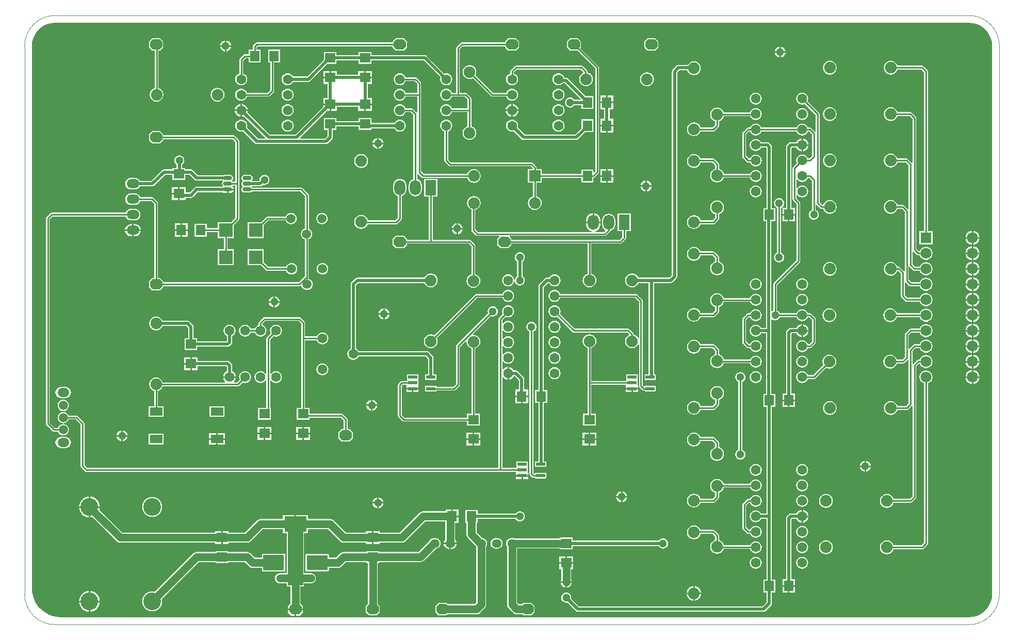
<source format=gtl>
G04*
G04 #@! TF.GenerationSoftware,Altium Limited,Altium Designer,20.1.12 (249)*
G04*
G04 Layer_Physical_Order=1*
G04 Layer_Color=255*
%FSLAX25Y25*%
%MOIN*%
G70*
G04*
G04 #@! TF.SameCoordinates,6C7D9CAF-E978-41D4-BD8A-455F840FEFA2*
G04*
G04*
G04 #@! TF.FilePolarity,Positive*
G04*
G01*
G75*
%ADD12C,0.01000*%
%ADD14C,0.00197*%
%ADD41R,0.08268X0.05512*%
%ADD42O,0.05906X0.02559*%
%ADD43R,0.09055X0.09055*%
%ADD44R,0.03740X0.06890*%
%ADD45R,0.14173X0.09843*%
%ADD46R,0.03740X0.09843*%
%ADD47R,0.05906X0.02165*%
%ADD48R,0.05906X0.02165*%
%ADD49R,0.06299X0.06890*%
%ADD50R,0.06890X0.06299*%
%ADD51C,0.02000*%
%ADD52C,0.05000*%
%ADD53R,0.13780X0.09843*%
%ADD54R,0.09843X0.42913*%
%ADD55R,0.13780X0.09744*%
G04:AMPARAMS|DCode=56|XSize=78.74mil|YSize=66.93mil|CornerRadius=0mil|HoleSize=0mil|Usage=FLASHONLY|Rotation=0.000|XOffset=0mil|YOffset=0mil|HoleType=Round|Shape=Octagon|*
%AMOCTAGOND56*
4,1,8,0.03937,-0.01673,0.03937,0.01673,0.02264,0.03347,-0.02264,0.03347,-0.03937,0.01673,-0.03937,-0.01673,-0.02264,-0.03347,0.02264,-0.03347,0.03937,-0.01673,0.0*
%
%ADD56OCTAGOND56*%

%ADD57C,0.06299*%
%ADD58O,0.07480X0.05906*%
%ADD59C,0.05906*%
%ADD60R,0.07087X0.09843*%
%ADD61O,0.07087X0.09843*%
%ADD62O,0.08268X0.05906*%
%ADD63C,0.11417*%
%ADD64C,0.07480*%
%ADD65R,0.07480X0.07480*%
%ADD66C,0.07087*%
%ADD67R,0.07087X0.07087*%
%ADD68O,0.06299X0.05315*%
%ADD69C,0.05118*%
G36*
X612574Y388777D02*
X614855Y388230D01*
X617021Y387333D01*
X619021Y386107D01*
X620804Y384584D01*
X622328Y382801D01*
X623553Y380801D01*
X624450Y378634D01*
X624998Y376354D01*
X625179Y374058D01*
X625170Y374016D01*
Y19685D01*
X625179Y19643D01*
X624998Y17347D01*
X624450Y15067D01*
X623553Y12900D01*
X622328Y10900D01*
X620804Y9117D01*
X619021Y7594D01*
X617021Y6368D01*
X614855Y5471D01*
X612574Y4923D01*
X610278Y4743D01*
X610236Y4751D01*
X23622Y4751D01*
X23622Y4751D01*
Y4751D01*
X23133Y4777D01*
X21158Y4907D01*
X18736Y5388D01*
X16398Y6182D01*
X14184Y7274D01*
X12130Y8646D01*
X10274Y10274D01*
X8646Y12130D01*
X7274Y14184D01*
X6182Y16398D01*
X5388Y18736D01*
X4907Y21158D01*
X4747Y23599D01*
X4751Y23622D01*
Y374016D01*
X4743Y374058D01*
X4923Y376354D01*
X5471Y378634D01*
X6368Y380801D01*
X7594Y382801D01*
X9117Y384584D01*
X10900Y386107D01*
X12900Y387333D01*
X15067Y388230D01*
X17347Y388777D01*
X19643Y388958D01*
X19685Y388950D01*
X610236D01*
X610278Y388958D01*
X612574Y388777D01*
D02*
G37*
%LPC*%
G36*
X130421Y377540D02*
Y374516D01*
X133445D01*
X133389Y374945D01*
X133030Y375811D01*
X132460Y376554D01*
X131716Y377125D01*
X130850Y377483D01*
X130421Y377540D01*
D02*
G37*
G36*
X129421D02*
X128992Y377483D01*
X128126Y377125D01*
X127383Y376554D01*
X126812Y375811D01*
X126454Y374945D01*
X126397Y374516D01*
X129421D01*
Y377540D01*
D02*
G37*
G36*
X407614Y379047D02*
X402386D01*
X400363Y377023D01*
Y372977D01*
X402386Y370953D01*
X407614D01*
X409637Y372977D01*
Y377023D01*
X407614Y379047D01*
D02*
G37*
G36*
X317614D02*
X312386D01*
X310363Y377023D01*
Y376223D01*
X282500D01*
X282032Y376130D01*
X281635Y375865D01*
X279135Y373365D01*
X278870Y372968D01*
X278777Y372500D01*
Y343724D01*
X276160D01*
X275863Y344441D01*
X275246Y345246D01*
X274441Y345863D01*
X273505Y346251D01*
X272500Y346383D01*
X271495Y346251D01*
X270559Y345863D01*
X269754Y345246D01*
X269137Y344441D01*
X268749Y343505D01*
X268617Y342500D01*
X268749Y341495D01*
X269137Y340559D01*
X269754Y339754D01*
X270559Y339137D01*
X271495Y338750D01*
X272500Y338617D01*
X273505Y338750D01*
X274441Y339137D01*
X275246Y339754D01*
X275863Y340559D01*
X276160Y341277D01*
X284493D01*
X286277Y339493D01*
Y333723D01*
X276160D01*
X275863Y334441D01*
X275246Y335246D01*
X274441Y335863D01*
X273505Y336250D01*
X272500Y336383D01*
X271495Y336250D01*
X270559Y335863D01*
X269754Y335246D01*
X269137Y334441D01*
X268749Y333505D01*
X268617Y332500D01*
X268749Y331495D01*
X269137Y330559D01*
X269754Y329754D01*
X270559Y329137D01*
X271495Y328749D01*
X272500Y328617D01*
X273505Y328749D01*
X274441Y329137D01*
X275246Y329754D01*
X275863Y330559D01*
X276160Y331276D01*
X286277D01*
Y322114D01*
X285261Y321693D01*
X284333Y320982D01*
X283622Y320054D01*
X283174Y318974D01*
X283021Y317815D01*
X283174Y316656D01*
X283622Y315576D01*
X284333Y314648D01*
X285261Y313936D01*
X286341Y313489D01*
X287500Y313336D01*
X288659Y313489D01*
X289739Y313936D01*
X290667Y314648D01*
X291378Y315576D01*
X291826Y316656D01*
X291979Y317815D01*
X291826Y318974D01*
X291378Y320054D01*
X290667Y320982D01*
X289739Y321693D01*
X288723Y322114D01*
Y332500D01*
Y340000D01*
X288630Y340468D01*
X288365Y340865D01*
X285865Y343365D01*
X285468Y343630D01*
X285000Y343724D01*
X281224D01*
Y371993D01*
X283007Y373777D01*
X310363D01*
Y372977D01*
X312386Y370953D01*
X317614D01*
X319637Y372977D01*
Y377023D01*
X317614Y379047D01*
D02*
G37*
G36*
X245114D02*
X239886D01*
X237863Y377023D01*
Y376223D01*
X150000D01*
X149532Y376130D01*
X149135Y375865D01*
X147836Y374566D01*
X147570Y374169D01*
X147477Y373701D01*
Y371645D01*
X144851D01*
Y368724D01*
X142500D01*
X142032Y368630D01*
X141635Y368365D01*
X139135Y365865D01*
X138870Y365468D01*
X138777Y365000D01*
Y356160D01*
X138059Y355863D01*
X137254Y355246D01*
X136637Y354441D01*
X136249Y353505D01*
X136117Y352500D01*
X136249Y351495D01*
X136637Y350559D01*
X137254Y349754D01*
X138059Y349137D01*
X138995Y348749D01*
X140000Y348617D01*
X141005Y348749D01*
X141941Y349137D01*
X142746Y349754D01*
X143363Y350559D01*
X143751Y351495D01*
X143883Y352500D01*
X143751Y353505D01*
X143363Y354441D01*
X142746Y355246D01*
X141941Y355863D01*
X141224Y356160D01*
Y364493D01*
X143007Y366277D01*
X144851D01*
Y363355D01*
X152550D01*
Y371645D01*
X149924D01*
Y373194D01*
X150507Y373777D01*
X237863D01*
Y372977D01*
X239886Y370953D01*
X245114D01*
X247137Y372977D01*
Y377023D01*
X245114Y379047D01*
D02*
G37*
G36*
X488689Y373603D02*
Y370579D01*
X491713D01*
X491656Y371008D01*
X491298Y371874D01*
X490727Y372617D01*
X489984Y373188D01*
X489118Y373546D01*
X488689Y373603D01*
D02*
G37*
G36*
X487689D02*
X487260Y373546D01*
X486394Y373188D01*
X485651Y372617D01*
X485080Y371874D01*
X484722Y371008D01*
X484665Y370579D01*
X487689D01*
Y373603D01*
D02*
G37*
G36*
X133445Y373516D02*
X130421D01*
Y370492D01*
X130850Y370548D01*
X131716Y370907D01*
X132460Y371477D01*
X133030Y372221D01*
X133389Y373087D01*
X133445Y373516D01*
D02*
G37*
G36*
X129421D02*
X126397D01*
X126454Y373087D01*
X126812Y372221D01*
X127383Y371477D01*
X128126Y370907D01*
X128992Y370548D01*
X129421Y370492D01*
Y373516D01*
D02*
G37*
G36*
X224145Y370149D02*
X215855D01*
Y368033D01*
X201645D01*
Y370149D01*
X193355D01*
Y364901D01*
X182688Y354233D01*
X173449D01*
X173363Y354441D01*
X172746Y355246D01*
X171941Y355863D01*
X171005Y356251D01*
X170000Y356383D01*
X168995Y356251D01*
X168059Y355863D01*
X167254Y355246D01*
X166637Y354441D01*
X166250Y353505D01*
X166117Y352500D01*
X166250Y351495D01*
X166637Y350559D01*
X167254Y349754D01*
X168059Y349137D01*
X168995Y348749D01*
X170000Y348617D01*
X171005Y348749D01*
X171941Y349137D01*
X172746Y349754D01*
X173363Y350559D01*
X173449Y350767D01*
X183405D01*
X184069Y350899D01*
X184631Y351274D01*
X195806Y362450D01*
X201645D01*
Y364566D01*
X215855D01*
Y362450D01*
X224145D01*
Y364566D01*
X257983D01*
X268836Y353713D01*
X268749Y353505D01*
X268617Y352500D01*
X268749Y351495D01*
X269137Y350559D01*
X269754Y349754D01*
X270559Y349137D01*
X271495Y348749D01*
X272500Y348617D01*
X273505Y348749D01*
X274441Y349137D01*
X275246Y349754D01*
X275863Y350559D01*
X276251Y351495D01*
X276383Y352500D01*
X276251Y353505D01*
X275863Y354441D01*
X275246Y355246D01*
X274441Y355863D01*
X273505Y356251D01*
X272500Y356383D01*
X271495Y356251D01*
X271287Y356164D01*
X259926Y367525D01*
X259364Y367901D01*
X258701Y368033D01*
X224145D01*
Y370149D01*
D02*
G37*
G36*
X491713Y369579D02*
X488689D01*
Y366555D01*
X489118Y366611D01*
X489984Y366970D01*
X490727Y367540D01*
X491298Y368284D01*
X491656Y369150D01*
X491713Y369579D01*
D02*
G37*
G36*
X487689D02*
X484665D01*
X484722Y369150D01*
X485080Y368284D01*
X485651Y367540D01*
X486394Y366970D01*
X487260Y366611D01*
X487689Y366555D01*
Y369579D01*
D02*
G37*
G36*
X520315Y364478D02*
X519156Y364326D01*
X518076Y363878D01*
X517148Y363167D01*
X516436Y362239D01*
X515989Y361159D01*
X515836Y360000D01*
X515989Y358841D01*
X516436Y357761D01*
X517148Y356833D01*
X518076Y356121D01*
X519156Y355674D01*
X520315Y355521D01*
X521474Y355674D01*
X522554Y356121D01*
X523482Y356833D01*
X524193Y357761D01*
X524641Y358841D01*
X524793Y360000D01*
X524641Y361159D01*
X524193Y362239D01*
X523482Y363167D01*
X522554Y363878D01*
X521474Y364326D01*
X520315Y364478D01*
D02*
G37*
G36*
X219500Y357850D02*
X215555D01*
Y355433D01*
X201945D01*
Y357850D01*
X198000D01*
Y353700D01*
X197500D01*
Y353200D01*
X193055D01*
Y349551D01*
X195766D01*
Y340449D01*
X193055D01*
Y336800D01*
X197500D01*
Y336300D01*
X198000D01*
Y332150D01*
X201945D01*
Y334567D01*
X215555D01*
Y332150D01*
X219500D01*
Y336300D01*
X220000D01*
Y336800D01*
X224445D01*
Y340449D01*
X221734D01*
Y349551D01*
X224445D01*
Y353200D01*
X220000D01*
Y353700D01*
X219500D01*
Y357850D01*
D02*
G37*
G36*
X432500Y364065D02*
X431341Y363913D01*
X430261Y363465D01*
X429333Y362753D01*
X428621Y361826D01*
X428583Y361733D01*
X422500D01*
X421837Y361601D01*
X421274Y361226D01*
X418774Y358726D01*
X418399Y358163D01*
X418267Y357500D01*
Y225718D01*
X416782Y224233D01*
X396588D01*
X396378Y224739D01*
X395667Y225667D01*
X394739Y226378D01*
X393659Y226826D01*
X392500Y226978D01*
X391341Y226826D01*
X390261Y226378D01*
X389333Y225667D01*
X388621Y224739D01*
X388174Y223659D01*
X388021Y222500D01*
X388174Y221341D01*
X388621Y220261D01*
X389333Y219333D01*
X390261Y218621D01*
X391341Y218174D01*
X392500Y218021D01*
X393659Y218174D01*
X394739Y218621D01*
X395667Y219333D01*
X396378Y220261D01*
X396588Y220767D01*
X403267D01*
Y161783D01*
X400658D01*
Y158217D01*
X407964D01*
Y161783D01*
X406733D01*
Y220767D01*
X417500D01*
X418163Y220899D01*
X418726Y221274D01*
X421226Y223774D01*
X421601Y224337D01*
X421733Y225000D01*
Y356782D01*
X423218Y358267D01*
X428241D01*
X428621Y357347D01*
X429333Y356420D01*
X430261Y355708D01*
X431341Y355261D01*
X432500Y355108D01*
X433659Y355261D01*
X434739Y355708D01*
X435667Y356420D01*
X436378Y357347D01*
X436826Y358428D01*
X436978Y359587D01*
X436826Y360746D01*
X436378Y361826D01*
X435667Y362753D01*
X434739Y363465D01*
X433659Y363913D01*
X432500Y364065D01*
D02*
G37*
G36*
X224445Y357850D02*
X220500D01*
Y354200D01*
X224445D01*
Y357850D01*
D02*
G37*
G36*
X197000D02*
X193055D01*
Y354200D01*
X197000D01*
Y357850D01*
D02*
G37*
G36*
X402185Y356979D02*
X401026Y356826D01*
X399946Y356379D01*
X399018Y355667D01*
X398307Y354739D01*
X397859Y353659D01*
X397707Y352500D01*
X397859Y351341D01*
X398307Y350261D01*
X399018Y349333D01*
X399946Y348622D01*
X401026Y348174D01*
X402185Y348022D01*
X403344Y348174D01*
X404424Y348622D01*
X405352Y349333D01*
X406064Y350261D01*
X406511Y351341D01*
X406664Y352500D01*
X406511Y353659D01*
X406064Y354739D01*
X405352Y355667D01*
X404424Y356379D01*
X403344Y356826D01*
X402185Y356979D01*
D02*
G37*
G36*
X360000Y361224D02*
X317500D01*
X317032Y361130D01*
X316635Y360865D01*
X314135Y358365D01*
X313870Y357968D01*
X313776Y357500D01*
Y356160D01*
X313059Y355863D01*
X312254Y355246D01*
X311637Y354441D01*
X311249Y353505D01*
X311117Y352500D01*
X311249Y351495D01*
X311637Y350559D01*
X312254Y349754D01*
X313059Y349137D01*
X313995Y348749D01*
X315000Y348617D01*
X316005Y348749D01*
X316941Y349137D01*
X317746Y349754D01*
X318363Y350559D01*
X318751Y351495D01*
X318883Y352500D01*
X318751Y353505D01*
X318363Y354441D01*
X317746Y355246D01*
X316941Y355863D01*
X316224Y356160D01*
Y356993D01*
X318007Y358776D01*
X359493D01*
X361139Y357131D01*
X361065Y356581D01*
X360576Y356379D01*
X359648Y355667D01*
X358937Y354739D01*
X358489Y353659D01*
X358336Y352500D01*
X358489Y351341D01*
X358937Y350261D01*
X359648Y349333D01*
X360576Y348622D01*
X361656Y348174D01*
X362815Y348022D01*
X363974Y348174D01*
X365054Y348622D01*
X365982Y349333D01*
X366693Y350261D01*
X367141Y351341D01*
X367293Y352500D01*
X367141Y353659D01*
X366693Y354739D01*
X365982Y355667D01*
X365054Y356379D01*
X363974Y356826D01*
X363723Y356859D01*
Y357500D01*
X363630Y357968D01*
X363365Y358365D01*
X360865Y360865D01*
X360468Y361130D01*
X360000Y361224D01*
D02*
G37*
G36*
X242500Y356383D02*
X241495Y356251D01*
X240559Y355863D01*
X239754Y355246D01*
X239137Y354441D01*
X238750Y353505D01*
X238617Y352500D01*
X238750Y351495D01*
X239137Y350559D01*
X239754Y349754D01*
X240559Y349137D01*
X241495Y348749D01*
X242500Y348617D01*
X243505Y348749D01*
X244441Y349137D01*
X245246Y349754D01*
X245863Y350559D01*
X246160Y351276D01*
X251993D01*
X253777Y349493D01*
Y343724D01*
X246160D01*
X245863Y344441D01*
X245246Y345246D01*
X244441Y345863D01*
X243505Y346251D01*
X242500Y346383D01*
X241495Y346251D01*
X240559Y345863D01*
X239754Y345246D01*
X239137Y344441D01*
X238750Y343505D01*
X238617Y342500D01*
X238750Y341495D01*
X239137Y340559D01*
X239754Y339754D01*
X240559Y339137D01*
X241495Y338750D01*
X242500Y338617D01*
X243505Y338750D01*
X244441Y339137D01*
X245246Y339754D01*
X245863Y340559D01*
X246160Y341277D01*
X253777D01*
Y331146D01*
X253622Y331041D01*
X253276Y330954D01*
X250865Y333365D01*
X250468Y333630D01*
X250000Y333723D01*
X246160D01*
X245863Y334441D01*
X245246Y335246D01*
X244441Y335863D01*
X243505Y336250D01*
X242500Y336383D01*
X241495Y336250D01*
X240559Y335863D01*
X239754Y335246D01*
X239137Y334441D01*
X238750Y333505D01*
X238617Y332500D01*
X238750Y331495D01*
X239137Y330559D01*
X239754Y329754D01*
X240559Y329137D01*
X241495Y328749D01*
X242500Y328617D01*
X243505Y328749D01*
X244441Y329137D01*
X245246Y329754D01*
X245863Y330559D01*
X246160Y331276D01*
X249493D01*
X251276Y329493D01*
Y287964D01*
X250360Y287584D01*
X249474Y286904D01*
X248794Y286018D01*
X248366Y284986D01*
X248220Y283878D01*
Y281122D01*
X248366Y280014D01*
X248794Y278982D01*
X249474Y278096D01*
X250360Y277415D01*
X251392Y276988D01*
X252500Y276842D01*
X253608Y276988D01*
X254640Y277415D01*
X255526Y278096D01*
X256206Y278982D01*
X256634Y280014D01*
X256780Y281122D01*
Y283878D01*
X256634Y284986D01*
X256206Y286018D01*
X255526Y286904D01*
X254640Y287584D01*
X253724Y287964D01*
Y291354D01*
X253878Y291459D01*
X254223Y291546D01*
X256635Y289135D01*
X257032Y288870D01*
X257500Y288776D01*
X286016D01*
X286437Y287761D01*
X287148Y286833D01*
X288076Y286122D01*
X289156Y285674D01*
X290315Y285522D01*
X291474Y285674D01*
X292554Y286122D01*
X293482Y286833D01*
X294193Y287761D01*
X294641Y288841D01*
X294793Y290000D01*
X294641Y291159D01*
X294193Y292239D01*
X293482Y293167D01*
X292554Y293879D01*
X291474Y294326D01*
X290315Y294479D01*
X289156Y294326D01*
X288076Y293879D01*
X287148Y293167D01*
X286437Y292239D01*
X286016Y291224D01*
X258007D01*
X256224Y293007D01*
Y342500D01*
Y350000D01*
X256130Y350468D01*
X255865Y350865D01*
X253365Y353365D01*
X252968Y353630D01*
X252500Y353724D01*
X246160D01*
X245863Y354441D01*
X245246Y355246D01*
X244441Y355863D01*
X243505Y356251D01*
X242500Y356383D01*
D02*
G37*
G36*
X165149Y371645D02*
X157450D01*
Y363355D01*
X158776D01*
Y345507D01*
X156993Y343724D01*
X143660D01*
X143363Y344441D01*
X142746Y345246D01*
X141941Y345863D01*
X141005Y346251D01*
X140000Y346383D01*
X138995Y346251D01*
X138059Y345863D01*
X137254Y345246D01*
X136637Y344441D01*
X136249Y343505D01*
X136117Y342500D01*
X136249Y341495D01*
X136637Y340559D01*
X137254Y339754D01*
X138059Y339137D01*
X138995Y338750D01*
X140000Y338617D01*
X141005Y338750D01*
X141941Y339137D01*
X142746Y339754D01*
X143363Y340559D01*
X143660Y341277D01*
X157500D01*
X157968Y341370D01*
X158365Y341635D01*
X160865Y344135D01*
X161130Y344532D01*
X161223Y345000D01*
Y363355D01*
X165149D01*
Y371645D01*
D02*
G37*
G36*
X345000Y356383D02*
X343995Y356251D01*
X343059Y355863D01*
X342254Y355246D01*
X341637Y354441D01*
X341249Y353505D01*
X341117Y352500D01*
X341249Y351495D01*
X341637Y350559D01*
X342254Y349754D01*
X343059Y349137D01*
X343995Y348749D01*
X345000Y348617D01*
X346005Y348749D01*
X346941Y349137D01*
X347746Y349754D01*
X347891Y349944D01*
X349101D01*
X359350Y339695D01*
X359158Y339233D01*
X355278D01*
X354824Y339824D01*
X354144Y340347D01*
X353351Y340675D01*
X352500Y340787D01*
X351649Y340675D01*
X350856Y340347D01*
X350176Y339824D01*
X349653Y339144D01*
X349325Y338351D01*
X349213Y337500D01*
X349325Y336649D01*
X349653Y335856D01*
X350176Y335176D01*
X350856Y334653D01*
X351649Y334325D01*
X352500Y334213D01*
X353351Y334325D01*
X354144Y334653D01*
X354824Y335176D01*
X355278Y335767D01*
X359851D01*
Y333355D01*
X367550D01*
Y341645D01*
X362302D01*
X351044Y352903D01*
X350482Y353279D01*
X349819Y353411D01*
X348763D01*
X348750Y353505D01*
X348363Y354441D01*
X347746Y355246D01*
X346941Y355863D01*
X346005Y356251D01*
X345000Y356383D01*
D02*
G37*
G36*
Y346383D02*
X343995Y346251D01*
X343059Y345863D01*
X342254Y345246D01*
X341637Y344441D01*
X341249Y343505D01*
X341117Y342500D01*
X341249Y341495D01*
X341637Y340559D01*
X342254Y339754D01*
X343059Y339137D01*
X343995Y338750D01*
X345000Y338617D01*
X346005Y338750D01*
X346941Y339137D01*
X347746Y339754D01*
X348363Y340559D01*
X348750Y341495D01*
X348883Y342500D01*
X348750Y343505D01*
X348363Y344441D01*
X347746Y345246D01*
X346941Y345863D01*
X346005Y346251D01*
X345000Y346383D01*
D02*
G37*
G36*
X287500Y361664D02*
X286341Y361511D01*
X285261Y361064D01*
X284333Y360352D01*
X283622Y359424D01*
X283174Y358344D01*
X283021Y357185D01*
X283174Y356026D01*
X283622Y354946D01*
X284333Y354018D01*
X285261Y353307D01*
X286341Y352859D01*
X287500Y352707D01*
X288659Y352859D01*
X289675Y353280D01*
X301320Y341635D01*
X301717Y341370D01*
X302185Y341277D01*
X311340D01*
X311637Y340559D01*
X312254Y339754D01*
X313059Y339137D01*
X313995Y338750D01*
X315000Y338617D01*
X316005Y338750D01*
X316941Y339137D01*
X317746Y339754D01*
X318363Y340559D01*
X318751Y341495D01*
X318883Y342500D01*
X318751Y343505D01*
X318363Y344441D01*
X317746Y345246D01*
X316941Y345863D01*
X316005Y346251D01*
X315000Y346383D01*
X313995Y346251D01*
X313059Y345863D01*
X312254Y345246D01*
X311637Y344441D01*
X311340Y343724D01*
X302692D01*
X291405Y355010D01*
X291826Y356026D01*
X291979Y357185D01*
X291826Y358344D01*
X291378Y359424D01*
X290667Y360352D01*
X289739Y361064D01*
X288659Y361511D01*
X287500Y361664D01*
D02*
G37*
G36*
X170000Y346383D02*
X168995Y346251D01*
X168059Y345863D01*
X167254Y345246D01*
X166637Y344441D01*
X166250Y343505D01*
X166117Y342500D01*
X166250Y341495D01*
X166637Y340559D01*
X167254Y339754D01*
X168059Y339137D01*
X168995Y338750D01*
X170000Y338617D01*
X171005Y338750D01*
X171941Y339137D01*
X172746Y339754D01*
X173363Y340559D01*
X173750Y341495D01*
X173883Y342500D01*
X173750Y343505D01*
X173363Y344441D01*
X172746Y345246D01*
X171941Y345863D01*
X171005Y346251D01*
X170000Y346383D01*
D02*
G37*
G36*
X124685Y346978D02*
X123526Y346826D01*
X122446Y346378D01*
X121518Y345667D01*
X120807Y344739D01*
X120359Y343659D01*
X120207Y342500D01*
X120359Y341341D01*
X120807Y340261D01*
X121518Y339333D01*
X122446Y338621D01*
X123526Y338174D01*
X124685Y338021D01*
X125844Y338174D01*
X126924Y338621D01*
X127852Y339333D01*
X128563Y340261D01*
X129011Y341341D01*
X129164Y342500D01*
X129011Y343659D01*
X128563Y344739D01*
X127852Y345667D01*
X126924Y346378D01*
X125844Y346826D01*
X124685Y346978D01*
D02*
G37*
G36*
X87614Y379047D02*
X82386D01*
X80363Y377023D01*
Y372977D01*
X82386Y370953D01*
X84091D01*
Y346799D01*
X83076Y346378D01*
X82148Y345667D01*
X81437Y344739D01*
X80989Y343659D01*
X80836Y342500D01*
X80989Y341341D01*
X81437Y340261D01*
X82148Y339333D01*
X83076Y338621D01*
X84156Y338174D01*
X85315Y338021D01*
X86474Y338174D01*
X87554Y338621D01*
X88482Y339333D01*
X89193Y340261D01*
X89641Y341341D01*
X89793Y342500D01*
X89641Y343659D01*
X89193Y344739D01*
X88482Y345667D01*
X87554Y346378D01*
X86538Y346799D01*
Y370953D01*
X87614D01*
X89637Y372977D01*
Y377023D01*
X87614Y379047D01*
D02*
G37*
G36*
X380449Y341945D02*
X376800D01*
Y338000D01*
X380449D01*
Y341945D01*
D02*
G37*
G36*
X375800D02*
X372150D01*
Y338000D01*
X375800D01*
Y341945D01*
D02*
G37*
G36*
X472500Y343883D02*
X471495Y343751D01*
X470559Y343363D01*
X469754Y342746D01*
X469137Y341941D01*
X468750Y341005D01*
X468617Y340000D01*
X468750Y338995D01*
X469137Y338059D01*
X469754Y337254D01*
X470559Y336637D01*
X471495Y336249D01*
X472500Y336117D01*
X473505Y336249D01*
X474441Y336637D01*
X475246Y337254D01*
X475863Y338059D01*
X476251Y338995D01*
X476383Y340000D01*
X476251Y341005D01*
X475863Y341941D01*
X475246Y342746D01*
X474441Y343363D01*
X473505Y343751D01*
X472500Y343883D01*
D02*
G37*
G36*
X315500Y336620D02*
Y333000D01*
X319120D01*
X319043Y333583D01*
X318625Y334593D01*
X317959Y335459D01*
X317093Y336125D01*
X316083Y336543D01*
X315500Y336620D01*
D02*
G37*
G36*
X314500D02*
X313917Y336543D01*
X312907Y336125D01*
X312040Y335459D01*
X311375Y334593D01*
X310957Y333583D01*
X310880Y333000D01*
X314500D01*
Y336620D01*
D02*
G37*
G36*
X140500D02*
Y333000D01*
X144120D01*
X144043Y333583D01*
X143625Y334593D01*
X142959Y335459D01*
X142093Y336125D01*
X141083Y336543D01*
X140500Y336620D01*
D02*
G37*
G36*
X139500D02*
X138917Y336543D01*
X137907Y336125D01*
X137040Y335459D01*
X136375Y334593D01*
X135957Y333583D01*
X135880Y333000D01*
X139500D01*
Y336620D01*
D02*
G37*
G36*
X224445Y335800D02*
X220500D01*
Y332150D01*
X224445D01*
Y335800D01*
D02*
G37*
G36*
X345000Y336383D02*
X343995Y336250D01*
X343059Y335863D01*
X342254Y335246D01*
X341637Y334441D01*
X341249Y333505D01*
X341117Y332500D01*
X341249Y331495D01*
X341637Y330559D01*
X342254Y329754D01*
X343059Y329137D01*
X343995Y328749D01*
X345000Y328617D01*
X346005Y328749D01*
X346941Y329137D01*
X347746Y329754D01*
X348363Y330559D01*
X348750Y331495D01*
X348883Y332500D01*
X348750Y333505D01*
X348363Y334441D01*
X347746Y335246D01*
X346941Y335863D01*
X346005Y336250D01*
X345000Y336383D01*
D02*
G37*
G36*
X170000D02*
X168995Y336250D01*
X168059Y335863D01*
X167254Y335246D01*
X166637Y334441D01*
X166250Y333505D01*
X166117Y332500D01*
X166250Y331495D01*
X166637Y330559D01*
X167254Y329754D01*
X168059Y329137D01*
X168995Y328749D01*
X170000Y328617D01*
X171005Y328749D01*
X171941Y329137D01*
X172746Y329754D01*
X173363Y330559D01*
X173750Y331495D01*
X173883Y332500D01*
X173750Y333505D01*
X173363Y334441D01*
X172746Y335246D01*
X171941Y335863D01*
X171005Y336250D01*
X170000Y336383D01*
D02*
G37*
G36*
X319120Y332000D02*
X315500D01*
Y328380D01*
X316083Y328457D01*
X317093Y328875D01*
X317959Y329540D01*
X318625Y330407D01*
X319043Y331417D01*
X319120Y332000D01*
D02*
G37*
G36*
X314500D02*
X310880D01*
X310957Y331417D01*
X311375Y330407D01*
X312040Y329540D01*
X312907Y328875D01*
X313917Y328457D01*
X314500Y328380D01*
Y332000D01*
D02*
G37*
G36*
X139500D02*
X135880D01*
X135957Y331417D01*
X136375Y330407D01*
X137040Y329540D01*
X137907Y328875D01*
X138917Y328457D01*
X139500Y328380D01*
Y332000D01*
D02*
G37*
G36*
X502500Y333883D02*
X501495Y333751D01*
X500559Y333363D01*
X499754Y332746D01*
X499137Y331941D01*
X498749Y331005D01*
X498617Y330000D01*
X498749Y328995D01*
X499137Y328059D01*
X499754Y327254D01*
X500559Y326637D01*
X501495Y326250D01*
X502500Y326117D01*
X503505Y326250D01*
X504441Y326637D01*
X505246Y327254D01*
X505863Y328059D01*
X506250Y328995D01*
X506383Y330000D01*
X506250Y331005D01*
X505863Y331941D01*
X505246Y332746D01*
X504441Y333363D01*
X503505Y333751D01*
X502500Y333883D01*
D02*
G37*
G36*
X447500Y334163D02*
X446341Y334011D01*
X445261Y333563D01*
X444333Y332852D01*
X443621Y331924D01*
X443174Y330844D01*
X443021Y329685D01*
X443174Y328526D01*
X443621Y327446D01*
X444333Y326518D01*
X445261Y325807D01*
X446277Y325386D01*
Y323007D01*
X444493Y321223D01*
X436846D01*
X436826Y321376D01*
X436378Y322456D01*
X435667Y323383D01*
X434739Y324095D01*
X433659Y324542D01*
X432500Y324695D01*
X431341Y324542D01*
X430261Y324095D01*
X429333Y323383D01*
X428621Y322456D01*
X428174Y321376D01*
X428021Y320216D01*
X428174Y319057D01*
X428621Y317977D01*
X429333Y317050D01*
X430261Y316338D01*
X431341Y315891D01*
X432500Y315738D01*
X433659Y315891D01*
X434739Y316338D01*
X435667Y317050D01*
X436378Y317977D01*
X436709Y318776D01*
X445000D01*
X445468Y318870D01*
X445865Y319135D01*
X448365Y321635D01*
X448630Y322032D01*
X448724Y322500D01*
Y325386D01*
X449739Y325807D01*
X450667Y326518D01*
X451378Y327446D01*
X451826Y328526D01*
X451838Y328619D01*
X468905D01*
X469137Y328059D01*
X469754Y327254D01*
X470559Y326637D01*
X471495Y326250D01*
X472500Y326117D01*
X473505Y326250D01*
X474441Y326637D01*
X475246Y327254D01*
X475863Y328059D01*
X476251Y328995D01*
X476383Y330000D01*
X476251Y331005D01*
X475863Y331941D01*
X475246Y332746D01*
X474441Y333363D01*
X473505Y333751D01*
X472500Y333883D01*
X471495Y333751D01*
X470559Y333363D01*
X469754Y332746D01*
X469137Y331941D01*
X468775Y331066D01*
X451734D01*
X451378Y331924D01*
X450667Y332852D01*
X449739Y333563D01*
X448659Y334011D01*
X447500Y334163D01*
D02*
G37*
G36*
X520315Y334478D02*
X519156Y334326D01*
X518076Y333878D01*
X517148Y333167D01*
X516436Y332239D01*
X515989Y331159D01*
X515836Y330000D01*
X515989Y328841D01*
X516436Y327761D01*
X517148Y326833D01*
X518076Y326121D01*
X519156Y325674D01*
X520315Y325521D01*
X521474Y325674D01*
X522554Y326121D01*
X523482Y326833D01*
X524193Y327761D01*
X524641Y328841D01*
X524793Y330000D01*
X524641Y331159D01*
X524193Y332239D01*
X523482Y333167D01*
X522554Y333878D01*
X521474Y334326D01*
X520315Y334478D01*
D02*
G37*
G36*
X380449Y337000D02*
X372150D01*
Y333055D01*
X374567D01*
Y326945D01*
X372150D01*
Y323000D01*
X380449D01*
Y326945D01*
X378033D01*
Y333055D01*
X380449D01*
Y337000D01*
D02*
G37*
G36*
X345000Y326383D02*
X343995Y326251D01*
X343059Y325863D01*
X342254Y325246D01*
X341637Y324441D01*
X341249Y323505D01*
X341117Y322500D01*
X341249Y321495D01*
X341637Y320559D01*
X342254Y319754D01*
X343059Y319137D01*
X343995Y318749D01*
X345000Y318617D01*
X346005Y318749D01*
X346941Y319137D01*
X347746Y319754D01*
X348363Y320559D01*
X348750Y321495D01*
X348883Y322500D01*
X348750Y323505D01*
X348363Y324441D01*
X347746Y325246D01*
X346941Y325863D01*
X346005Y326251D01*
X345000Y326383D01*
D02*
G37*
G36*
X170000D02*
X168995Y326251D01*
X168059Y325863D01*
X167254Y325246D01*
X166637Y324441D01*
X166250Y323505D01*
X166117Y322500D01*
X166250Y321495D01*
X166637Y320559D01*
X167254Y319754D01*
X168059Y319137D01*
X168995Y318749D01*
X170000Y318617D01*
X171005Y318749D01*
X171941Y319137D01*
X172746Y319754D01*
X173363Y320559D01*
X173750Y321495D01*
X173883Y322500D01*
X173750Y323505D01*
X173363Y324441D01*
X172746Y325246D01*
X171941Y325863D01*
X171005Y326251D01*
X170000Y326383D01*
D02*
G37*
G36*
X502500Y343883D02*
X501495Y343751D01*
X500559Y343363D01*
X499754Y342746D01*
X499137Y341941D01*
X498749Y341005D01*
X498617Y340000D01*
X498749Y338995D01*
X499137Y338059D01*
X499754Y337254D01*
X500559Y336637D01*
X501495Y336249D01*
X502500Y336117D01*
X503505Y336249D01*
X504223Y336547D01*
X511276Y329493D01*
Y318646D01*
X511122Y318541D01*
X510777Y318454D01*
X508365Y320865D01*
X507968Y321130D01*
X507500Y321223D01*
X506160D01*
X505863Y321941D01*
X505246Y322746D01*
X504441Y323363D01*
X503505Y323750D01*
X502500Y323883D01*
X501495Y323750D01*
X500559Y323363D01*
X499754Y322746D01*
X499137Y321941D01*
X498840Y321223D01*
X476160D01*
X475863Y321941D01*
X475246Y322746D01*
X474441Y323363D01*
X473505Y323750D01*
X472500Y323883D01*
X471495Y323750D01*
X470559Y323363D01*
X469754Y322746D01*
X469137Y321941D01*
X468840Y321223D01*
X467500D01*
X467032Y321130D01*
X466635Y320865D01*
X464135Y318365D01*
X463870Y317968D01*
X463776Y317500D01*
Y302500D01*
X463870Y302032D01*
X464135Y301635D01*
X466635Y299135D01*
X467032Y298870D01*
X467500Y298777D01*
X468840D01*
X469137Y298059D01*
X469754Y297254D01*
X470559Y296637D01*
X471495Y296250D01*
X472500Y296117D01*
X473505Y296250D01*
X474441Y296637D01*
X475246Y297254D01*
X475863Y298059D01*
X476251Y298995D01*
X476383Y300000D01*
X476251Y301005D01*
X475863Y301941D01*
X475246Y302746D01*
X474441Y303363D01*
X473505Y303750D01*
X472500Y303883D01*
X471495Y303750D01*
X470559Y303363D01*
X469754Y302746D01*
X469137Y301941D01*
X468840Y301223D01*
X468007D01*
X466223Y303007D01*
Y316993D01*
X468007Y318776D01*
X468840D01*
X469137Y318059D01*
X469754Y317254D01*
X470559Y316637D01*
X471495Y316249D01*
X472500Y316117D01*
X473505Y316249D01*
X474441Y316637D01*
X475246Y317254D01*
X475863Y318059D01*
X476160Y318776D01*
X498840D01*
X499137Y318059D01*
X499754Y317254D01*
X500559Y316637D01*
X501495Y316249D01*
X502500Y316117D01*
X503505Y316249D01*
X504441Y316637D01*
X505246Y317254D01*
X505863Y318059D01*
X506160Y318776D01*
X506993D01*
X508777Y316993D01*
Y303007D01*
X506993Y301223D01*
X506160D01*
X505863Y301941D01*
X505246Y302746D01*
X504441Y303363D01*
X503505Y303750D01*
X502500Y303883D01*
X501495Y303750D01*
X500559Y303363D01*
X499754Y302746D01*
X499137Y301941D01*
X498749Y301005D01*
X498617Y300000D01*
X498749Y298995D01*
X499047Y298277D01*
X496635Y295865D01*
X496370Y295468D01*
X496277Y295000D01*
Y275000D01*
X496370Y274532D01*
X496635Y274135D01*
X498776Y271993D01*
Y235507D01*
X486635Y223365D01*
X484135Y220865D01*
X483870Y220468D01*
X483777Y220000D01*
Y203021D01*
X483356Y202847D01*
X482974Y202554D01*
X482474Y202800D01*
Y260855D01*
X485050D01*
Y269145D01*
X482934D01*
Y308799D01*
X482802Y309462D01*
X482426Y310025D01*
X481226Y311226D01*
X480663Y311601D01*
X480000Y311733D01*
X475949D01*
X475863Y311941D01*
X475246Y312746D01*
X474441Y313363D01*
X473505Y313751D01*
X472500Y313883D01*
X471495Y313751D01*
X470559Y313363D01*
X469754Y312746D01*
X469137Y311941D01*
X468750Y311005D01*
X468617Y310000D01*
X468750Y308995D01*
X469137Y308059D01*
X469754Y307254D01*
X470559Y306637D01*
X471495Y306249D01*
X472500Y306117D01*
X473505Y306249D01*
X474441Y306637D01*
X475246Y307254D01*
X475863Y308059D01*
X475949Y308267D01*
X479282D01*
X479467Y308081D01*
Y269145D01*
X477351D01*
Y260855D01*
X479008D01*
Y191733D01*
X475949D01*
X475863Y191941D01*
X475246Y192746D01*
X474441Y193363D01*
X473505Y193751D01*
X472500Y193883D01*
X471495Y193751D01*
X470559Y193363D01*
X469754Y192746D01*
X469137Y191941D01*
X468750Y191005D01*
X468617Y190000D01*
X468750Y188995D01*
X469137Y188059D01*
X469754Y187254D01*
X470559Y186637D01*
X471495Y186249D01*
X472500Y186117D01*
X473505Y186249D01*
X474441Y186637D01*
X475246Y187254D01*
X475863Y188059D01*
X475949Y188267D01*
X479008D01*
Y149145D01*
X477351D01*
Y140855D01*
X479467D01*
Y71733D01*
X475949D01*
X475863Y71941D01*
X475246Y72746D01*
X474441Y73363D01*
X473505Y73751D01*
X472500Y73883D01*
X471495Y73751D01*
X470559Y73363D01*
X469754Y72746D01*
X469137Y71941D01*
X468750Y71005D01*
X468617Y70000D01*
X468750Y68995D01*
X469137Y68059D01*
X469754Y67254D01*
X470559Y66637D01*
X471495Y66250D01*
X472500Y66117D01*
X473505Y66250D01*
X474441Y66637D01*
X475246Y67254D01*
X475863Y68059D01*
X475949Y68267D01*
X479467D01*
Y29145D01*
X477351D01*
Y20855D01*
X479467D01*
Y14419D01*
X476782Y11733D01*
X358218D01*
X353190Y16761D01*
X353287Y17500D01*
X353175Y18351D01*
X352847Y19144D01*
X352324Y19824D01*
X351644Y20347D01*
X350851Y20675D01*
X350000Y20787D01*
X349149Y20675D01*
X348356Y20347D01*
X347676Y19824D01*
X347153Y19144D01*
X346825Y18351D01*
X346713Y17500D01*
X346825Y16649D01*
X347153Y15856D01*
X347676Y15176D01*
X348356Y14653D01*
X349149Y14325D01*
X350000Y14213D01*
X350739Y14310D01*
X356274Y8774D01*
X356837Y8399D01*
X357500Y8267D01*
X477500D01*
X478163Y8399D01*
X478726Y8774D01*
X482426Y12475D01*
X482802Y13037D01*
X482934Y13701D01*
Y20855D01*
X485050D01*
Y29145D01*
X482934D01*
Y140855D01*
X485050D01*
Y149145D01*
X482474D01*
Y197200D01*
X482974Y197447D01*
X483356Y197153D01*
X484149Y196825D01*
X485000Y196713D01*
X485851Y196825D01*
X486644Y197153D01*
X487324Y197676D01*
X487847Y198356D01*
X488021Y198776D01*
X498840D01*
X499137Y198059D01*
X499754Y197254D01*
X500559Y196637D01*
X501495Y196249D01*
X502500Y196117D01*
X503505Y196249D01*
X504441Y196637D01*
X505246Y197254D01*
X505863Y198059D01*
X506160Y198776D01*
X506993D01*
X508777Y196993D01*
Y183007D01*
X506993Y181223D01*
X506160D01*
X505863Y181941D01*
X505246Y182746D01*
X504441Y183363D01*
X503505Y183750D01*
X502500Y183883D01*
X501495Y183750D01*
X500559Y183363D01*
X499754Y182746D01*
X499137Y181941D01*
X498749Y181005D01*
X498617Y180000D01*
X498749Y178995D01*
X499137Y178059D01*
X499754Y177254D01*
X500559Y176637D01*
X501495Y176250D01*
X502500Y176117D01*
X503505Y176250D01*
X504441Y176637D01*
X505246Y177254D01*
X505863Y178059D01*
X506160Y178777D01*
X507500D01*
X507968Y178870D01*
X508365Y179135D01*
X510865Y181635D01*
X511130Y182032D01*
X511224Y182500D01*
Y197500D01*
X511130Y197968D01*
X510865Y198365D01*
X508365Y200865D01*
X507968Y201130D01*
X507500Y201223D01*
X506160D01*
X505863Y201941D01*
X505246Y202746D01*
X504441Y203363D01*
X503505Y203750D01*
X502500Y203883D01*
X501495Y203750D01*
X500559Y203363D01*
X499754Y202746D01*
X499137Y201941D01*
X498840Y201223D01*
X488021D01*
X487847Y201644D01*
X487324Y202324D01*
X486644Y202847D01*
X486224Y203021D01*
Y219493D01*
X488365Y221635D01*
X500865Y234135D01*
X501130Y234532D01*
X501224Y235000D01*
Y272500D01*
X501130Y272968D01*
X500865Y273365D01*
X498724Y275507D01*
Y277818D01*
X499224Y277946D01*
X499754Y277254D01*
X500559Y276637D01*
X501495Y276250D01*
X502500Y276117D01*
X503505Y276250D01*
X504441Y276637D01*
X505246Y277254D01*
X505863Y278059D01*
X506250Y278995D01*
X506383Y280000D01*
X506250Y281005D01*
X505863Y281941D01*
X505246Y282746D01*
X504441Y283363D01*
X503505Y283751D01*
X502500Y283883D01*
X501495Y283751D01*
X500559Y283363D01*
X499754Y282746D01*
X499224Y282054D01*
X498724Y282182D01*
Y287818D01*
X499224Y287946D01*
X499754Y287254D01*
X500559Y286637D01*
X501495Y286249D01*
X502500Y286117D01*
X503505Y286249D01*
X504441Y286637D01*
X505246Y287254D01*
X505863Y288059D01*
X506160Y288776D01*
X506993D01*
X508777Y286993D01*
Y268021D01*
X508356Y267847D01*
X507676Y267324D01*
X507153Y266644D01*
X506825Y265851D01*
X506713Y265000D01*
X506825Y264149D01*
X507153Y263356D01*
X507676Y262676D01*
X508356Y262153D01*
X509149Y261825D01*
X510000Y261713D01*
X510851Y261825D01*
X511644Y262153D01*
X512324Y262676D01*
X512847Y263356D01*
X513175Y264149D01*
X513287Y265000D01*
X513175Y265851D01*
X512847Y266644D01*
X512324Y267324D01*
X511644Y267847D01*
X511224Y268021D01*
Y271354D01*
X511378Y271460D01*
X511724Y271546D01*
X514135Y269135D01*
X514532Y268870D01*
X515000Y268776D01*
X516016D01*
X516436Y267761D01*
X517148Y266833D01*
X518076Y266122D01*
X519156Y265674D01*
X520315Y265522D01*
X521474Y265674D01*
X522554Y266122D01*
X523482Y266833D01*
X524193Y267761D01*
X524641Y268841D01*
X524793Y270000D01*
X524641Y271159D01*
X524193Y272239D01*
X523482Y273167D01*
X522554Y273879D01*
X521474Y274326D01*
X520315Y274479D01*
X519156Y274326D01*
X518076Y273879D01*
X517148Y273167D01*
X516436Y272239D01*
X516016Y271223D01*
X515507D01*
X513724Y273007D01*
Y330000D01*
X513630Y330468D01*
X513365Y330865D01*
X505953Y338277D01*
X506250Y338995D01*
X506383Y340000D01*
X506250Y341005D01*
X505863Y341941D01*
X505246Y342746D01*
X504441Y343363D01*
X503505Y343751D01*
X502500Y343883D01*
D02*
G37*
G36*
X380449Y322000D02*
X376800D01*
Y318055D01*
X380449D01*
Y322000D01*
D02*
G37*
G36*
X375800D02*
X372150D01*
Y318055D01*
X375800D01*
Y322000D01*
D02*
G37*
G36*
X367550Y326645D02*
X359851D01*
Y320806D01*
X355778Y316733D01*
X323218D01*
X318664Y321287D01*
X318751Y321495D01*
X318883Y322500D01*
X318751Y323505D01*
X318363Y324441D01*
X317746Y325246D01*
X316941Y325863D01*
X316005Y326251D01*
X315000Y326383D01*
X313995Y326251D01*
X313059Y325863D01*
X312254Y325246D01*
X311637Y324441D01*
X311249Y323505D01*
X311117Y322500D01*
X311249Y321495D01*
X311637Y320559D01*
X312254Y319754D01*
X313059Y319137D01*
X313995Y318749D01*
X315000Y318617D01*
X316005Y318749D01*
X316213Y318836D01*
X321274Y313774D01*
X321837Y313399D01*
X322500Y313267D01*
X356496D01*
X357159Y313399D01*
X357722Y313774D01*
X362302Y318355D01*
X367550D01*
Y326645D01*
D02*
G37*
G36*
X197000Y335800D02*
X193055D01*
Y334601D01*
X175187Y316733D01*
X158418D01*
X143953Y331199D01*
X144043Y331417D01*
X144120Y332000D01*
X140500D01*
Y328380D01*
X141083Y328457D01*
X141584Y328665D01*
X155754Y314495D01*
X155562Y314033D01*
X150918D01*
X143664Y321287D01*
X143751Y321495D01*
X143883Y322500D01*
X143751Y323505D01*
X143363Y324441D01*
X142746Y325246D01*
X141941Y325863D01*
X141005Y326251D01*
X140000Y326383D01*
X138995Y326251D01*
X138059Y325863D01*
X137254Y325246D01*
X136637Y324441D01*
X136249Y323505D01*
X136117Y322500D01*
X136249Y321495D01*
X136637Y320559D01*
X137254Y319754D01*
X138059Y319137D01*
X138995Y318749D01*
X140000Y318617D01*
X141005Y318749D01*
X141213Y318836D01*
X148974Y311074D01*
X149537Y310699D01*
X150200Y310567D01*
X194800D01*
X195463Y310699D01*
X196026Y311074D01*
X198726Y313774D01*
X199101Y314337D01*
X199233Y315000D01*
Y319851D01*
X201645D01*
Y321968D01*
X215855D01*
Y319851D01*
X224145D01*
Y320767D01*
X239051D01*
X239137Y320559D01*
X239754Y319754D01*
X240559Y319137D01*
X241495Y318749D01*
X242500Y318617D01*
X243505Y318749D01*
X244441Y319137D01*
X245246Y319754D01*
X245863Y320559D01*
X246251Y321495D01*
X246383Y322500D01*
X246251Y323505D01*
X245863Y324441D01*
X245246Y325246D01*
X244441Y325863D01*
X243505Y326251D01*
X242500Y326383D01*
X241495Y326251D01*
X240559Y325863D01*
X239754Y325246D01*
X239137Y324441D01*
X239051Y324233D01*
X224145D01*
Y327550D01*
X215855D01*
Y325434D01*
X201645D01*
Y327550D01*
X193355D01*
Y319851D01*
X195767D01*
Y315718D01*
X194082Y314033D01*
X178043D01*
X177852Y314495D01*
X195507Y332150D01*
X197000D01*
Y335800D01*
D02*
G37*
G36*
X228847Y314548D02*
Y311524D01*
X231870D01*
X231814Y311953D01*
X231455Y312819D01*
X230885Y313562D01*
X230141Y314132D01*
X229276Y314491D01*
X228847Y314548D01*
D02*
G37*
G36*
X227847D02*
X227417Y314491D01*
X226552Y314132D01*
X225808Y313562D01*
X225238Y312819D01*
X224879Y311953D01*
X224822Y311524D01*
X227847D01*
Y314548D01*
D02*
G37*
G36*
X503000Y314120D02*
Y310500D01*
X506620D01*
X506543Y311083D01*
X506125Y312093D01*
X505459Y312960D01*
X504593Y313625D01*
X503583Y314043D01*
X503000Y314120D01*
D02*
G37*
G36*
X231870Y310524D02*
X228847D01*
Y307500D01*
X229276Y307556D01*
X230141Y307915D01*
X230885Y308485D01*
X231455Y309229D01*
X231814Y310094D01*
X231870Y310524D01*
D02*
G37*
G36*
X227847D02*
X224822D01*
X224879Y310094D01*
X225238Y309229D01*
X225808Y308485D01*
X226552Y307915D01*
X227417Y307556D01*
X227847Y307500D01*
Y310524D01*
D02*
G37*
G36*
X506620Y309500D02*
X503000D01*
Y305880D01*
X503583Y305957D01*
X504593Y306375D01*
X505459Y307041D01*
X506125Y307907D01*
X506543Y308917D01*
X506620Y309500D01*
D02*
G37*
G36*
X502000Y314120D02*
X501417Y314043D01*
X500407Y313625D01*
X499541Y312960D01*
X498875Y312093D01*
X498727Y311733D01*
X495000D01*
X494337Y311601D01*
X493774Y311226D01*
X492574Y310026D01*
X492199Y309463D01*
X492067Y308800D01*
Y269445D01*
X490143D01*
X490072Y269445D01*
X489646Y269925D01*
X489660Y270050D01*
X489824Y270176D01*
X490347Y270856D01*
X490675Y271649D01*
X490787Y272500D01*
X490675Y273351D01*
X490347Y274144D01*
X489824Y274824D01*
X489144Y275347D01*
X488351Y275675D01*
X487500Y275787D01*
X486649Y275675D01*
X485856Y275347D01*
X485176Y274824D01*
X484653Y274144D01*
X484325Y273351D01*
X484213Y272500D01*
X484325Y271649D01*
X484653Y270856D01*
X485176Y270176D01*
X485856Y269653D01*
X486276Y269479D01*
Y240521D01*
X485856Y240347D01*
X485176Y239824D01*
X484653Y239144D01*
X484325Y238351D01*
X484213Y237500D01*
X484325Y236649D01*
X484653Y235856D01*
X485176Y235176D01*
X485856Y234653D01*
X486649Y234325D01*
X487500Y234213D01*
X488351Y234325D01*
X489144Y234653D01*
X489824Y235176D01*
X490347Y235856D01*
X490675Y236649D01*
X490787Y237500D01*
X490675Y238351D01*
X490347Y239144D01*
X489824Y239824D01*
X489144Y240347D01*
X488724Y240521D01*
Y269384D01*
X489143Y269646D01*
X489290Y269616D01*
X489550Y269505D01*
X489614Y269445D01*
X489650Y269085D01*
X489650Y268962D01*
Y265500D01*
X497949D01*
Y269445D01*
X495533D01*
Y308082D01*
X495718Y308267D01*
X498727D01*
X498875Y307907D01*
X499541Y307041D01*
X500407Y306375D01*
X501417Y305957D01*
X502000Y305880D01*
Y310000D01*
Y314120D01*
D02*
G37*
G36*
X559685Y334478D02*
X558526Y334326D01*
X557446Y333878D01*
X556518Y333167D01*
X555807Y332239D01*
X555359Y331159D01*
X555207Y330000D01*
X555359Y328841D01*
X555807Y327761D01*
X556518Y326833D01*
X557446Y326121D01*
X558526Y325674D01*
X559685Y325521D01*
X560844Y325674D01*
X561924Y326121D01*
X562852Y326833D01*
X563563Y327761D01*
X563984Y328777D01*
X571993D01*
X573776Y326993D01*
Y298646D01*
X573622Y298540D01*
X573277Y298454D01*
X570865Y300865D01*
X570468Y301130D01*
X570000Y301223D01*
X563984D01*
X563563Y302239D01*
X562852Y303167D01*
X561924Y303878D01*
X560844Y304326D01*
X559685Y304479D01*
X558526Y304326D01*
X557446Y303878D01*
X556518Y303167D01*
X555807Y302239D01*
X555359Y301159D01*
X555207Y300000D01*
X555359Y298841D01*
X555807Y297761D01*
X556518Y296833D01*
X557446Y296122D01*
X558526Y295674D01*
X559685Y295521D01*
X560844Y295674D01*
X561924Y296122D01*
X562852Y296833D01*
X563563Y297761D01*
X563984Y298777D01*
X569493D01*
X571277Y296993D01*
Y268646D01*
X571122Y268541D01*
X570777Y268454D01*
X568365Y270865D01*
X567968Y271130D01*
X567500Y271223D01*
X563984D01*
X563563Y272239D01*
X562852Y273167D01*
X561924Y273879D01*
X560844Y274326D01*
X559685Y274479D01*
X558526Y274326D01*
X557446Y273879D01*
X556518Y273167D01*
X555807Y272239D01*
X555359Y271159D01*
X555207Y270000D01*
X555359Y268841D01*
X555807Y267761D01*
X556518Y266833D01*
X557446Y266122D01*
X558526Y265674D01*
X559685Y265522D01*
X560844Y265674D01*
X561924Y266122D01*
X562852Y266833D01*
X563563Y267761D01*
X563984Y268776D01*
X566993D01*
X568777Y266993D01*
Y228646D01*
X568622Y228540D01*
X568277Y228454D01*
X565865Y230865D01*
X565468Y231130D01*
X565000Y231224D01*
X563984D01*
X563563Y232239D01*
X562852Y233167D01*
X561924Y233878D01*
X560844Y234326D01*
X559685Y234478D01*
X558526Y234326D01*
X557446Y233878D01*
X556518Y233167D01*
X555807Y232239D01*
X555359Y231159D01*
X555207Y230000D01*
X555359Y228841D01*
X555807Y227761D01*
X556518Y226833D01*
X557446Y226121D01*
X558526Y225674D01*
X559685Y225521D01*
X560844Y225674D01*
X561924Y226121D01*
X562852Y226833D01*
X563563Y227761D01*
X563984Y228777D01*
X564493D01*
X566277Y226993D01*
Y212500D01*
X566370Y212032D01*
X566635Y211635D01*
X569135Y209135D01*
X569532Y208870D01*
X570000Y208776D01*
X578414D01*
X578793Y207860D01*
X579474Y206974D01*
X580360Y206294D01*
X581392Y205866D01*
X582500Y205720D01*
X583608Y205866D01*
X584640Y206294D01*
X585526Y206974D01*
X586206Y207860D01*
X586634Y208892D01*
X586780Y210000D01*
X586634Y211108D01*
X586206Y212140D01*
X585526Y213026D01*
X584640Y213706D01*
X583608Y214134D01*
X582500Y214280D01*
X581392Y214134D01*
X580360Y213706D01*
X579474Y213026D01*
X578793Y212140D01*
X578414Y211224D01*
X570507D01*
X568723Y213007D01*
Y221354D01*
X568878Y221460D01*
X569223Y221546D01*
X571635Y219135D01*
X572032Y218870D01*
X572500Y218776D01*
X578414D01*
X578793Y217860D01*
X579474Y216974D01*
X580360Y216294D01*
X581392Y215866D01*
X582500Y215720D01*
X583608Y215866D01*
X584640Y216294D01*
X585526Y216974D01*
X586206Y217860D01*
X586634Y218892D01*
X586780Y220000D01*
X586634Y221108D01*
X586206Y222140D01*
X585526Y223026D01*
X584640Y223707D01*
X583608Y224134D01*
X582500Y224280D01*
X581392Y224134D01*
X580360Y223707D01*
X579474Y223026D01*
X578793Y222140D01*
X578414Y221223D01*
X573007D01*
X571223Y223007D01*
Y231354D01*
X571378Y231459D01*
X571724Y231546D01*
X574135Y229135D01*
X574532Y228870D01*
X575000Y228777D01*
X578414D01*
X578793Y227860D01*
X579474Y226974D01*
X580360Y226293D01*
X581392Y225866D01*
X582500Y225720D01*
X583608Y225866D01*
X584640Y226293D01*
X585526Y226974D01*
X586206Y227860D01*
X586634Y228892D01*
X586780Y230000D01*
X586634Y231108D01*
X586206Y232140D01*
X585526Y233026D01*
X584640Y233706D01*
X583608Y234134D01*
X582500Y234280D01*
X581392Y234134D01*
X580360Y233706D01*
X579474Y233026D01*
X578793Y232140D01*
X578414Y231224D01*
X575507D01*
X573724Y233007D01*
Y241354D01*
X573878Y241459D01*
X574224Y241546D01*
X576635Y239135D01*
X577032Y238870D01*
X577500Y238776D01*
X578414D01*
X578793Y237860D01*
X579474Y236974D01*
X580360Y236294D01*
X581392Y235866D01*
X582500Y235720D01*
X583608Y235866D01*
X584640Y236294D01*
X585526Y236974D01*
X586206Y237860D01*
X586634Y238892D01*
X586780Y240000D01*
X586634Y241108D01*
X586206Y242140D01*
X585526Y243026D01*
X584640Y243706D01*
X583608Y244134D01*
X582500Y244280D01*
X581392Y244134D01*
X580360Y243706D01*
X579474Y243026D01*
X578793Y242140D01*
X578460Y241336D01*
X577952Y241278D01*
X576224Y243007D01*
Y327500D01*
X576130Y327968D01*
X575865Y328365D01*
X573365Y330865D01*
X572968Y331130D01*
X572500Y331224D01*
X563984D01*
X563563Y332239D01*
X562852Y333167D01*
X561924Y333878D01*
X560844Y334326D01*
X559685Y334478D01*
D02*
G37*
G36*
X520315Y304479D02*
X519156Y304326D01*
X518076Y303878D01*
X517148Y303167D01*
X516436Y302239D01*
X515989Y301159D01*
X515836Y300000D01*
X515989Y298841D01*
X516436Y297761D01*
X517148Y296833D01*
X518076Y296122D01*
X519156Y295674D01*
X520315Y295521D01*
X521474Y295674D01*
X522554Y296122D01*
X523482Y296833D01*
X524193Y297761D01*
X524641Y298841D01*
X524793Y300000D01*
X524641Y301159D01*
X524193Y302239D01*
X523482Y303167D01*
X522554Y303878D01*
X521474Y304326D01*
X520315Y304479D01*
D02*
G37*
G36*
X217500Y304164D02*
X216341Y304011D01*
X215261Y303563D01*
X214333Y302852D01*
X213621Y301924D01*
X213174Y300844D01*
X213021Y299685D01*
X213174Y298526D01*
X213621Y297446D01*
X214333Y296518D01*
X215261Y295807D01*
X216341Y295359D01*
X217500Y295207D01*
X218659Y295359D01*
X219739Y295807D01*
X220667Y296518D01*
X221378Y297446D01*
X221826Y298526D01*
X221978Y299685D01*
X221826Y300844D01*
X221378Y301924D01*
X220667Y302852D01*
X219739Y303563D01*
X218659Y304011D01*
X217500Y304164D01*
D02*
G37*
G36*
X357614Y379047D02*
X352386D01*
X350363Y377023D01*
Y372977D01*
X352386Y370953D01*
X357316D01*
X368776Y359493D01*
Y293007D01*
X368012Y292243D01*
X367550Y292434D01*
Y294145D01*
X359851D01*
Y291224D01*
X334125D01*
Y294440D01*
X330909D01*
Y295315D01*
X330815Y295783D01*
X330550Y296180D01*
X328365Y298365D01*
X327968Y298630D01*
X327500Y298724D01*
X275507D01*
X273724Y300507D01*
Y318840D01*
X274441Y319137D01*
X275246Y319754D01*
X275863Y320559D01*
X276251Y321495D01*
X276383Y322500D01*
X276251Y323505D01*
X275863Y324441D01*
X275246Y325246D01*
X274441Y325863D01*
X273505Y326251D01*
X272500Y326383D01*
X271495Y326251D01*
X270559Y325863D01*
X269754Y325246D01*
X269137Y324441D01*
X268749Y323505D01*
X268617Y322500D01*
X268749Y321495D01*
X269137Y320559D01*
X269754Y319754D01*
X270559Y319137D01*
X271276Y318840D01*
Y300000D01*
X271370Y299532D01*
X271635Y299135D01*
X274135Y296635D01*
X274532Y296370D01*
X275000Y296276D01*
X326993D01*
X328330Y294940D01*
X328143Y294440D01*
X325245D01*
Y285560D01*
X328462D01*
Y276799D01*
X327446Y276378D01*
X326518Y275667D01*
X325807Y274739D01*
X325359Y273659D01*
X325207Y272500D01*
X325359Y271341D01*
X325807Y270261D01*
X326518Y269333D01*
X327446Y268621D01*
X328526Y268174D01*
X329685Y268021D01*
X330844Y268174D01*
X331924Y268621D01*
X332852Y269333D01*
X333563Y270261D01*
X334011Y271341D01*
X334163Y272500D01*
X334011Y273659D01*
X333563Y274739D01*
X332852Y275667D01*
X331924Y276378D01*
X330909Y276799D01*
Y285560D01*
X334125D01*
Y288776D01*
X359851D01*
Y285855D01*
X367550D01*
Y288787D01*
X367968Y288870D01*
X368365Y289135D01*
X370865Y291635D01*
X371130Y292032D01*
X371223Y292500D01*
Y360000D01*
X371130Y360468D01*
X370865Y360865D01*
X359195Y372535D01*
X359637Y372977D01*
Y377023D01*
X357614Y379047D01*
D02*
G37*
G36*
X380449Y294445D02*
X376800D01*
Y290500D01*
X380449D01*
Y294445D01*
D02*
G37*
G36*
X375800D02*
X372150D01*
Y290500D01*
X375800D01*
Y294445D01*
D02*
G37*
G36*
X155000Y290787D02*
X154149Y290675D01*
X153356Y290347D01*
X152676Y289824D01*
X152153Y289144D01*
X151825Y288351D01*
X151713Y287500D01*
X151759Y287147D01*
X151384Y286733D01*
X146932D01*
X146780Y287233D01*
X146900Y287313D01*
X147337Y287968D01*
X147491Y288740D01*
X147337Y289512D01*
X146900Y290167D01*
X146245Y290605D01*
X145472Y290758D01*
X142126D01*
X141354Y290605D01*
X140699Y290167D01*
X140261Y289512D01*
X140108Y288740D01*
X140261Y287968D01*
X140699Y287313D01*
X140912Y287171D01*
Y286569D01*
X140699Y286427D01*
X140261Y285772D01*
X140108Y285000D01*
X140261Y284228D01*
X140699Y283573D01*
X140912Y283431D01*
Y282829D01*
X140699Y282687D01*
X140261Y282032D01*
X140108Y281260D01*
X140261Y280487D01*
X140699Y279833D01*
X141354Y279395D01*
X142126Y279241D01*
X145472D01*
X146245Y279395D01*
X146900Y279833D01*
X147023Y280017D01*
X178252D01*
X181277Y276993D01*
Y256007D01*
X181274Y256006D01*
X180386Y255638D01*
X179623Y255053D01*
X179037Y254290D01*
X178669Y253401D01*
X178544Y252448D01*
X178669Y251494D01*
X179037Y250605D01*
X179623Y249842D01*
X180386Y249257D01*
X181140Y248944D01*
Y225371D01*
X176993Y221223D01*
X89637D01*
Y222023D01*
X87614Y224046D01*
X86224D01*
Y272500D01*
X86130Y272968D01*
X85865Y273365D01*
X83365Y275865D01*
X82968Y276130D01*
X82500Y276223D01*
X74628D01*
X74372Y276842D01*
X73786Y277605D01*
X73023Y278191D01*
X72135Y278559D01*
X71181Y278684D01*
X68819D01*
X67865Y278559D01*
X66977Y278191D01*
X66214Y277605D01*
X65628Y276842D01*
X65260Y275954D01*
X65135Y275000D01*
X65260Y274046D01*
X65628Y273158D01*
X66214Y272395D01*
X66977Y271809D01*
X67865Y271441D01*
X68819Y271316D01*
X71181D01*
X72135Y271441D01*
X73023Y271809D01*
X73786Y272395D01*
X74372Y273158D01*
X74628Y273777D01*
X81993D01*
X83776Y271993D01*
Y224046D01*
X82386D01*
X80363Y222023D01*
Y217977D01*
X82386Y215953D01*
X87614D01*
X89637Y217977D01*
Y218776D01*
X177500D01*
X177968Y218870D01*
X178365Y219135D01*
X178464Y219234D01*
X178938Y219073D01*
X178941Y219046D01*
X179309Y218158D01*
X179895Y217395D01*
X180658Y216809D01*
X181546Y216441D01*
X182500Y216316D01*
X183454Y216441D01*
X184342Y216809D01*
X185105Y217395D01*
X185691Y218158D01*
X186059Y219046D01*
X186184Y220000D01*
X186059Y220954D01*
X185691Y221842D01*
X185105Y222605D01*
X184342Y223191D01*
X183588Y223503D01*
Y224864D01*
Y249057D01*
X184070Y249257D01*
X184833Y249842D01*
X185419Y250605D01*
X185787Y251494D01*
X185912Y252448D01*
X185787Y253401D01*
X185419Y254290D01*
X184833Y255053D01*
X184070Y255638D01*
X183723Y255782D01*
Y277500D01*
X183630Y277968D01*
X183365Y278365D01*
X179624Y282106D01*
X179227Y282371D01*
X178759Y282464D01*
X147130D01*
X146868Y282793D01*
X147040Y283267D01*
X152269D01*
X152933Y283399D01*
X153495Y283774D01*
X154076Y284355D01*
X154149Y284325D01*
X155000Y284213D01*
X155851Y284325D01*
X156644Y284653D01*
X157324Y285176D01*
X157847Y285856D01*
X158175Y286649D01*
X158287Y287500D01*
X158175Y288351D01*
X157847Y289144D01*
X157324Y289824D01*
X156644Y290347D01*
X155851Y290675D01*
X155000Y290787D01*
D02*
G37*
G36*
X87614Y319046D02*
X82386D01*
X80363Y317023D01*
Y312977D01*
X82386Y310953D01*
X87614D01*
X89637Y312977D01*
Y313776D01*
X134493D01*
X136276Y311993D01*
Y286224D01*
X134437D01*
X134301Y286427D01*
X134088Y286569D01*
Y287171D01*
X134301Y287313D01*
X134739Y287968D01*
X134892Y288740D01*
X134739Y289512D01*
X134301Y290167D01*
X133646Y290605D01*
X132874Y290758D01*
X129528D01*
X128755Y290605D01*
X128559Y290474D01*
X111978D01*
X108726Y293726D01*
X108163Y294101D01*
X107500Y294233D01*
X103873D01*
Y295096D01*
X101733D01*
Y297222D01*
X102324Y297676D01*
X102847Y298356D01*
X103175Y299149D01*
X103287Y300000D01*
X103175Y300851D01*
X102847Y301644D01*
X102324Y302324D01*
X101644Y302847D01*
X100851Y303175D01*
X100000Y303287D01*
X99149Y303175D01*
X98356Y302847D01*
X97676Y302324D01*
X97153Y301644D01*
X96825Y300851D01*
X96713Y300000D01*
X96825Y299149D01*
X97153Y298356D01*
X97676Y297676D01*
X98267Y297222D01*
Y295096D01*
X95583D01*
Y294233D01*
X90000D01*
X89337Y294101D01*
X88774Y293726D01*
X81782Y286733D01*
X74417D01*
X74372Y286842D01*
X73786Y287605D01*
X73023Y288191D01*
X72135Y288559D01*
X71181Y288684D01*
X68819D01*
X67865Y288559D01*
X66977Y288191D01*
X66214Y287605D01*
X65628Y286842D01*
X65260Y285954D01*
X65135Y285000D01*
X65260Y284046D01*
X65628Y283158D01*
X66214Y282395D01*
X66977Y281809D01*
X67865Y281441D01*
X68819Y281316D01*
X71181D01*
X72135Y281441D01*
X73023Y281809D01*
X73786Y282395D01*
X74372Y283158D01*
X74417Y283267D01*
X82500D01*
X83163Y283399D01*
X83726Y283774D01*
X90718Y290767D01*
X95583D01*
Y287397D01*
X103873D01*
Y290767D01*
X106782D01*
X110034Y287514D01*
X110597Y287139D01*
X111260Y287007D01*
X128068D01*
X128220Y286507D01*
X128100Y286427D01*
X127663Y285772D01*
X127509Y285000D01*
X127663Y284228D01*
X128065Y283626D01*
X128117Y283452D01*
X128005Y282993D01*
X111260D01*
X110597Y282861D01*
X110034Y282486D01*
X106782Y279233D01*
X104173D01*
Y282797D01*
X100228D01*
Y278648D01*
Y274498D01*
X104173D01*
Y275767D01*
X107500D01*
X108163Y275899D01*
X108726Y276274D01*
X111978Y279526D01*
X128019D01*
X128638Y279113D01*
X129528Y278936D01*
X130701D01*
Y281260D01*
X131201D01*
Y281760D01*
X135099D01*
X135021Y282149D01*
X134518Y282903D01*
X134485Y282925D01*
X134419Y283504D01*
X134645Y283776D01*
X136276D01*
Y263007D01*
X134135Y260865D01*
X133870Y260468D01*
X133869Y260464D01*
X133580Y260175D01*
X124855D01*
Y256224D01*
X117649D01*
Y259145D01*
X109950D01*
Y250855D01*
X117649D01*
Y253777D01*
X124855D01*
Y249720D01*
X128859D01*
Y242675D01*
X124855D01*
Y232220D01*
X135310D01*
Y242675D01*
X131306D01*
Y249720D01*
X135310D01*
Y258445D01*
X136000Y259135D01*
X136265Y259532D01*
X136266Y259536D01*
X138365Y261635D01*
X138630Y262032D01*
X138724Y262500D01*
Y285000D01*
Y312500D01*
X138630Y312968D01*
X138365Y313365D01*
X135865Y315865D01*
X135468Y316130D01*
X135000Y316224D01*
X89637D01*
Y317023D01*
X87614Y319046D01*
D02*
G37*
G36*
X432500Y304065D02*
X431341Y303912D01*
X430261Y303465D01*
X429333Y302753D01*
X428621Y301826D01*
X428174Y300746D01*
X428021Y299587D01*
X428174Y298428D01*
X428621Y297347D01*
X429333Y296420D01*
X430261Y295708D01*
X431341Y295261D01*
X432500Y295108D01*
X433659Y295261D01*
X434739Y295708D01*
X435667Y296420D01*
X436378Y297347D01*
X436826Y298428D01*
X436872Y298777D01*
X444493D01*
X446277Y296993D01*
Y294614D01*
X445261Y294193D01*
X444333Y293482D01*
X443621Y292554D01*
X443174Y291474D01*
X443021Y290315D01*
X443174Y289156D01*
X443621Y288076D01*
X444333Y287148D01*
X445261Y286437D01*
X446341Y285989D01*
X447500Y285837D01*
X448659Y285989D01*
X449739Y286437D01*
X450667Y287148D01*
X451378Y288076D01*
X451734Y288934D01*
X468775D01*
X469137Y288059D01*
X469754Y287254D01*
X470559Y286637D01*
X471495Y286249D01*
X472500Y286117D01*
X473505Y286249D01*
X474441Y286637D01*
X475246Y287254D01*
X475863Y288059D01*
X476251Y288995D01*
X476383Y290000D01*
X476251Y291005D01*
X475863Y291941D01*
X475246Y292746D01*
X474441Y293363D01*
X473505Y293751D01*
X472500Y293883D01*
X471495Y293751D01*
X470559Y293363D01*
X469754Y292746D01*
X469137Y291941D01*
X468905Y291381D01*
X451838D01*
X451826Y291474D01*
X451378Y292554D01*
X450667Y293482D01*
X449739Y294193D01*
X448724Y294614D01*
Y297500D01*
X448630Y297968D01*
X448365Y298365D01*
X445865Y300865D01*
X445468Y301130D01*
X445000Y301223D01*
X436628D01*
X436378Y301826D01*
X435667Y302753D01*
X434739Y303465D01*
X433659Y303912D01*
X432500Y304065D01*
D02*
G37*
G36*
X380449Y289500D02*
X376800D01*
Y285555D01*
X380449D01*
Y289500D01*
D02*
G37*
G36*
X375800D02*
X372150D01*
Y285555D01*
X375800D01*
Y289500D01*
D02*
G37*
G36*
X402075Y286988D02*
Y283965D01*
X405099D01*
X405042Y284394D01*
X404684Y285260D01*
X404113Y286003D01*
X403370Y286573D01*
X402504Y286932D01*
X402075Y286988D01*
D02*
G37*
G36*
X401075D02*
X400646Y286932D01*
X399780Y286573D01*
X399037Y286003D01*
X398466Y285260D01*
X398107Y284394D01*
X398051Y283965D01*
X401075D01*
Y286988D01*
D02*
G37*
G36*
X405099Y282965D02*
X402075D01*
Y279941D01*
X402504Y279997D01*
X403370Y280356D01*
X404113Y280926D01*
X404684Y281670D01*
X405042Y282536D01*
X405099Y282965D01*
D02*
G37*
G36*
X401075D02*
X398051D01*
X398107Y282536D01*
X398466Y281670D01*
X399037Y280926D01*
X399780Y280356D01*
X400646Y279997D01*
X401075Y279941D01*
Y282965D01*
D02*
G37*
G36*
X99228Y282797D02*
X95283D01*
Y279148D01*
X99228D01*
Y282797D01*
D02*
G37*
G36*
X135099Y280760D02*
X131701D01*
Y278936D01*
X132874D01*
X133763Y279113D01*
X134518Y279616D01*
X135021Y280370D01*
X135099Y280760D01*
D02*
G37*
G36*
X472500Y283883D02*
X471495Y283751D01*
X470559Y283363D01*
X469754Y282746D01*
X469137Y281941D01*
X468750Y281005D01*
X468617Y280000D01*
X468750Y278995D01*
X469137Y278059D01*
X469754Y277254D01*
X470559Y276637D01*
X471495Y276250D01*
X472500Y276117D01*
X473505Y276250D01*
X474441Y276637D01*
X475246Y277254D01*
X475863Y278059D01*
X476251Y278995D01*
X476383Y280000D01*
X476251Y281005D01*
X475863Y281941D01*
X475246Y282746D01*
X474441Y283363D01*
X473505Y283751D01*
X472500Y283883D01*
D02*
G37*
G36*
X99228Y278148D02*
X95283D01*
Y274498D01*
X99228D01*
Y278148D01*
D02*
G37*
G36*
X71181Y268684D02*
X68819D01*
X67865Y268559D01*
X66977Y268191D01*
X66214Y267605D01*
X65628Y266842D01*
X65372Y266224D01*
X17500D01*
X17032Y266130D01*
X16635Y265865D01*
X14135Y263365D01*
X13870Y262968D01*
X13777Y262500D01*
Y130000D01*
X13870Y129532D01*
X14135Y129135D01*
X18151Y125119D01*
X18548Y124854D01*
X19016Y124761D01*
X21553D01*
X21809Y124142D01*
X22395Y123379D01*
X23158Y122794D01*
X24046Y122425D01*
X25000Y122300D01*
X25954Y122425D01*
X26842Y122794D01*
X27605Y123379D01*
X28191Y124142D01*
X28559Y125031D01*
X28684Y125984D01*
X28559Y126938D01*
X28191Y127826D01*
X27605Y128589D01*
X26842Y129175D01*
X25954Y129543D01*
X25000Y129668D01*
X24046Y129543D01*
X23158Y129175D01*
X22395Y128589D01*
X21809Y127826D01*
X21553Y127208D01*
X19523D01*
X16224Y130507D01*
Y261993D01*
X18007Y263776D01*
X65372D01*
X65628Y263158D01*
X66214Y262395D01*
X66977Y261809D01*
X67865Y261441D01*
X68819Y261316D01*
X71181D01*
X72135Y261441D01*
X73023Y261809D01*
X73786Y262395D01*
X74372Y263158D01*
X74740Y264046D01*
X74865Y265000D01*
X74740Y265954D01*
X74372Y266842D01*
X73786Y267605D01*
X73023Y268191D01*
X72135Y268559D01*
X71181Y268684D01*
D02*
G37*
G36*
X447500Y274164D02*
X446341Y274011D01*
X445261Y273564D01*
X444333Y272852D01*
X443621Y271924D01*
X443174Y270844D01*
X443021Y269685D01*
X443174Y268526D01*
X443621Y267446D01*
X444333Y266518D01*
X445261Y265807D01*
X446277Y265386D01*
Y263007D01*
X444493Y261224D01*
X436846D01*
X436826Y261376D01*
X436378Y262456D01*
X435667Y263383D01*
X434739Y264095D01*
X433659Y264542D01*
X432500Y264695D01*
X431341Y264542D01*
X430261Y264095D01*
X429333Y263383D01*
X428621Y262456D01*
X428174Y261376D01*
X428021Y260216D01*
X428174Y259057D01*
X428621Y257977D01*
X429333Y257050D01*
X430261Y256338D01*
X431341Y255891D01*
X432500Y255738D01*
X433659Y255891D01*
X434739Y256338D01*
X435667Y257050D01*
X436378Y257977D01*
X436709Y258776D01*
X445000D01*
X445468Y258870D01*
X445865Y259135D01*
X448365Y261635D01*
X448630Y262032D01*
X448724Y262500D01*
Y265386D01*
X449739Y265807D01*
X450667Y266518D01*
X451378Y267446D01*
X451826Y268526D01*
X451978Y269685D01*
X451826Y270844D01*
X451378Y271924D01*
X450667Y272852D01*
X449739Y273564D01*
X448659Y274011D01*
X447500Y274164D01*
D02*
G37*
G36*
X242500Y288158D02*
X241392Y288012D01*
X240360Y287584D01*
X239474Y286904D01*
X238793Y286018D01*
X238366Y284986D01*
X238220Y283878D01*
Y281122D01*
X238366Y280014D01*
X238793Y278982D01*
X239474Y278096D01*
X240360Y277415D01*
X241277Y277036D01*
Y263007D01*
X239493Y261224D01*
X221859D01*
X221826Y261474D01*
X221378Y262554D01*
X220667Y263482D01*
X219739Y264193D01*
X218659Y264641D01*
X217500Y264793D01*
X216341Y264641D01*
X215261Y264193D01*
X214333Y263482D01*
X213621Y262554D01*
X213174Y261474D01*
X213021Y260315D01*
X213174Y259156D01*
X213621Y258076D01*
X214333Y257148D01*
X215261Y256436D01*
X216341Y255989D01*
X217500Y255837D01*
X218659Y255989D01*
X219739Y256436D01*
X220667Y257148D01*
X221378Y258076D01*
X221669Y258776D01*
X240000D01*
X240468Y258870D01*
X240865Y259135D01*
X243365Y261635D01*
X243630Y262032D01*
X243724Y262500D01*
Y277036D01*
X244640Y277415D01*
X245526Y278096D01*
X246206Y278982D01*
X246634Y280014D01*
X246780Y281122D01*
Y283878D01*
X246634Y284986D01*
X246206Y286018D01*
X245526Y286904D01*
X244640Y287584D01*
X243608Y288012D01*
X242500Y288158D01*
D02*
G37*
G36*
X497949Y264500D02*
X494300D01*
Y260555D01*
X497949D01*
Y264500D01*
D02*
G37*
G36*
X493300D02*
X489650D01*
Y260555D01*
X493300D01*
Y264500D01*
D02*
G37*
G36*
X368000Y265895D02*
Y260500D01*
X372082D01*
Y261378D01*
X371926Y262564D01*
X371469Y263669D01*
X370740Y264618D01*
X369791Y265347D01*
X368686Y265804D01*
X368000Y265895D01*
D02*
G37*
G36*
X367000D02*
X366314Y265804D01*
X365209Y265347D01*
X364260Y264618D01*
X363531Y263669D01*
X363074Y262564D01*
X362917Y261378D01*
Y260500D01*
X367000D01*
Y265895D01*
D02*
G37*
G36*
X192228Y266132D02*
X191274Y266006D01*
X190386Y265638D01*
X189623Y265053D01*
X189037Y264290D01*
X188669Y263401D01*
X188544Y262448D01*
X188669Y261494D01*
X189037Y260605D01*
X189623Y259842D01*
X190386Y259257D01*
X191274Y258889D01*
X192228Y258763D01*
X193182Y258889D01*
X194070Y259257D01*
X194833Y259842D01*
X195419Y260605D01*
X195787Y261494D01*
X195912Y262448D01*
X195787Y263401D01*
X195419Y264290D01*
X194833Y265053D01*
X194070Y265638D01*
X193182Y266006D01*
X192228Y266132D01*
D02*
G37*
G36*
X172228D02*
X171274Y266006D01*
X170386Y265638D01*
X169623Y265053D01*
X169037Y264290D01*
X168781Y263671D01*
X156874D01*
X156405Y263578D01*
X156009Y263313D01*
X152871Y260175D01*
X144146D01*
Y249720D01*
X154601D01*
Y258445D01*
X157380Y261224D01*
X168781D01*
X169037Y260605D01*
X169623Y259842D01*
X170386Y259257D01*
X171274Y258889D01*
X172228Y258763D01*
X173182Y258889D01*
X174070Y259257D01*
X174833Y259842D01*
X175419Y260605D01*
X175787Y261494D01*
X175912Y262448D01*
X175787Y263401D01*
X175419Y264290D01*
X174833Y265053D01*
X174070Y265638D01*
X173182Y266006D01*
X172228Y266132D01*
D02*
G37*
G36*
X280028Y259429D02*
Y256405D01*
X283051D01*
X282995Y256835D01*
X282636Y257700D01*
X282066Y258444D01*
X281322Y259014D01*
X280457Y259373D01*
X280028Y259429D01*
D02*
G37*
G36*
X279028D02*
X278598Y259373D01*
X277733Y259014D01*
X276989Y258444D01*
X276419Y257700D01*
X276060Y256835D01*
X276004Y256405D01*
X279028D01*
Y259429D01*
D02*
G37*
G36*
X105350Y259445D02*
X101700D01*
Y255500D01*
X105350D01*
Y259445D01*
D02*
G37*
G36*
X100700D02*
X97050D01*
Y255500D01*
X100700D01*
Y259445D01*
D02*
G37*
G36*
X71181Y258987D02*
X70500D01*
Y255500D01*
X75102D01*
X75032Y256032D01*
X74634Y256993D01*
X74000Y257819D01*
X73175Y258453D01*
X72213Y258851D01*
X71181Y258987D01*
D02*
G37*
G36*
X69500D02*
X68819D01*
X67787Y258851D01*
X66825Y258453D01*
X66000Y257819D01*
X65366Y256993D01*
X64968Y256032D01*
X64898Y255500D01*
X69500D01*
Y258987D01*
D02*
G37*
G36*
X283051Y255405D02*
X280028D01*
Y252382D01*
X280457Y252438D01*
X281322Y252797D01*
X282066Y253367D01*
X282636Y254111D01*
X282995Y254976D01*
X283051Y255405D01*
D02*
G37*
G36*
X279028D02*
X276004D01*
X276060Y254976D01*
X276419Y254111D01*
X276989Y253367D01*
X277733Y252797D01*
X278598Y252438D01*
X279028Y252382D01*
Y255405D01*
D02*
G37*
G36*
X75102Y254500D02*
X70500D01*
Y251013D01*
X71181D01*
X72213Y251149D01*
X73175Y251547D01*
X74000Y252181D01*
X74634Y253007D01*
X75032Y253968D01*
X75102Y254500D01*
D02*
G37*
G36*
X69500D02*
X64898D01*
X64968Y253968D01*
X65366Y253007D01*
X66000Y252181D01*
X66825Y251547D01*
X67787Y251149D01*
X68819Y251013D01*
X69500D01*
Y254500D01*
D02*
G37*
G36*
X105350Y254500D02*
X101700D01*
Y250555D01*
X105350D01*
Y254500D01*
D02*
G37*
G36*
X100700D02*
X97050D01*
Y250555D01*
X100700D01*
Y254500D01*
D02*
G37*
G36*
X613000Y254517D02*
Y250500D01*
X617017D01*
X616926Y251186D01*
X616469Y252291D01*
X615740Y253240D01*
X614791Y253969D01*
X613686Y254426D01*
X613000Y254517D01*
D02*
G37*
G36*
X612000D02*
X611314Y254426D01*
X610209Y253969D01*
X609260Y253240D01*
X608531Y252291D01*
X608074Y251186D01*
X607983Y250500D01*
X612000D01*
Y254517D01*
D02*
G37*
G36*
X266743Y288121D02*
X258257D01*
Y276879D01*
X261277D01*
Y248724D01*
X247137D01*
Y249523D01*
X245114Y251547D01*
X239886D01*
X237863Y249523D01*
Y245477D01*
X239886Y243454D01*
X245114D01*
X247137Y245477D01*
Y246276D01*
X286993D01*
X288776Y244493D01*
Y226484D01*
X287761Y226063D01*
X286833Y225352D01*
X286122Y224424D01*
X285674Y223344D01*
X285522Y222185D01*
X285674Y221026D01*
X286122Y219946D01*
X286833Y219018D01*
X287761Y218307D01*
X288841Y217859D01*
X290000Y217707D01*
X291159Y217859D01*
X292239Y218307D01*
X293167Y219018D01*
X293879Y219946D01*
X294326Y221026D01*
X294479Y222185D01*
X294326Y223344D01*
X293879Y224424D01*
X293167Y225352D01*
X292239Y226063D01*
X291224Y226484D01*
Y245000D01*
X291130Y245468D01*
X290865Y245865D01*
X288365Y248365D01*
X287968Y248630D01*
X287500Y248724D01*
X263723D01*
Y276879D01*
X266743D01*
Y288121D01*
D02*
G37*
G36*
X559685Y364478D02*
X558526Y364326D01*
X557446Y363878D01*
X556518Y363167D01*
X555807Y362239D01*
X555359Y361159D01*
X555207Y360000D01*
X555359Y358841D01*
X555807Y357761D01*
X556518Y356833D01*
X557446Y356121D01*
X558526Y355674D01*
X559685Y355521D01*
X560844Y355674D01*
X561924Y356121D01*
X562852Y356833D01*
X563563Y357761D01*
X563984Y358776D01*
X579493D01*
X581277Y356993D01*
Y254243D01*
X578257D01*
Y245757D01*
X586743D01*
Y254243D01*
X583723D01*
Y357500D01*
X583630Y357968D01*
X583365Y358365D01*
X580865Y360865D01*
X580468Y361130D01*
X580000Y361224D01*
X563984D01*
X563563Y362239D01*
X562852Y363167D01*
X561924Y363878D01*
X560844Y364326D01*
X559685Y364478D01*
D02*
G37*
G36*
X617017Y249500D02*
X613000D01*
Y245483D01*
X613686Y245574D01*
X614791Y246031D01*
X615740Y246760D01*
X616469Y247709D01*
X616926Y248814D01*
X617017Y249500D01*
D02*
G37*
G36*
X612000D02*
X607983D01*
X608074Y248814D01*
X608531Y247709D01*
X609260Y246760D01*
X610209Y246031D01*
X611314Y245574D01*
X612000Y245483D01*
Y249500D01*
D02*
G37*
G36*
X613000Y244517D02*
Y240500D01*
X617017D01*
X616926Y241186D01*
X616469Y242291D01*
X615740Y243240D01*
X614791Y243969D01*
X613686Y244426D01*
X613000Y244517D01*
D02*
G37*
G36*
X612000D02*
X611314Y244426D01*
X610209Y243969D01*
X609260Y243240D01*
X608531Y242291D01*
X608074Y241186D01*
X607983Y240500D01*
X612000D01*
Y244517D01*
D02*
G37*
G36*
X617017Y239500D02*
X613000D01*
Y235483D01*
X613686Y235574D01*
X614791Y236031D01*
X615740Y236760D01*
X616469Y237709D01*
X616926Y238814D01*
X617017Y239500D01*
D02*
G37*
G36*
X612000D02*
X607983D01*
X608074Y238814D01*
X608531Y237709D01*
X609260Y236760D01*
X610209Y236031D01*
X611314Y235574D01*
X612000Y235483D01*
Y239500D01*
D02*
G37*
G36*
X613000Y234517D02*
Y230500D01*
X617017D01*
X616926Y231186D01*
X616469Y232291D01*
X615740Y233240D01*
X614791Y233969D01*
X613686Y234426D01*
X613000Y234517D01*
D02*
G37*
G36*
X612000D02*
X611314Y234426D01*
X610209Y233969D01*
X609260Y233240D01*
X608531Y232291D01*
X608074Y231186D01*
X607983Y230500D01*
X612000D01*
Y234517D01*
D02*
G37*
G36*
X192500Y233684D02*
X191546Y233559D01*
X190658Y233191D01*
X189895Y232605D01*
X189309Y231842D01*
X188941Y230954D01*
X188816Y230000D01*
X188941Y229046D01*
X189309Y228158D01*
X189895Y227395D01*
X190658Y226809D01*
X191546Y226441D01*
X192500Y226316D01*
X193454Y226441D01*
X194342Y226809D01*
X195105Y227395D01*
X195691Y228158D01*
X196059Y229046D01*
X196184Y230000D01*
X196059Y230954D01*
X195691Y231842D01*
X195105Y232605D01*
X194342Y233191D01*
X193454Y233559D01*
X192500Y233684D01*
D02*
G37*
G36*
X154601Y242675D02*
X144146D01*
Y232220D01*
X152871D01*
X155956Y229135D01*
X156353Y228870D01*
X156821Y228777D01*
X169053D01*
X169309Y228158D01*
X169895Y227395D01*
X170658Y226809D01*
X171546Y226441D01*
X172500Y226316D01*
X173454Y226441D01*
X174342Y226809D01*
X175105Y227395D01*
X175691Y228158D01*
X176059Y229046D01*
X176184Y230000D01*
X176059Y230954D01*
X175691Y231842D01*
X175105Y232605D01*
X174342Y233191D01*
X173454Y233559D01*
X172500Y233684D01*
X171546Y233559D01*
X170658Y233191D01*
X169895Y232605D01*
X169309Y231842D01*
X169053Y231224D01*
X157328D01*
X154601Y233950D01*
Y242675D01*
D02*
G37*
G36*
X432500Y244065D02*
X431341Y243913D01*
X430261Y243465D01*
X429333Y242753D01*
X428621Y241826D01*
X428174Y240746D01*
X428021Y239587D01*
X428174Y238427D01*
X428621Y237347D01*
X429333Y236420D01*
X430261Y235708D01*
X431341Y235261D01*
X432500Y235108D01*
X433659Y235261D01*
X434739Y235708D01*
X435667Y236420D01*
X436378Y237347D01*
X436826Y238427D01*
X436872Y238776D01*
X444493D01*
X446277Y236993D01*
Y234614D01*
X445261Y234193D01*
X444333Y233482D01*
X443621Y232554D01*
X443174Y231474D01*
X443021Y230315D01*
X443174Y229156D01*
X443621Y228076D01*
X444333Y227148D01*
X445261Y226436D01*
X446341Y225989D01*
X447500Y225836D01*
X448659Y225989D01*
X449739Y226436D01*
X450667Y227148D01*
X451378Y228076D01*
X451826Y229156D01*
X451978Y230315D01*
X451826Y231474D01*
X451378Y232554D01*
X450667Y233482D01*
X449739Y234193D01*
X448724Y234614D01*
Y237500D01*
X448630Y237968D01*
X448365Y238365D01*
X445865Y240865D01*
X445468Y241130D01*
X445000Y241224D01*
X436628D01*
X436378Y241826D01*
X435667Y242753D01*
X434739Y243465D01*
X433659Y243913D01*
X432500Y244065D01*
D02*
G37*
G36*
X520315Y234478D02*
X519156Y234326D01*
X518076Y233878D01*
X517148Y233167D01*
X516436Y232239D01*
X515989Y231159D01*
X515836Y230000D01*
X515989Y228841D01*
X516436Y227761D01*
X517148Y226833D01*
X518076Y226121D01*
X519156Y225674D01*
X520315Y225521D01*
X521474Y225674D01*
X522554Y226121D01*
X523482Y226833D01*
X524193Y227761D01*
X524641Y228841D01*
X524793Y230000D01*
X524641Y231159D01*
X524193Y232239D01*
X523482Y233167D01*
X522554Y233878D01*
X521474Y234326D01*
X520315Y234478D01*
D02*
G37*
G36*
X617017Y229500D02*
X613000D01*
Y225483D01*
X613686Y225574D01*
X614791Y226031D01*
X615740Y226760D01*
X616469Y227709D01*
X616926Y228814D01*
X617017Y229500D01*
D02*
G37*
G36*
X612000D02*
X607983D01*
X608074Y228814D01*
X608531Y227709D01*
X609260Y226760D01*
X610209Y226031D01*
X611314Y225574D01*
X612000Y225483D01*
Y229500D01*
D02*
G37*
G36*
X320000Y240787D02*
X319149Y240675D01*
X318356Y240347D01*
X317676Y239824D01*
X317153Y239144D01*
X316825Y238351D01*
X316713Y237500D01*
X316825Y236649D01*
X317153Y235856D01*
X317676Y235176D01*
X318267Y234722D01*
Y225278D01*
X317676Y224824D01*
X317153Y224144D01*
X316825Y223351D01*
X316800Y223162D01*
X316296D01*
X316250Y223505D01*
X315863Y224441D01*
X315246Y225246D01*
X314441Y225863D01*
X313505Y226251D01*
X312500Y226383D01*
X311495Y226251D01*
X310559Y225863D01*
X309754Y225246D01*
X309137Y224441D01*
X308750Y223505D01*
X308617Y222500D01*
X308750Y221495D01*
X309137Y220559D01*
X309754Y219754D01*
X310559Y219137D01*
X311495Y218749D01*
X312500Y218617D01*
X313505Y218749D01*
X314441Y219137D01*
X315246Y219754D01*
X315863Y220559D01*
X316250Y221495D01*
X316296Y221838D01*
X316800D01*
X316825Y221649D01*
X317153Y220856D01*
X317676Y220176D01*
X318356Y219653D01*
X319149Y219325D01*
X320000Y219213D01*
X320851Y219325D01*
X321644Y219653D01*
X322324Y220176D01*
X322847Y220856D01*
X323175Y221649D01*
X323287Y222500D01*
X323175Y223351D01*
X322847Y224144D01*
X322324Y224824D01*
X321733Y225278D01*
Y234722D01*
X322324Y235176D01*
X322847Y235856D01*
X323175Y236649D01*
X323287Y237500D01*
X323175Y238351D01*
X322847Y239144D01*
X322324Y239824D01*
X321644Y240347D01*
X320851Y240675D01*
X320000Y240787D01*
D02*
G37*
G36*
X613000Y224517D02*
Y220500D01*
X617017D01*
X616926Y221186D01*
X616469Y222291D01*
X615740Y223240D01*
X614791Y223969D01*
X613686Y224426D01*
X613000Y224517D01*
D02*
G37*
G36*
X612000D02*
X611314Y224426D01*
X610209Y223969D01*
X609260Y223240D01*
X608531Y222291D01*
X608074Y221186D01*
X607983Y220500D01*
X612000D01*
Y224517D01*
D02*
G37*
G36*
X342500Y226383D02*
X341495Y226251D01*
X340559Y225863D01*
X339754Y225246D01*
X339137Y224441D01*
X339051Y224233D01*
X337500D01*
X336837Y224101D01*
X336274Y223726D01*
X332574Y220025D01*
X332198Y219462D01*
X332066Y218799D01*
Y151645D01*
X329950D01*
Y143355D01*
X332066D01*
Y105523D01*
X329753D01*
Y101957D01*
X337058D01*
Y105523D01*
X335532D01*
Y143355D01*
X337649D01*
Y151645D01*
X335532D01*
Y218081D01*
X338218Y220767D01*
X339051D01*
X339137Y220559D01*
X339754Y219754D01*
X340559Y219137D01*
X341495Y218749D01*
X342500Y218617D01*
X343505Y218749D01*
X344441Y219137D01*
X345246Y219754D01*
X345863Y220559D01*
X346251Y221495D01*
X346383Y222500D01*
X346251Y223505D01*
X345863Y224441D01*
X345246Y225246D01*
X344441Y225863D01*
X343505Y226251D01*
X342500Y226383D01*
D02*
G37*
G36*
X290315Y276978D02*
X289156Y276826D01*
X288076Y276378D01*
X287148Y275667D01*
X286437Y274739D01*
X285989Y273659D01*
X285837Y272500D01*
X285989Y271341D01*
X286437Y270261D01*
X287148Y269333D01*
X288076Y268621D01*
X288776Y268331D01*
Y255000D01*
X288870Y254532D01*
X289135Y254135D01*
X291635Y251635D01*
X292032Y251370D01*
X292500Y251276D01*
X306463D01*
X306654Y250815D01*
X305363Y249523D01*
Y245477D01*
X307386Y243454D01*
X312614D01*
X314637Y245477D01*
Y246276D01*
X363776D01*
Y226799D01*
X362761Y226378D01*
X361833Y225667D01*
X361122Y224739D01*
X360674Y223659D01*
X360522Y222500D01*
X360674Y221341D01*
X361122Y220261D01*
X361833Y219333D01*
X362761Y218621D01*
X363841Y218174D01*
X365000Y218021D01*
X366159Y218174D01*
X367239Y218621D01*
X368167Y219333D01*
X368879Y220261D01*
X369326Y221341D01*
X369479Y222500D01*
X369326Y223659D01*
X368879Y224739D01*
X368167Y225667D01*
X367239Y226378D01*
X366224Y226799D01*
Y246276D01*
X385000D01*
X385468Y246370D01*
X385865Y246635D01*
X388365Y249135D01*
X388630Y249532D01*
X388723Y250000D01*
Y254379D01*
X391743D01*
Y265621D01*
X383257D01*
Y254379D01*
X386277D01*
Y250507D01*
X384493Y248724D01*
X314637D01*
Y249523D01*
X313346Y250815D01*
X313537Y251276D01*
X375000D01*
X375468Y251370D01*
X375865Y251635D01*
X378365Y254135D01*
X378601Y254487D01*
X378608Y254488D01*
X379640Y254915D01*
X380526Y255596D01*
X381206Y256482D01*
X381634Y257514D01*
X381780Y258622D01*
Y261378D01*
X381634Y262486D01*
X381206Y263518D01*
X380526Y264404D01*
X379640Y265085D01*
X378608Y265512D01*
X377500Y265658D01*
X376392Y265512D01*
X375360Y265085D01*
X374474Y264404D01*
X373794Y263518D01*
X373366Y262486D01*
X373220Y261378D01*
Y258622D01*
X373366Y257514D01*
X373794Y256482D01*
X374474Y255596D01*
X375144Y255081D01*
X375239Y254470D01*
X374493Y253724D01*
X368792D01*
X368686Y254196D01*
X369791Y254654D01*
X370740Y255382D01*
X371469Y256331D01*
X371926Y257436D01*
X372082Y258622D01*
Y259500D01*
X367500D01*
X362917D01*
Y258622D01*
X363074Y257436D01*
X363531Y256331D01*
X364260Y255382D01*
X365209Y254654D01*
X366314Y254196D01*
X366208Y253724D01*
X293007D01*
X291224Y255507D01*
Y268141D01*
X291474Y268174D01*
X292554Y268621D01*
X293482Y269333D01*
X294193Y270261D01*
X294641Y271341D01*
X294793Y272500D01*
X294641Y273659D01*
X294193Y274739D01*
X293482Y275667D01*
X292554Y276378D01*
X291474Y276826D01*
X290315Y276978D01*
D02*
G37*
G36*
X262500Y226978D02*
X261341Y226826D01*
X260261Y226378D01*
X259333Y225667D01*
X258622Y224739D01*
X258412Y224233D01*
X215000D01*
X214337Y224101D01*
X213774Y223726D01*
X211274Y221226D01*
X210899Y220663D01*
X210767Y220000D01*
Y178449D01*
X210559Y178363D01*
X209754Y177746D01*
X209137Y176941D01*
X208750Y176005D01*
X208617Y175000D01*
X208750Y173995D01*
X209137Y173059D01*
X209754Y172254D01*
X210559Y171637D01*
X211495Y171249D01*
X212500Y171117D01*
X213505Y171249D01*
X214441Y171637D01*
X215246Y172254D01*
X215863Y173059D01*
X215949Y173267D01*
X259282D01*
X260767Y171782D01*
Y161783D01*
X258847D01*
Y158217D01*
X266153D01*
Y161783D01*
X264233D01*
Y172500D01*
X264101Y173163D01*
X263726Y173726D01*
X261226Y176226D01*
X260663Y176601D01*
X260000Y176733D01*
X215949D01*
X215863Y176941D01*
X215246Y177746D01*
X214441Y178363D01*
X214233Y178449D01*
Y219282D01*
X215718Y220767D01*
X258412D01*
X258622Y220261D01*
X259333Y219333D01*
X260261Y218621D01*
X261341Y218174D01*
X262500Y218021D01*
X263659Y218174D01*
X264739Y218621D01*
X265667Y219333D01*
X266378Y220261D01*
X266826Y221341D01*
X266979Y222500D01*
X266826Y223659D01*
X266378Y224739D01*
X265667Y225667D01*
X264739Y226378D01*
X263659Y226826D01*
X262500Y226978D01*
D02*
G37*
G36*
X502500Y223883D02*
X501495Y223750D01*
X500559Y223363D01*
X499754Y222746D01*
X499137Y221941D01*
X498749Y221005D01*
X498617Y220000D01*
X498749Y218995D01*
X499137Y218059D01*
X499754Y217254D01*
X500559Y216637D01*
X501495Y216249D01*
X502500Y216117D01*
X503505Y216249D01*
X504441Y216637D01*
X505246Y217254D01*
X505863Y218059D01*
X506250Y218995D01*
X506383Y220000D01*
X506250Y221005D01*
X505863Y221941D01*
X505246Y222746D01*
X504441Y223363D01*
X503505Y223750D01*
X502500Y223883D01*
D02*
G37*
G36*
X472500D02*
X471495Y223750D01*
X470559Y223363D01*
X469754Y222746D01*
X469137Y221941D01*
X468750Y221005D01*
X468617Y220000D01*
X468750Y218995D01*
X469137Y218059D01*
X469754Y217254D01*
X470559Y216637D01*
X471495Y216249D01*
X472500Y216117D01*
X473505Y216249D01*
X474441Y216637D01*
X475246Y217254D01*
X475863Y218059D01*
X476251Y218995D01*
X476383Y220000D01*
X476251Y221005D01*
X475863Y221941D01*
X475246Y222746D01*
X474441Y223363D01*
X473505Y223750D01*
X472500Y223883D01*
D02*
G37*
G36*
X617017Y219500D02*
X613000D01*
Y215483D01*
X613686Y215574D01*
X614791Y216031D01*
X615740Y216760D01*
X616469Y217709D01*
X616926Y218814D01*
X617017Y219500D01*
D02*
G37*
G36*
X612000D02*
X607983D01*
X608074Y218814D01*
X608531Y217709D01*
X609260Y216760D01*
X610209Y216031D01*
X611314Y215574D01*
X612000Y215483D01*
Y219500D01*
D02*
G37*
G36*
X613000Y214517D02*
Y210500D01*
X617017D01*
X616926Y211186D01*
X616469Y212291D01*
X615740Y213240D01*
X614791Y213969D01*
X613686Y214426D01*
X613000Y214517D01*
D02*
G37*
G36*
X612000D02*
X611314Y214426D01*
X610209Y213969D01*
X609260Y213240D01*
X608531Y212291D01*
X608074Y211186D01*
X607983Y210500D01*
X612000D01*
Y214517D01*
D02*
G37*
G36*
X161917Y212185D02*
Y209161D01*
X164941D01*
X164885Y209591D01*
X164526Y210456D01*
X163956Y211200D01*
X163212Y211770D01*
X162346Y212129D01*
X161917Y212185D01*
D02*
G37*
G36*
X160917D02*
X160488Y212129D01*
X159622Y211770D01*
X158879Y211200D01*
X158308Y210456D01*
X157950Y209591D01*
X157893Y209161D01*
X160917D01*
Y212185D01*
D02*
G37*
G36*
X312500Y216383D02*
X311495Y216250D01*
X310559Y215863D01*
X309754Y215246D01*
X309137Y214441D01*
X308840Y213723D01*
X291870D01*
X291402Y213630D01*
X291005Y213365D01*
X264675Y187035D01*
X263659Y187456D01*
X262500Y187608D01*
X261341Y187456D01*
X260261Y187008D01*
X259333Y186297D01*
X258622Y185369D01*
X258174Y184289D01*
X258021Y183130D01*
X258174Y181971D01*
X258622Y180891D01*
X259333Y179963D01*
X260261Y179252D01*
X261341Y178804D01*
X262500Y178651D01*
X263659Y178804D01*
X264739Y179252D01*
X265667Y179963D01*
X266378Y180891D01*
X266826Y181971D01*
X266979Y183130D01*
X266826Y184289D01*
X266405Y185305D01*
X292377Y211277D01*
X308840D01*
X309137Y210559D01*
X309754Y209754D01*
X310559Y209137D01*
X311495Y208750D01*
X312500Y208617D01*
X313505Y208750D01*
X314441Y209137D01*
X315246Y209754D01*
X315863Y210559D01*
X316250Y211495D01*
X316383Y212500D01*
X316250Y213505D01*
X315863Y214441D01*
X315246Y215246D01*
X314441Y215863D01*
X313505Y216250D01*
X312500Y216383D01*
D02*
G37*
G36*
X502500Y213883D02*
X501495Y213751D01*
X500559Y213363D01*
X499754Y212746D01*
X499137Y211941D01*
X498749Y211005D01*
X498617Y210000D01*
X498749Y208995D01*
X499137Y208059D01*
X499754Y207254D01*
X500559Y206637D01*
X501495Y206249D01*
X502500Y206117D01*
X503505Y206249D01*
X504441Y206637D01*
X505246Y207254D01*
X505863Y208059D01*
X506250Y208995D01*
X506383Y210000D01*
X506250Y211005D01*
X505863Y211941D01*
X505246Y212746D01*
X504441Y213363D01*
X503505Y213751D01*
X502500Y213883D01*
D02*
G37*
G36*
X447500Y214163D02*
X446341Y214011D01*
X445261Y213563D01*
X444333Y212852D01*
X443621Y211924D01*
X443174Y210844D01*
X443021Y209685D01*
X443174Y208526D01*
X443621Y207446D01*
X444333Y206518D01*
X445261Y205807D01*
X446277Y205386D01*
Y203007D01*
X444493Y201223D01*
X436846D01*
X436826Y201376D01*
X436378Y202456D01*
X435667Y203383D01*
X434739Y204095D01*
X433659Y204542D01*
X432500Y204695D01*
X431341Y204542D01*
X430261Y204095D01*
X429333Y203383D01*
X428621Y202456D01*
X428174Y201376D01*
X428021Y200217D01*
X428174Y199057D01*
X428621Y197977D01*
X429333Y197050D01*
X430261Y196338D01*
X431341Y195891D01*
X432500Y195738D01*
X433659Y195891D01*
X434739Y196338D01*
X435667Y197050D01*
X436378Y197977D01*
X436709Y198776D01*
X445000D01*
X445468Y198870D01*
X445865Y199135D01*
X448365Y201635D01*
X448630Y202032D01*
X448724Y202500D01*
Y205386D01*
X449739Y205807D01*
X450667Y206518D01*
X451378Y207446D01*
X451826Y208526D01*
X451838Y208619D01*
X468905D01*
X469137Y208059D01*
X469754Y207254D01*
X470559Y206637D01*
X471495Y206249D01*
X472500Y206117D01*
X473505Y206249D01*
X474441Y206637D01*
X475246Y207254D01*
X475863Y208059D01*
X476251Y208995D01*
X476383Y210000D01*
X476251Y211005D01*
X475863Y211941D01*
X475246Y212746D01*
X474441Y213363D01*
X473505Y213751D01*
X472500Y213883D01*
X471495Y213751D01*
X470559Y213363D01*
X469754Y212746D01*
X469137Y211941D01*
X468775Y211066D01*
X451734D01*
X451378Y211924D01*
X450667Y212852D01*
X449739Y213563D01*
X448659Y214011D01*
X447500Y214163D01*
D02*
G37*
G36*
X617017Y209500D02*
X613000D01*
Y205483D01*
X613686Y205574D01*
X614791Y206031D01*
X615740Y206760D01*
X616469Y207709D01*
X616926Y208814D01*
X617017Y209500D01*
D02*
G37*
G36*
X612000D02*
X607983D01*
X608074Y208814D01*
X608531Y207709D01*
X609260Y206760D01*
X610209Y206031D01*
X611314Y205574D01*
X612000Y205483D01*
Y209500D01*
D02*
G37*
G36*
X164941Y208161D02*
X161917D01*
Y205137D01*
X162346Y205194D01*
X163212Y205553D01*
X163956Y206123D01*
X164526Y206867D01*
X164885Y207732D01*
X164941Y208161D01*
D02*
G37*
G36*
X160917D02*
X157893D01*
X157950Y207732D01*
X158308Y206867D01*
X158879Y206123D01*
X159622Y205553D01*
X160488Y205194D01*
X160917Y205137D01*
Y208161D01*
D02*
G37*
G36*
X232784Y204311D02*
Y201287D01*
X235807D01*
X235751Y201716D01*
X235392Y202582D01*
X234822Y203326D01*
X234078Y203896D01*
X233213Y204255D01*
X232784Y204311D01*
D02*
G37*
G36*
X231784D02*
X231354Y204255D01*
X230489Y203896D01*
X229745Y203326D01*
X229175Y202582D01*
X228816Y201716D01*
X228760Y201287D01*
X231784D01*
Y204311D01*
D02*
G37*
G36*
X613000Y204517D02*
Y200500D01*
X617017D01*
X616926Y201186D01*
X616469Y202291D01*
X615740Y203240D01*
X614791Y203969D01*
X613686Y204426D01*
X613000Y204517D01*
D02*
G37*
G36*
X612000D02*
X611314Y204426D01*
X610209Y203969D01*
X609260Y203240D01*
X608531Y202291D01*
X608074Y201186D01*
X607983Y200500D01*
X612000D01*
Y204517D01*
D02*
G37*
G36*
X302500Y205787D02*
X301649Y205675D01*
X300856Y205347D01*
X300176Y204824D01*
X299653Y204144D01*
X299325Y203351D01*
X299213Y202500D01*
X299325Y201649D01*
X299499Y201229D01*
X279135Y180865D01*
X278870Y180468D01*
X278777Y180000D01*
Y155507D01*
X276993Y153724D01*
X266153D01*
Y154302D01*
X258847D01*
Y150737D01*
X266153D01*
Y151277D01*
X277500D01*
X277968Y151370D01*
X278365Y151635D01*
X280865Y154135D01*
X281130Y154532D01*
X281224Y155000D01*
Y179493D01*
X285120Y183389D01*
X285568Y183168D01*
X285522Y182815D01*
X285674Y181656D01*
X286122Y180576D01*
X286833Y179648D01*
X287761Y178937D01*
X288776Y178516D01*
Y136350D01*
X285855D01*
Y133723D01*
X245507D01*
X243724Y135507D01*
Y154493D01*
X244267Y155036D01*
X246577D01*
X246736Y154602D01*
X246736D01*
Y153020D01*
X250689D01*
X254642D01*
Y154602D01*
X254342D01*
Y157717D01*
X254342Y158043D01*
X254342Y158543D01*
Y161783D01*
X247036D01*
Y158543D01*
X247036Y158217D01*
X247036Y157837D01*
X246683Y157483D01*
X243760D01*
X243292Y157390D01*
X242895Y157125D01*
X241635Y155865D01*
X241370Y155468D01*
X241277Y155000D01*
Y135000D01*
X241370Y134532D01*
X241635Y134135D01*
X244135Y131635D01*
X244532Y131370D01*
X245000Y131277D01*
X285855D01*
Y128650D01*
X294145D01*
Y136350D01*
X291224D01*
Y178516D01*
X292239Y178937D01*
X293167Y179648D01*
X293879Y180576D01*
X294326Y181656D01*
X294479Y182815D01*
X294326Y183974D01*
X293879Y185054D01*
X293167Y185982D01*
X292239Y186693D01*
X291159Y187141D01*
X290000Y187293D01*
X289647Y187247D01*
X289426Y187695D01*
X301229Y199499D01*
X301649Y199325D01*
X302500Y199213D01*
X303351Y199325D01*
X304144Y199653D01*
X304824Y200176D01*
X305347Y200856D01*
X305675Y201649D01*
X305787Y202500D01*
X305675Y203351D01*
X305347Y204144D01*
X304824Y204824D01*
X304144Y205347D01*
X303351Y205675D01*
X302500Y205787D01*
D02*
G37*
G36*
X312500Y206383D02*
X311495Y206251D01*
X310559Y205863D01*
X309754Y205246D01*
X309137Y204441D01*
X308750Y203505D01*
X308617Y202500D01*
X308750Y201495D01*
X309047Y200777D01*
X306635Y198365D01*
X306370Y197968D01*
X306276Y197500D01*
Y101224D01*
X40507D01*
X38723Y103007D01*
Y130000D01*
X38630Y130468D01*
X38365Y130865D01*
X34507Y134723D01*
X34110Y134989D01*
X33642Y135082D01*
X28447D01*
X28191Y135700D01*
X27605Y136463D01*
X26842Y137049D01*
X25954Y137417D01*
X25000Y137542D01*
X24046Y137417D01*
X23158Y137049D01*
X22395Y136463D01*
X21809Y135700D01*
X21441Y134812D01*
X21316Y133858D01*
X21441Y132905D01*
X21809Y132016D01*
X22395Y131253D01*
X23158Y130668D01*
X24046Y130299D01*
X25000Y130174D01*
X25954Y130299D01*
X26842Y130668D01*
X27605Y131253D01*
X28191Y132016D01*
X28447Y132635D01*
X33135D01*
X36277Y129493D01*
Y102500D01*
X36370Y102032D01*
X36635Y101635D01*
X39135Y99135D01*
X39532Y98870D01*
X40000Y98777D01*
X317482D01*
X317642Y98343D01*
X317642D01*
Y96760D01*
X321595D01*
X325547D01*
Y98343D01*
X325247D01*
Y101458D01*
X325247Y101783D01*
X325247Y102283D01*
Y105523D01*
X317942D01*
Y102283D01*
X317942Y101957D01*
X317942Y101577D01*
X317588Y101224D01*
X308723D01*
Y159784D01*
X309224Y159953D01*
X309541Y159540D01*
X310407Y158875D01*
X311417Y158457D01*
X312000Y158380D01*
Y162500D01*
Y166620D01*
X311417Y166543D01*
X310407Y166125D01*
X309541Y165460D01*
X309224Y165047D01*
X308723Y165216D01*
Y170318D01*
X309224Y170446D01*
X309754Y169754D01*
X310559Y169137D01*
X311495Y168749D01*
X312500Y168617D01*
X313505Y168749D01*
X314441Y169137D01*
X315246Y169754D01*
X315863Y170559D01*
X316250Y171495D01*
X316383Y172500D01*
X316250Y173505D01*
X315863Y174441D01*
X315246Y175246D01*
X314441Y175863D01*
X313505Y176251D01*
X312500Y176383D01*
X311495Y176251D01*
X310559Y175863D01*
X309754Y175246D01*
X309224Y174554D01*
X308723Y174682D01*
Y180318D01*
X309224Y180446D01*
X309754Y179754D01*
X310559Y179137D01*
X311495Y178750D01*
X312500Y178617D01*
X313505Y178750D01*
X314441Y179137D01*
X315246Y179754D01*
X315863Y180559D01*
X316250Y181495D01*
X316383Y182500D01*
X316250Y183505D01*
X315863Y184441D01*
X315246Y185246D01*
X314441Y185863D01*
X313505Y186250D01*
X312500Y186383D01*
X311495Y186250D01*
X310559Y185863D01*
X309754Y185246D01*
X309224Y184554D01*
X308723Y184682D01*
Y190318D01*
X309224Y190446D01*
X309754Y189754D01*
X310559Y189137D01*
X311495Y188750D01*
X312500Y188617D01*
X313505Y188750D01*
X314441Y189137D01*
X315246Y189754D01*
X315863Y190559D01*
X316250Y191495D01*
X316383Y192500D01*
X316250Y193505D01*
X315863Y194441D01*
X315246Y195246D01*
X314441Y195863D01*
X313505Y196250D01*
X312500Y196383D01*
X311495Y196250D01*
X310559Y195863D01*
X309754Y195246D01*
X309224Y194554D01*
X308723Y194682D01*
Y196993D01*
X310777Y199047D01*
X311495Y198749D01*
X312500Y198617D01*
X313505Y198749D01*
X314441Y199137D01*
X315246Y199754D01*
X315863Y200559D01*
X316250Y201495D01*
X316383Y202500D01*
X316250Y203505D01*
X315863Y204441D01*
X315246Y205246D01*
X314441Y205863D01*
X313505Y206251D01*
X312500Y206383D01*
D02*
G37*
G36*
X235807Y200287D02*
X232784D01*
Y197264D01*
X233213Y197320D01*
X234078Y197679D01*
X234822Y198249D01*
X235392Y198993D01*
X235751Y199858D01*
X235807Y200287D01*
D02*
G37*
G36*
X231784D02*
X228760D01*
X228816Y199858D01*
X229175Y198993D01*
X229745Y198249D01*
X230489Y197679D01*
X231354Y197320D01*
X231784Y197264D01*
Y200287D01*
D02*
G37*
G36*
X472500Y203883D02*
X471495Y203750D01*
X470559Y203363D01*
X469754Y202746D01*
X469137Y201941D01*
X468840Y201223D01*
X467500D01*
X467032Y201130D01*
X466635Y200865D01*
X464135Y198365D01*
X463870Y197968D01*
X463776Y197500D01*
Y182500D01*
X463870Y182032D01*
X464135Y181635D01*
X466635Y179135D01*
X467032Y178870D01*
X467500Y178777D01*
X468840D01*
X469137Y178059D01*
X469754Y177254D01*
X470559Y176637D01*
X471495Y176250D01*
X472500Y176117D01*
X473505Y176250D01*
X474441Y176637D01*
X475246Y177254D01*
X475863Y178059D01*
X476251Y178995D01*
X476383Y180000D01*
X476251Y181005D01*
X475863Y181941D01*
X475246Y182746D01*
X474441Y183363D01*
X473505Y183750D01*
X472500Y183883D01*
X471495Y183750D01*
X470559Y183363D01*
X469754Y182746D01*
X469137Y181941D01*
X468840Y181223D01*
X468007D01*
X466223Y183007D01*
Y196993D01*
X468007Y198776D01*
X468840D01*
X469137Y198059D01*
X469754Y197254D01*
X470559Y196637D01*
X471495Y196249D01*
X472500Y196117D01*
X473505Y196249D01*
X474441Y196637D01*
X475246Y197254D01*
X475863Y198059D01*
X476251Y198995D01*
X476383Y200000D01*
X476251Y201005D01*
X475863Y201941D01*
X475246Y202746D01*
X474441Y203363D01*
X473505Y203750D01*
X472500Y203883D01*
D02*
G37*
G36*
X559370Y204479D02*
X558211Y204326D01*
X557131Y203878D01*
X556203Y203167D01*
X555492Y202239D01*
X555044Y201159D01*
X554892Y200000D01*
X555044Y198841D01*
X555492Y197761D01*
X556203Y196833D01*
X557131Y196122D01*
X558211Y195674D01*
X559370Y195521D01*
X560529Y195674D01*
X561609Y196122D01*
X562537Y196833D01*
X563248Y197761D01*
X563669Y198776D01*
X578414D01*
X578793Y197860D01*
X579474Y196974D01*
X580360Y196293D01*
X581392Y195866D01*
X582500Y195720D01*
X583608Y195866D01*
X584640Y196293D01*
X585526Y196974D01*
X586206Y197860D01*
X586634Y198892D01*
X586780Y200000D01*
X586634Y201108D01*
X586206Y202140D01*
X585526Y203026D01*
X584640Y203707D01*
X583608Y204134D01*
X582500Y204280D01*
X581392Y204134D01*
X580360Y203707D01*
X579474Y203026D01*
X578793Y202140D01*
X578414Y201223D01*
X563669D01*
X563248Y202239D01*
X562537Y203167D01*
X561609Y203878D01*
X560529Y204326D01*
X559370Y204479D01*
D02*
G37*
G36*
X520000D02*
X518841Y204326D01*
X517761Y203878D01*
X516833Y203167D01*
X516121Y202239D01*
X515674Y201159D01*
X515521Y200000D01*
X515674Y198841D01*
X516121Y197761D01*
X516833Y196833D01*
X517761Y196122D01*
X518841Y195674D01*
X520000Y195521D01*
X521159Y195674D01*
X522239Y196122D01*
X523167Y196833D01*
X523878Y197761D01*
X524326Y198841D01*
X524478Y200000D01*
X524326Y201159D01*
X523878Y202239D01*
X523167Y203167D01*
X522239Y203878D01*
X521159Y204326D01*
X520000Y204479D01*
D02*
G37*
G36*
X617017Y199500D02*
X613000D01*
Y195483D01*
X613686Y195574D01*
X614791Y196031D01*
X615740Y196760D01*
X616469Y197709D01*
X616926Y198814D01*
X617017Y199500D01*
D02*
G37*
G36*
X612000D02*
X607983D01*
X608074Y198814D01*
X608531Y197709D01*
X609260Y196760D01*
X610209Y196031D01*
X611314Y195574D01*
X612000Y195483D01*
Y199500D01*
D02*
G37*
G36*
X613000Y194517D02*
Y190500D01*
X617017D01*
X616926Y191186D01*
X616469Y192291D01*
X615740Y193240D01*
X614791Y193969D01*
X613686Y194426D01*
X613000Y194517D01*
D02*
G37*
G36*
X612000D02*
X611314Y194426D01*
X610209Y193969D01*
X609260Y193240D01*
X608531Y192291D01*
X608074Y191186D01*
X607983Y190500D01*
X612000D01*
Y194517D01*
D02*
G37*
G36*
X503000Y194120D02*
Y190500D01*
X506620D01*
X506543Y191083D01*
X506125Y192093D01*
X505459Y192959D01*
X504593Y193625D01*
X503583Y194043D01*
X503000Y194120D01*
D02*
G37*
G36*
X342500Y196383D02*
X341495Y196250D01*
X340559Y195863D01*
X339754Y195246D01*
X339137Y194441D01*
X338750Y193505D01*
X338617Y192500D01*
X338750Y191495D01*
X339137Y190559D01*
X339754Y189754D01*
X340559Y189137D01*
X341495Y188750D01*
X342500Y188617D01*
X343505Y188750D01*
X344441Y189137D01*
X345246Y189754D01*
X345863Y190559D01*
X346251Y191495D01*
X346383Y192500D01*
X346251Y193505D01*
X345863Y194441D01*
X345246Y195246D01*
X344441Y195863D01*
X343505Y196250D01*
X342500Y196383D01*
D02*
G37*
G36*
X162500Y193883D02*
X161495Y193751D01*
X160559Y193363D01*
X159754Y192746D01*
X159137Y191941D01*
X158749Y191005D01*
X158617Y190000D01*
X158749Y188995D01*
X159047Y188277D01*
X156635Y185865D01*
X156370Y185468D01*
X156277Y185000D01*
Y162182D01*
X155777Y162054D01*
X155246Y162746D01*
X154441Y163363D01*
X153505Y163751D01*
X152500Y163883D01*
X151495Y163751D01*
X150559Y163363D01*
X149754Y162746D01*
X149137Y161941D01*
X148749Y161005D01*
X148617Y160000D01*
X148749Y158995D01*
X149137Y158059D01*
X149754Y157254D01*
X150559Y156637D01*
X151495Y156249D01*
X152500Y156117D01*
X153505Y156249D01*
X154441Y156637D01*
X155246Y157254D01*
X155777Y157946D01*
X156277Y157818D01*
Y140149D01*
X150855D01*
Y132450D01*
X159145D01*
Y140149D01*
X158723D01*
Y157818D01*
X159223Y157946D01*
X159754Y157254D01*
X160559Y156637D01*
X161495Y156249D01*
X162500Y156117D01*
X163505Y156249D01*
X164441Y156637D01*
X165246Y157254D01*
X165863Y158059D01*
X166251Y158995D01*
X166383Y160000D01*
X166251Y161005D01*
X165863Y161941D01*
X165246Y162746D01*
X164441Y163363D01*
X163505Y163751D01*
X162500Y163883D01*
X161495Y163751D01*
X160559Y163363D01*
X159754Y162746D01*
X159223Y162054D01*
X158723Y162182D01*
Y184493D01*
X160777Y186547D01*
X161495Y186249D01*
X162500Y186117D01*
X163505Y186249D01*
X164441Y186637D01*
X165246Y187254D01*
X165863Y188059D01*
X166251Y188995D01*
X166383Y190000D01*
X166251Y191005D01*
X165863Y191941D01*
X165246Y192746D01*
X164441Y193363D01*
X163505Y193751D01*
X162500Y193883D01*
D02*
G37*
G36*
X506620Y189500D02*
X503000D01*
Y185880D01*
X503583Y185957D01*
X504593Y186375D01*
X505459Y187040D01*
X506125Y187907D01*
X506543Y188917D01*
X506620Y189500D01*
D02*
G37*
G36*
X502000Y194120D02*
X501417Y194043D01*
X500407Y193625D01*
X499541Y192959D01*
X498875Y192093D01*
X498727Y191733D01*
X495000D01*
X494337Y191601D01*
X493774Y191226D01*
X492574Y190025D01*
X492199Y189463D01*
X492067Y188800D01*
Y149445D01*
X489650D01*
Y145500D01*
X497949D01*
Y149445D01*
X495533D01*
Y188082D01*
X495718Y188267D01*
X498727D01*
X498875Y187907D01*
X499541Y187040D01*
X500407Y186375D01*
X501417Y185957D01*
X502000Y185880D01*
Y190000D01*
Y194120D01*
D02*
G37*
G36*
X582500Y194280D02*
X581392Y194134D01*
X580360Y193707D01*
X579474Y193026D01*
X578793Y192140D01*
X578414Y191224D01*
X572500D01*
X572032Y191130D01*
X571635Y190865D01*
X569135Y188365D01*
X568870Y187968D01*
X568777Y187500D01*
Y173007D01*
X566993Y171223D01*
X563669D01*
X563248Y172239D01*
X562537Y173167D01*
X561609Y173879D01*
X560529Y174326D01*
X559370Y174478D01*
X558211Y174326D01*
X557131Y173879D01*
X556203Y173167D01*
X555492Y172239D01*
X555044Y171159D01*
X554892Y170000D01*
X555044Y168841D01*
X555492Y167761D01*
X556203Y166833D01*
X557131Y166121D01*
X558211Y165674D01*
X559370Y165522D01*
X560529Y165674D01*
X561609Y166121D01*
X562537Y166833D01*
X563248Y167761D01*
X563669Y168777D01*
X567500D01*
X567968Y168870D01*
X568365Y169135D01*
X570777Y171546D01*
X571122Y171459D01*
X571277Y171354D01*
Y143007D01*
X569493Y141224D01*
X563984D01*
X563563Y142239D01*
X562852Y143167D01*
X561924Y143878D01*
X560844Y144326D01*
X559685Y144478D01*
X558526Y144326D01*
X557446Y143878D01*
X556518Y143167D01*
X555807Y142239D01*
X555359Y141159D01*
X555207Y140000D01*
X555359Y138841D01*
X555807Y137761D01*
X556518Y136833D01*
X557446Y136121D01*
X558526Y135674D01*
X559685Y135521D01*
X560844Y135674D01*
X561924Y136121D01*
X562852Y136833D01*
X563563Y137761D01*
X563984Y138777D01*
X570000D01*
X570468Y138870D01*
X570865Y139135D01*
X573277Y141546D01*
X573622Y141460D01*
X573776Y141354D01*
Y83007D01*
X571993Y81223D01*
X561484D01*
X561063Y82239D01*
X560352Y83167D01*
X559424Y83878D01*
X558344Y84326D01*
X557185Y84478D01*
X556026Y84326D01*
X554946Y83878D01*
X554018Y83167D01*
X553307Y82239D01*
X552859Y81159D01*
X552707Y80000D01*
X552859Y78841D01*
X553307Y77761D01*
X554018Y76833D01*
X554946Y76121D01*
X556026Y75674D01*
X557185Y75521D01*
X558344Y75674D01*
X559424Y76121D01*
X560352Y76833D01*
X561063Y77761D01*
X561484Y78777D01*
X572500D01*
X572968Y78870D01*
X573365Y79135D01*
X575865Y81635D01*
X576130Y82032D01*
X576224Y82500D01*
Y166993D01*
X577952Y168722D01*
X578460Y168664D01*
X578793Y167860D01*
X579474Y166974D01*
X580360Y166294D01*
X581392Y165866D01*
X582500Y165720D01*
X583608Y165866D01*
X584640Y166294D01*
X585526Y166974D01*
X586206Y167860D01*
X586634Y168892D01*
X586780Y170000D01*
X586634Y171108D01*
X586206Y172140D01*
X585526Y173026D01*
X584640Y173706D01*
X583608Y174134D01*
X582500Y174280D01*
X581392Y174134D01*
X580360Y173706D01*
X579474Y173026D01*
X578793Y172140D01*
X578414Y171223D01*
X577500D01*
X577032Y171130D01*
X576635Y170865D01*
X574224Y168454D01*
X573878Y168541D01*
X573724Y168646D01*
Y176993D01*
X575507Y178777D01*
X578414D01*
X578793Y177860D01*
X579474Y176974D01*
X580360Y176294D01*
X581392Y175866D01*
X582500Y175720D01*
X583608Y175866D01*
X584640Y176294D01*
X585526Y176974D01*
X586206Y177860D01*
X586634Y178892D01*
X586780Y180000D01*
X586634Y181108D01*
X586206Y182140D01*
X585526Y183026D01*
X584640Y183706D01*
X583608Y184134D01*
X582500Y184280D01*
X581392Y184134D01*
X580360Y183706D01*
X579474Y183026D01*
X578793Y182140D01*
X578414Y181223D01*
X575000D01*
X574532Y181130D01*
X574135Y180865D01*
X571724Y178454D01*
X571378Y178541D01*
X571223Y178646D01*
Y186993D01*
X573007Y188777D01*
X578414D01*
X578793Y187860D01*
X579474Y186974D01*
X580360Y186293D01*
X581392Y185866D01*
X582500Y185720D01*
X583608Y185866D01*
X584640Y186293D01*
X585526Y186974D01*
X586206Y187860D01*
X586634Y188892D01*
X586780Y190000D01*
X586634Y191108D01*
X586206Y192140D01*
X585526Y193026D01*
X584640Y193707D01*
X583608Y194134D01*
X582500Y194280D01*
D02*
G37*
G36*
X617017Y189500D02*
X613000D01*
Y185483D01*
X613686Y185574D01*
X614791Y186031D01*
X615740Y186760D01*
X616469Y187709D01*
X616926Y188814D01*
X617017Y189500D01*
D02*
G37*
G36*
X612000D02*
X607983D01*
X608074Y188814D01*
X608531Y187709D01*
X609260Y186760D01*
X610209Y186031D01*
X611314Y185574D01*
X612000Y185483D01*
Y189500D01*
D02*
G37*
G36*
X342500Y216383D02*
X341495Y216250D01*
X340559Y215863D01*
X339754Y215246D01*
X339137Y214441D01*
X338750Y213505D01*
X338617Y212500D01*
X338750Y211495D01*
X339137Y210559D01*
X339754Y209754D01*
X340559Y209137D01*
X341495Y208750D01*
X342500Y208617D01*
X343505Y208750D01*
X344441Y209137D01*
X345246Y209754D01*
X345863Y210559D01*
X346160Y211277D01*
X394493D01*
X397043Y208726D01*
Y185070D01*
X396544Y184971D01*
X396378Y185369D01*
X395667Y186297D01*
X394739Y187008D01*
X393724Y187429D01*
Y187500D01*
X393630Y187968D01*
X393365Y188365D01*
X390865Y190865D01*
X390468Y191130D01*
X390000Y191224D01*
X355507D01*
X345953Y200777D01*
X346251Y201495D01*
X346383Y202500D01*
X346251Y203505D01*
X345863Y204441D01*
X345246Y205246D01*
X344441Y205863D01*
X343505Y206251D01*
X342500Y206383D01*
X341495Y206251D01*
X340559Y205863D01*
X339754Y205246D01*
X339137Y204441D01*
X338750Y203505D01*
X338617Y202500D01*
X338750Y201495D01*
X339137Y200559D01*
X339754Y199754D01*
X340559Y199137D01*
X341495Y198749D01*
X342500Y198617D01*
X343505Y198749D01*
X344223Y199047D01*
X354135Y189135D01*
X354532Y188870D01*
X355000Y188777D01*
X389493D01*
X390650Y187620D01*
X390552Y187129D01*
X390261Y187008D01*
X389333Y186297D01*
X388621Y185369D01*
X388174Y184289D01*
X388021Y183130D01*
X388174Y181971D01*
X388621Y180891D01*
X389333Y179963D01*
X390261Y179252D01*
X391341Y178804D01*
X392500Y178651D01*
X393659Y178804D01*
X394739Y179252D01*
X395667Y179963D01*
X396378Y180891D01*
X396544Y181289D01*
X397043Y181190D01*
Y154272D01*
X397137Y153804D01*
X397402Y153407D01*
X399154Y151655D01*
X399552Y151389D01*
X400020Y151296D01*
X400658D01*
Y150737D01*
X407964D01*
Y154302D01*
X400658D01*
Y154302D01*
X400158Y154111D01*
X399490Y154779D01*
Y209233D01*
X399397Y209701D01*
X399132Y210098D01*
X395865Y213365D01*
X395468Y213630D01*
X395000Y213723D01*
X346160D01*
X345863Y214441D01*
X345246Y215246D01*
X344441Y215863D01*
X343505Y216250D01*
X342500Y216383D01*
D02*
G37*
G36*
X177500Y198723D02*
X155000D01*
X154532Y198630D01*
X154135Y198365D01*
X151635Y195865D01*
X151370Y195468D01*
X151277Y195000D01*
Y193660D01*
X150559Y193363D01*
X149754Y192746D01*
X149137Y191941D01*
X148840Y191224D01*
X146160D01*
X145863Y191941D01*
X145246Y192746D01*
X144441Y193363D01*
X143505Y193751D01*
X142500Y193883D01*
X141495Y193751D01*
X140559Y193363D01*
X139754Y192746D01*
X139137Y191941D01*
X138750Y191005D01*
X138617Y190000D01*
X138750Y188995D01*
X139137Y188059D01*
X139754Y187254D01*
X140559Y186637D01*
X141495Y186249D01*
X142500Y186117D01*
X143505Y186249D01*
X144441Y186637D01*
X145246Y187254D01*
X145863Y188059D01*
X146160Y188777D01*
X148840D01*
X149137Y188059D01*
X149754Y187254D01*
X150559Y186637D01*
X151495Y186249D01*
X152500Y186117D01*
X153505Y186249D01*
X154441Y186637D01*
X155246Y187254D01*
X155863Y188059D01*
X156251Y188995D01*
X156383Y190000D01*
X156251Y191005D01*
X155863Y191941D01*
X155246Y192746D01*
X154441Y193363D01*
X153724Y193660D01*
Y194493D01*
X155507Y196276D01*
X176993D01*
X178777Y194493D01*
Y185000D01*
Y140149D01*
X175855D01*
Y132450D01*
X184145D01*
Y133776D01*
X204493D01*
X206276Y131993D01*
Y126547D01*
X204886D01*
X202863Y124523D01*
Y120477D01*
X204886Y118454D01*
X210114D01*
X212137Y120477D01*
Y124523D01*
X210114Y126547D01*
X208723D01*
Y132500D01*
X208630Y132968D01*
X208365Y133365D01*
X205865Y135865D01*
X205468Y136130D01*
X205000Y136223D01*
X184145D01*
Y140149D01*
X181223D01*
Y183776D01*
X188840D01*
X189137Y183059D01*
X189754Y182254D01*
X190559Y181637D01*
X191495Y181249D01*
X192500Y181117D01*
X193505Y181249D01*
X194441Y181637D01*
X195246Y182254D01*
X195863Y183059D01*
X196250Y183995D01*
X196383Y185000D01*
X196250Y186005D01*
X195863Y186941D01*
X195246Y187746D01*
X194441Y188363D01*
X193505Y188751D01*
X192500Y188883D01*
X191495Y188751D01*
X190559Y188363D01*
X189754Y187746D01*
X189137Y186941D01*
X188840Y186223D01*
X181223D01*
Y195000D01*
X181130Y195468D01*
X180865Y195865D01*
X178365Y198365D01*
X177968Y198630D01*
X177500Y198723D01*
D02*
G37*
G36*
X613000Y184517D02*
Y180500D01*
X617017D01*
X616926Y181186D01*
X616469Y182291D01*
X615740Y183240D01*
X614791Y183969D01*
X613686Y184426D01*
X613000Y184517D01*
D02*
G37*
G36*
X612000D02*
X611314Y184426D01*
X610209Y183969D01*
X609260Y183240D01*
X608531Y182291D01*
X608074Y181186D01*
X607983Y180500D01*
X612000D01*
Y184517D01*
D02*
G37*
G36*
X342500Y186383D02*
X341495Y186250D01*
X340559Y185863D01*
X339754Y185246D01*
X339137Y184441D01*
X338750Y183505D01*
X338617Y182500D01*
X338750Y181495D01*
X339137Y180559D01*
X339754Y179754D01*
X340559Y179137D01*
X341495Y178750D01*
X342500Y178617D01*
X343505Y178750D01*
X344441Y179137D01*
X345246Y179754D01*
X345863Y180559D01*
X346251Y181495D01*
X346383Y182500D01*
X346251Y183505D01*
X345863Y184441D01*
X345246Y185246D01*
X344441Y185863D01*
X343505Y186250D01*
X342500Y186383D01*
D02*
G37*
G36*
X85000Y199163D02*
X83841Y199011D01*
X82761Y198564D01*
X81833Y197852D01*
X81121Y196924D01*
X80674Y195844D01*
X80522Y194685D01*
X80674Y193526D01*
X81121Y192446D01*
X81833Y191518D01*
X82761Y190807D01*
X83841Y190359D01*
X85000Y190207D01*
X86159Y190359D01*
X87239Y190807D01*
X88167Y191518D01*
X88879Y192446D01*
X89088Y192952D01*
X104597D01*
X105767Y191782D01*
Y185149D01*
X103355D01*
Y177450D01*
X111645D01*
Y179566D01*
X131299D01*
X131963Y179698D01*
X132525Y180074D01*
X133726Y181274D01*
X134101Y181837D01*
X134233Y182500D01*
Y186551D01*
X134441Y186637D01*
X135246Y187254D01*
X135863Y188059D01*
X136250Y188995D01*
X136383Y190000D01*
X136250Y191005D01*
X135863Y191941D01*
X135246Y192746D01*
X134441Y193363D01*
X133505Y193751D01*
X132500Y193883D01*
X131495Y193751D01*
X130559Y193363D01*
X129754Y192746D01*
X129137Y191941D01*
X128750Y191005D01*
X128617Y190000D01*
X128750Y188995D01*
X129137Y188059D01*
X129754Y187254D01*
X130559Y186637D01*
X130767Y186551D01*
Y183218D01*
X130581Y183033D01*
X111645D01*
Y185149D01*
X109233D01*
Y192500D01*
X109101Y193163D01*
X108726Y193726D01*
X106541Y195911D01*
X105978Y196286D01*
X105315Y196418D01*
X89088D01*
X88879Y196924D01*
X88167Y197852D01*
X87239Y198564D01*
X86159Y199011D01*
X85000Y199163D01*
D02*
G37*
G36*
X617017Y179500D02*
X613000D01*
Y175483D01*
X613686Y175574D01*
X614791Y176031D01*
X615740Y176760D01*
X616469Y177709D01*
X616926Y178814D01*
X617017Y179500D01*
D02*
G37*
G36*
X612000D02*
X607983D01*
X608074Y178814D01*
X608531Y177709D01*
X609260Y176760D01*
X610209Y176031D01*
X611314Y175574D01*
X612000Y175483D01*
Y179500D01*
D02*
G37*
G36*
X613000Y174517D02*
Y170500D01*
X617017D01*
X616926Y171186D01*
X616469Y172291D01*
X615740Y173240D01*
X614791Y173969D01*
X613686Y174426D01*
X613000Y174517D01*
D02*
G37*
G36*
X612000D02*
X611314Y174426D01*
X610209Y173969D01*
X609260Y173240D01*
X608531Y172291D01*
X608074Y171186D01*
X607983Y170500D01*
X612000D01*
Y174517D01*
D02*
G37*
G36*
X107000Y172850D02*
X103055D01*
Y169200D01*
X107000D01*
Y172850D01*
D02*
G37*
G36*
X342500Y176383D02*
X341495Y176251D01*
X340559Y175863D01*
X339754Y175246D01*
X339137Y174441D01*
X338750Y173505D01*
X338617Y172500D01*
X338750Y171495D01*
X339137Y170559D01*
X339754Y169754D01*
X340559Y169137D01*
X341495Y168749D01*
X342500Y168617D01*
X343505Y168749D01*
X344441Y169137D01*
X345246Y169754D01*
X345863Y170559D01*
X346251Y171495D01*
X346383Y172500D01*
X346251Y173505D01*
X345863Y174441D01*
X345246Y175246D01*
X344441Y175863D01*
X343505Y176251D01*
X342500Y176383D01*
D02*
G37*
G36*
X502500Y173883D02*
X501495Y173750D01*
X500559Y173363D01*
X499754Y172746D01*
X499137Y171941D01*
X498749Y171005D01*
X498617Y170000D01*
X498749Y168995D01*
X499137Y168059D01*
X499754Y167254D01*
X500559Y166637D01*
X501495Y166250D01*
X502500Y166117D01*
X503505Y166250D01*
X504441Y166637D01*
X505246Y167254D01*
X505863Y168059D01*
X506250Y168995D01*
X506383Y170000D01*
X506250Y171005D01*
X505863Y171941D01*
X505246Y172746D01*
X504441Y173363D01*
X503505Y173750D01*
X502500Y173883D01*
D02*
G37*
G36*
X432500Y184065D02*
X431341Y183913D01*
X430261Y183465D01*
X429333Y182753D01*
X428621Y181826D01*
X428174Y180746D01*
X428021Y179587D01*
X428174Y178428D01*
X428621Y177347D01*
X429333Y176420D01*
X430261Y175708D01*
X431341Y175261D01*
X432500Y175108D01*
X433659Y175261D01*
X434739Y175708D01*
X435667Y176420D01*
X436378Y177347D01*
X436826Y178428D01*
X436872Y178777D01*
X444493D01*
X446277Y176993D01*
Y174614D01*
X445261Y174193D01*
X444333Y173482D01*
X443621Y172554D01*
X443174Y171474D01*
X443021Y170315D01*
X443174Y169156D01*
X443621Y168076D01*
X444333Y167148D01*
X445261Y166437D01*
X446341Y165989D01*
X447500Y165837D01*
X448659Y165989D01*
X449739Y166437D01*
X450667Y167148D01*
X451378Y168076D01*
X451734Y168934D01*
X468775D01*
X469137Y168059D01*
X469754Y167254D01*
X470559Y166637D01*
X471495Y166250D01*
X472500Y166117D01*
X473505Y166250D01*
X474441Y166637D01*
X475246Y167254D01*
X475863Y168059D01*
X476251Y168995D01*
X476383Y170000D01*
X476251Y171005D01*
X475863Y171941D01*
X475246Y172746D01*
X474441Y173363D01*
X473505Y173750D01*
X472500Y173883D01*
X471495Y173750D01*
X470559Y173363D01*
X469754Y172746D01*
X469137Y171941D01*
X468905Y171381D01*
X451838D01*
X451826Y171474D01*
X451378Y172554D01*
X450667Y173482D01*
X449739Y174193D01*
X448724Y174614D01*
Y177500D01*
X448630Y177968D01*
X448365Y178365D01*
X445865Y180865D01*
X445468Y181130D01*
X445000Y181223D01*
X436628D01*
X436378Y181826D01*
X435667Y182753D01*
X434739Y183465D01*
X433659Y183913D01*
X432500Y184065D01*
D02*
G37*
G36*
X520000Y174478D02*
X518841Y174326D01*
X517761Y173879D01*
X516833Y173167D01*
X516121Y172239D01*
X515674Y171159D01*
X515521Y170000D01*
X515674Y168841D01*
X516095Y167825D01*
X509493Y161223D01*
X506160D01*
X505863Y161941D01*
X505246Y162746D01*
X504441Y163363D01*
X503505Y163751D01*
X502500Y163883D01*
X501495Y163751D01*
X500559Y163363D01*
X499754Y162746D01*
X499137Y161941D01*
X498749Y161005D01*
X498617Y160000D01*
X498749Y158995D01*
X499137Y158059D01*
X499754Y157254D01*
X500559Y156637D01*
X501495Y156249D01*
X502500Y156117D01*
X503505Y156249D01*
X504441Y156637D01*
X505246Y157254D01*
X505863Y158059D01*
X506160Y158776D01*
X510000D01*
X510468Y158870D01*
X510865Y159135D01*
X517825Y166095D01*
X518841Y165674D01*
X520000Y165522D01*
X521159Y165674D01*
X522239Y166121D01*
X523167Y166833D01*
X523878Y167761D01*
X524326Y168841D01*
X524478Y170000D01*
X524326Y171159D01*
X523878Y172239D01*
X523167Y173167D01*
X522239Y173879D01*
X521159Y174326D01*
X520000Y174478D01*
D02*
G37*
G36*
X617017Y169500D02*
X613000D01*
Y165483D01*
X613686Y165574D01*
X614791Y166031D01*
X615740Y166760D01*
X616469Y167709D01*
X616926Y168814D01*
X617017Y169500D01*
D02*
G37*
G36*
X612000D02*
X607983D01*
X608074Y168814D01*
X608531Y167709D01*
X609260Y166760D01*
X610209Y166031D01*
X611314Y165574D01*
X612000Y165483D01*
Y169500D01*
D02*
G37*
G36*
X107000Y168200D02*
X103055D01*
Y164550D01*
X107000D01*
Y168200D01*
D02*
G37*
G36*
X192500Y168883D02*
X191495Y168751D01*
X190559Y168363D01*
X189754Y167746D01*
X189137Y166941D01*
X188750Y166005D01*
X188617Y165000D01*
X188750Y163995D01*
X189137Y163059D01*
X189754Y162254D01*
X190559Y161637D01*
X191495Y161249D01*
X192500Y161117D01*
X193505Y161249D01*
X194441Y161637D01*
X195246Y162254D01*
X195863Y163059D01*
X196250Y163995D01*
X196383Y165000D01*
X196250Y166005D01*
X195863Y166941D01*
X195246Y167746D01*
X194441Y168363D01*
X193505Y168751D01*
X192500Y168883D01*
D02*
G37*
G36*
X613000Y164517D02*
Y160500D01*
X617017D01*
X616926Y161186D01*
X616469Y162291D01*
X615740Y163240D01*
X614791Y163969D01*
X613686Y164426D01*
X613000Y164517D01*
D02*
G37*
G36*
X612000D02*
X611314Y164426D01*
X610209Y163969D01*
X609260Y163240D01*
X608531Y162291D01*
X608074Y161186D01*
X607983Y160500D01*
X612000D01*
Y164517D01*
D02*
G37*
G36*
X111945Y172850D02*
X108000D01*
Y168700D01*
Y164550D01*
X111945D01*
Y166967D01*
X130582D01*
X130767Y166782D01*
Y163774D01*
X130407Y163625D01*
X129541Y162960D01*
X128875Y162093D01*
X128457Y161083D01*
X128380Y160500D01*
X132500D01*
X136620D01*
X136543Y161083D01*
X136125Y162093D01*
X135459Y162960D01*
X134593Y163625D01*
X134233Y163774D01*
Y167500D01*
X134101Y168163D01*
X133726Y168726D01*
X132526Y169926D01*
X131963Y170301D01*
X131300Y170433D01*
X111945D01*
Y172850D01*
D02*
G37*
G36*
X342500Y166383D02*
X341495Y166251D01*
X340559Y165863D01*
X339754Y165246D01*
X339137Y164441D01*
X338750Y163505D01*
X338617Y162500D01*
X338750Y161495D01*
X339137Y160559D01*
X339754Y159754D01*
X340559Y159137D01*
X341495Y158749D01*
X342500Y158617D01*
X343505Y158749D01*
X344441Y159137D01*
X345246Y159754D01*
X345863Y160559D01*
X346251Y161495D01*
X346383Y162500D01*
X346251Y163505D01*
X345863Y164441D01*
X345246Y165246D01*
X344441Y165863D01*
X343505Y166251D01*
X342500Y166383D01*
D02*
G37*
G36*
X142500Y163883D02*
X141495Y163751D01*
X140559Y163363D01*
X139754Y162746D01*
X139137Y161941D01*
X138750Y161005D01*
X138617Y160000D01*
X138750Y158995D01*
X139047Y158277D01*
X137308Y156538D01*
X135583D01*
X135422Y157012D01*
X135459Y157041D01*
X136125Y157907D01*
X136543Y158917D01*
X136620Y159500D01*
X132500D01*
X128380D01*
X128457Y158917D01*
X128875Y157907D01*
X129541Y157041D01*
X129578Y157012D01*
X129417Y156538D01*
X89299D01*
X88879Y157554D01*
X88167Y158482D01*
X87239Y159193D01*
X86159Y159641D01*
X85000Y159793D01*
X83841Y159641D01*
X82761Y159193D01*
X81833Y158482D01*
X81121Y157554D01*
X80674Y156474D01*
X80522Y155315D01*
X80674Y154156D01*
X81121Y153076D01*
X81833Y152148D01*
X82761Y151436D01*
X83776Y151016D01*
Y141172D01*
X80166D01*
Y134261D01*
X89834D01*
Y141172D01*
X86224D01*
Y151016D01*
X87239Y151436D01*
X88167Y152148D01*
X88879Y153076D01*
X89299Y154092D01*
X137815D01*
X138283Y154185D01*
X138680Y154450D01*
X140777Y156547D01*
X141495Y156249D01*
X142500Y156117D01*
X143505Y156249D01*
X144441Y156637D01*
X145246Y157254D01*
X145863Y158059D01*
X146250Y158995D01*
X146383Y160000D01*
X146250Y161005D01*
X145863Y161941D01*
X145246Y162746D01*
X144441Y163363D01*
X143505Y163751D01*
X142500Y163883D01*
D02*
G37*
G36*
X472500D02*
X471495Y163751D01*
X470559Y163363D01*
X469754Y162746D01*
X469137Y161941D01*
X468750Y161005D01*
X468617Y160000D01*
X468750Y158995D01*
X469137Y158059D01*
X469754Y157254D01*
X470559Y156637D01*
X471495Y156249D01*
X472500Y156117D01*
X473505Y156249D01*
X474441Y156637D01*
X475246Y157254D01*
X475863Y158059D01*
X476251Y158995D01*
X476383Y160000D01*
X476251Y161005D01*
X475863Y161941D01*
X475246Y162746D01*
X474441Y163363D01*
X473505Y163751D01*
X472500Y163883D01*
D02*
G37*
G36*
X617017Y159500D02*
X613000D01*
Y155483D01*
X613686Y155574D01*
X614791Y156031D01*
X615740Y156760D01*
X616469Y157709D01*
X616926Y158814D01*
X617017Y159500D01*
D02*
G37*
G36*
X612000D02*
X607983D01*
X608074Y158814D01*
X608531Y157709D01*
X609260Y156760D01*
X610209Y156031D01*
X611314Y155574D01*
X612000Y155483D01*
Y159500D01*
D02*
G37*
G36*
X365000Y187608D02*
X363841Y187456D01*
X362761Y187008D01*
X361833Y186297D01*
X361122Y185369D01*
X360674Y184289D01*
X360522Y183130D01*
X360674Y181971D01*
X361122Y180891D01*
X361833Y179963D01*
X362761Y179252D01*
X363776Y178831D01*
Y136350D01*
X360855D01*
Y128650D01*
X369145D01*
Y136350D01*
X366224D01*
Y155036D01*
X388388D01*
X388547Y154602D01*
X388547D01*
Y153020D01*
X392500D01*
Y152520D01*
D01*
Y153020D01*
X396453D01*
Y154602D01*
X396153D01*
Y157717D01*
X396153Y158043D01*
X396153Y158543D01*
Y161783D01*
X388847D01*
Y158543D01*
X388847Y158217D01*
X388847Y157837D01*
X388494Y157483D01*
X366224D01*
Y178831D01*
X367239Y179252D01*
X368167Y179963D01*
X368879Y180891D01*
X369326Y181971D01*
X369479Y183130D01*
X369326Y184289D01*
X368879Y185369D01*
X368167Y186297D01*
X367239Y187008D01*
X366159Y187456D01*
X365000Y187608D01*
D02*
G37*
G36*
X254642Y152020D02*
X251189D01*
Y150437D01*
X254642D01*
Y152020D01*
D02*
G37*
G36*
X250189D02*
X246736D01*
Y150437D01*
X250189D01*
Y152020D01*
D02*
G37*
G36*
X396453Y152020D02*
X393000D01*
Y150437D01*
X396453D01*
Y152020D01*
D02*
G37*
G36*
X392000D02*
X388547D01*
Y150437D01*
X392000D01*
Y152020D01*
D02*
G37*
G36*
X313000Y166620D02*
Y162500D01*
Y158380D01*
X313583Y158457D01*
X314593Y158875D01*
X315459Y159540D01*
X316125Y160407D01*
X316273Y160767D01*
X316782D01*
X319467Y158082D01*
Y151945D01*
X317051D01*
Y148000D01*
X321200D01*
Y147500D01*
D01*
Y148000D01*
X325350D01*
Y151945D01*
X322933D01*
Y158800D01*
X322801Y159463D01*
X322426Y160026D01*
X318726Y163726D01*
X318163Y164101D01*
X317500Y164233D01*
X316273D01*
X316125Y164593D01*
X315459Y165460D01*
X314593Y166125D01*
X313583Y166543D01*
X313000Y166620D01*
D02*
G37*
G36*
X25787Y153684D02*
X24213D01*
X23259Y153559D01*
X22923Y153420D01*
X22523Y153367D01*
X21682Y153019D01*
X20960Y152465D01*
X20406Y151743D01*
X20058Y150902D01*
X19940Y150000D01*
X20058Y149098D01*
X20406Y148257D01*
X20960Y147535D01*
X21682Y146981D01*
X22523Y146633D01*
X22923Y146580D01*
X23259Y146441D01*
X24213Y146316D01*
X25787D01*
X26741Y146441D01*
X27077Y146580D01*
X27477Y146633D01*
X28318Y146981D01*
X29040Y147535D01*
X29594Y148257D01*
X29942Y149098D01*
X30060Y150000D01*
X29942Y150902D01*
X29594Y151743D01*
X29040Y152465D01*
X28318Y153019D01*
X27477Y153367D01*
X27077Y153420D01*
X26741Y153559D01*
X25787Y153684D01*
D02*
G37*
G36*
X325350Y147000D02*
X321700D01*
Y143055D01*
X325350D01*
Y147000D01*
D02*
G37*
G36*
X320700D02*
X317051D01*
Y143055D01*
X320700D01*
Y147000D01*
D02*
G37*
G36*
X224909Y145256D02*
Y142232D01*
X227933D01*
X227877Y142661D01*
X227518Y143527D01*
X226948Y144271D01*
X226204Y144841D01*
X225339Y145200D01*
X224909Y145256D01*
D02*
G37*
G36*
X223909D02*
X223480Y145200D01*
X222615Y144841D01*
X221871Y144271D01*
X221301Y143527D01*
X220942Y142661D01*
X220885Y142232D01*
X223909D01*
Y145256D01*
D02*
G37*
G36*
X447500Y154164D02*
X446341Y154011D01*
X445261Y153563D01*
X444333Y152852D01*
X443621Y151924D01*
X443174Y150844D01*
X443021Y149685D01*
X443174Y148526D01*
X443621Y147446D01*
X444333Y146518D01*
X445261Y145807D01*
X446277Y145386D01*
Y143007D01*
X444493Y141224D01*
X436846D01*
X436826Y141376D01*
X436378Y142456D01*
X435667Y143383D01*
X434739Y144095D01*
X433659Y144542D01*
X432500Y144695D01*
X431341Y144542D01*
X430261Y144095D01*
X429333Y143383D01*
X428621Y142456D01*
X428174Y141376D01*
X428021Y140217D01*
X428174Y139057D01*
X428621Y137977D01*
X429333Y137050D01*
X430261Y136338D01*
X431341Y135891D01*
X432500Y135738D01*
X433659Y135891D01*
X434739Y136338D01*
X435667Y137050D01*
X436378Y137977D01*
X436709Y138777D01*
X445000D01*
X445468Y138870D01*
X445865Y139135D01*
X448365Y141635D01*
X448630Y142032D01*
X448724Y142500D01*
Y145386D01*
X449739Y145807D01*
X450667Y146518D01*
X451378Y147446D01*
X451826Y148526D01*
X451978Y149685D01*
X451826Y150844D01*
X451378Y151924D01*
X450667Y152852D01*
X449739Y153563D01*
X448659Y154011D01*
X447500Y154164D01*
D02*
G37*
G36*
X497949Y144500D02*
X494300D01*
Y140555D01*
X497949D01*
Y144500D01*
D02*
G37*
G36*
X493300D02*
X489650D01*
Y140555D01*
X493300D01*
Y144500D01*
D02*
G37*
G36*
X227933Y141232D02*
X224909D01*
Y138208D01*
X225339Y138265D01*
X226204Y138623D01*
X226948Y139194D01*
X227518Y139937D01*
X227877Y140803D01*
X227933Y141232D01*
D02*
G37*
G36*
X223909D02*
X220885D01*
X220942Y140803D01*
X221301Y139937D01*
X221871Y139194D01*
X222615Y138623D01*
X223480Y138265D01*
X223909Y138208D01*
Y141232D01*
D02*
G37*
G36*
X25000Y145417D02*
X24046Y145291D01*
X23158Y144923D01*
X22395Y144337D01*
X21809Y143574D01*
X21441Y142686D01*
X21316Y141732D01*
X21441Y140779D01*
X21809Y139890D01*
X22395Y139127D01*
X23158Y138542D01*
X24046Y138174D01*
X25000Y138048D01*
X25954Y138174D01*
X26842Y138542D01*
X27605Y139127D01*
X28191Y139890D01*
X28559Y140779D01*
X28684Y141732D01*
X28559Y142686D01*
X28191Y143574D01*
X27605Y144337D01*
X26842Y144923D01*
X25954Y145291D01*
X25000Y145417D01*
D02*
G37*
G36*
X520315Y144478D02*
X519156Y144326D01*
X518076Y143878D01*
X517148Y143167D01*
X516436Y142239D01*
X515989Y141159D01*
X515836Y140000D01*
X515989Y138841D01*
X516436Y137761D01*
X517148Y136833D01*
X518076Y136121D01*
X519156Y135674D01*
X520315Y135521D01*
X521474Y135674D01*
X522554Y136121D01*
X523482Y136833D01*
X524193Y137761D01*
X524641Y138841D01*
X524793Y140000D01*
X524641Y141159D01*
X524193Y142239D01*
X523482Y143167D01*
X522554Y143878D01*
X521474Y144326D01*
X520315Y144478D01*
D02*
G37*
G36*
X129204Y141172D02*
X119536D01*
Y134261D01*
X129204D01*
Y141172D01*
D02*
G37*
G36*
X184445Y127850D02*
X180500D01*
Y124200D01*
X184445D01*
Y127850D01*
D02*
G37*
G36*
X159445D02*
X155500D01*
Y124200D01*
X159445D01*
Y127850D01*
D02*
G37*
G36*
X179500D02*
X175555D01*
Y124200D01*
X179500D01*
Y127850D01*
D02*
G37*
G36*
X154500D02*
X150555D01*
Y124200D01*
X154500D01*
Y127850D01*
D02*
G37*
G36*
X63492Y125571D02*
Y122547D01*
X66516D01*
X66460Y122976D01*
X66101Y123842D01*
X65531Y124586D01*
X64787Y125156D01*
X63921Y125515D01*
X63492Y125571D01*
D02*
G37*
G36*
X62492D02*
X62063Y125515D01*
X61197Y125156D01*
X60454Y124586D01*
X59883Y123842D01*
X59525Y122976D01*
X59468Y122547D01*
X62492D01*
Y125571D01*
D02*
G37*
G36*
X129504Y123756D02*
X124870D01*
Y120500D01*
X129504D01*
Y123756D01*
D02*
G37*
G36*
X123870D02*
X119236D01*
Y120500D01*
X123870D01*
Y123756D01*
D02*
G37*
G36*
X369445Y124050D02*
X365500D01*
Y120401D01*
X369445D01*
Y124050D01*
D02*
G37*
G36*
X294445D02*
X290500D01*
Y120401D01*
X294445D01*
Y124050D01*
D02*
G37*
G36*
X364500D02*
X360555D01*
Y120401D01*
X364500D01*
Y124050D01*
D02*
G37*
G36*
X289500D02*
X285555D01*
Y120401D01*
X289500D01*
Y124050D01*
D02*
G37*
G36*
X184445Y123200D02*
X180500D01*
Y119551D01*
X184445D01*
Y123200D01*
D02*
G37*
G36*
X179500D02*
X175555D01*
Y119551D01*
X179500D01*
Y123200D01*
D02*
G37*
G36*
X159445D02*
X155500D01*
Y119551D01*
X159445D01*
Y123200D01*
D02*
G37*
G36*
X154500D02*
X150555D01*
Y119551D01*
X154500D01*
Y123200D01*
D02*
G37*
G36*
X66516Y121547D02*
X63492D01*
Y118523D01*
X63921Y118580D01*
X64787Y118938D01*
X65531Y119509D01*
X66101Y120252D01*
X66460Y121118D01*
X66516Y121547D01*
D02*
G37*
G36*
X62492D02*
X59468D01*
X59525Y121118D01*
X59883Y120252D01*
X60454Y119509D01*
X61197Y118938D01*
X62063Y118580D01*
X62492Y118523D01*
Y121547D01*
D02*
G37*
G36*
X89834Y123456D02*
X80166D01*
Y116544D01*
X89834D01*
Y123456D01*
D02*
G37*
G36*
X129504Y119500D02*
X124870D01*
Y116244D01*
X129504D01*
Y119500D01*
D02*
G37*
G36*
X123870D02*
X119236D01*
Y116244D01*
X123870D01*
Y119500D01*
D02*
G37*
G36*
X369445Y119401D02*
X365500D01*
Y115751D01*
X369445D01*
Y119401D01*
D02*
G37*
G36*
X364500D02*
X360555D01*
Y115751D01*
X364500D01*
Y119401D01*
D02*
G37*
G36*
X294445D02*
X290500D01*
Y115751D01*
X294445D01*
Y119401D01*
D02*
G37*
G36*
X289500D02*
X285555D01*
Y115751D01*
X289500D01*
Y119401D01*
D02*
G37*
G36*
X25787Y121401D02*
X24213D01*
X23259Y121275D01*
X22923Y121136D01*
X22523Y121083D01*
X21682Y120735D01*
X20960Y120181D01*
X20406Y119459D01*
X20058Y118619D01*
X19940Y117717D01*
X20058Y116814D01*
X20406Y115974D01*
X20960Y115252D01*
X21682Y114698D01*
X22523Y114350D01*
X22923Y114297D01*
X23259Y114158D01*
X24213Y114032D01*
X25787D01*
X26741Y114158D01*
X27077Y114297D01*
X27477Y114350D01*
X28318Y114698D01*
X29040Y115252D01*
X29594Y115974D01*
X29942Y116814D01*
X30060Y117717D01*
X29942Y118619D01*
X29594Y119459D01*
X29040Y120181D01*
X28318Y120735D01*
X27477Y121083D01*
X27077Y121136D01*
X26741Y121275D01*
X25787Y121401D01*
D02*
G37*
G36*
X462500Y163287D02*
X461649Y163175D01*
X460856Y162847D01*
X460176Y162324D01*
X459653Y161644D01*
X459325Y160851D01*
X459213Y160000D01*
X459325Y159149D01*
X459653Y158356D01*
X460176Y157676D01*
X460856Y157153D01*
X461276Y156979D01*
Y113021D01*
X460856Y112847D01*
X460176Y112324D01*
X459653Y111644D01*
X459325Y110851D01*
X459213Y110000D01*
X459325Y109149D01*
X459653Y108356D01*
X460176Y107676D01*
X460856Y107153D01*
X461649Y106825D01*
X462500Y106713D01*
X463351Y106825D01*
X464144Y107153D01*
X464824Y107676D01*
X465347Y108356D01*
X465675Y109149D01*
X465787Y110000D01*
X465675Y110851D01*
X465347Y111644D01*
X464824Y112324D01*
X464144Y112847D01*
X463724Y113021D01*
Y156979D01*
X464144Y157153D01*
X464824Y157676D01*
X465347Y158356D01*
X465675Y159149D01*
X465787Y160000D01*
X465675Y160851D01*
X465347Y161644D01*
X464824Y162324D01*
X464144Y162847D01*
X463351Y163175D01*
X462500Y163287D01*
D02*
G37*
G36*
X432500Y124065D02*
X431341Y123913D01*
X430261Y123465D01*
X429333Y122753D01*
X428621Y121826D01*
X428174Y120746D01*
X428021Y119587D01*
X428174Y118428D01*
X428621Y117347D01*
X429333Y116420D01*
X430261Y115708D01*
X431341Y115261D01*
X432500Y115108D01*
X433659Y115261D01*
X434739Y115708D01*
X435667Y116420D01*
X436378Y117347D01*
X436826Y118428D01*
X436872Y118777D01*
X444493D01*
X446277Y116993D01*
Y114614D01*
X445261Y114193D01*
X444333Y113482D01*
X443621Y112554D01*
X443174Y111474D01*
X443021Y110315D01*
X443174Y109156D01*
X443621Y108076D01*
X444333Y107148D01*
X445261Y106437D01*
X446341Y105989D01*
X447500Y105836D01*
X448659Y105989D01*
X449739Y106437D01*
X450667Y107148D01*
X451378Y108076D01*
X451826Y109156D01*
X451978Y110315D01*
X451826Y111474D01*
X451378Y112554D01*
X450667Y113482D01*
X449739Y114193D01*
X448724Y114614D01*
Y117500D01*
X448630Y117968D01*
X448365Y118365D01*
X445865Y120865D01*
X445468Y121130D01*
X445000Y121223D01*
X436628D01*
X436378Y121826D01*
X435667Y122753D01*
X434739Y123465D01*
X433659Y123913D01*
X432500Y124065D01*
D02*
G37*
G36*
X543807Y105886D02*
Y102862D01*
X546831D01*
X546774Y103291D01*
X546416Y104157D01*
X545845Y104901D01*
X545102Y105471D01*
X544236Y105830D01*
X543807Y105886D01*
D02*
G37*
G36*
X542807D02*
X542378Y105830D01*
X541512Y105471D01*
X540769Y104901D01*
X540198Y104157D01*
X539840Y103291D01*
X539783Y102862D01*
X542807D01*
Y105886D01*
D02*
G37*
G36*
X546831Y101862D02*
X543807D01*
Y98838D01*
X544236Y98895D01*
X545102Y99253D01*
X545845Y99824D01*
X546416Y100567D01*
X546774Y101433D01*
X546831Y101862D01*
D02*
G37*
G36*
X542807D02*
X539783D01*
X539840Y101433D01*
X540198Y100567D01*
X540769Y99824D01*
X541512Y99253D01*
X542378Y98895D01*
X542807Y98838D01*
Y101862D01*
D02*
G37*
G36*
X502500Y103883D02*
X501495Y103751D01*
X500559Y103363D01*
X499754Y102746D01*
X499137Y101941D01*
X498749Y101005D01*
X498617Y100000D01*
X498749Y98995D01*
X499137Y98059D01*
X499754Y97254D01*
X500559Y96637D01*
X501495Y96250D01*
X502500Y96117D01*
X503505Y96250D01*
X504441Y96637D01*
X505246Y97254D01*
X505863Y98059D01*
X506250Y98995D01*
X506383Y100000D01*
X506250Y101005D01*
X505863Y101941D01*
X505246Y102746D01*
X504441Y103363D01*
X503505Y103751D01*
X502500Y103883D01*
D02*
G37*
G36*
X472500D02*
X471495Y103751D01*
X470559Y103363D01*
X469754Y102746D01*
X469137Y101941D01*
X468750Y101005D01*
X468617Y100000D01*
X468750Y98995D01*
X469137Y98059D01*
X469754Y97254D01*
X470559Y96637D01*
X471495Y96250D01*
X472500Y96117D01*
X473505Y96250D01*
X474441Y96637D01*
X475246Y97254D01*
X475863Y98059D01*
X476251Y98995D01*
X476383Y100000D01*
X476251Y101005D01*
X475863Y101941D01*
X475246Y102746D01*
X474441Y103363D01*
X473505Y103751D01*
X472500Y103883D01*
D02*
G37*
G36*
X327500Y195787D02*
X326649Y195675D01*
X325856Y195347D01*
X325176Y194824D01*
X324653Y194144D01*
X324325Y193351D01*
X324213Y192500D01*
X324325Y191649D01*
X324653Y190856D01*
X325176Y190176D01*
X325856Y189653D01*
X326276Y189479D01*
Y97500D01*
X326370Y97032D01*
X326635Y96635D01*
X327875Y95395D01*
X328272Y95130D01*
X328740Y95036D01*
X329753D01*
Y94477D01*
X337058D01*
Y98043D01*
X329753D01*
Y97483D01*
X329247D01*
X328724Y98007D01*
Y189479D01*
X329144Y189653D01*
X329824Y190176D01*
X330347Y190856D01*
X330675Y191649D01*
X330787Y192500D01*
X330675Y193351D01*
X330347Y194144D01*
X329824Y194824D01*
X329144Y195347D01*
X328351Y195675D01*
X327500Y195787D01*
D02*
G37*
G36*
X325547Y95760D02*
X322094D01*
Y94177D01*
X325547D01*
Y95760D01*
D02*
G37*
G36*
X321094D02*
X317642D01*
Y94177D01*
X321094D01*
Y95760D01*
D02*
G37*
G36*
X502500Y93883D02*
X501495Y93751D01*
X500559Y93363D01*
X499754Y92746D01*
X499137Y91941D01*
X498749Y91005D01*
X498617Y90000D01*
X498749Y88995D01*
X499137Y88059D01*
X499754Y87254D01*
X500559Y86637D01*
X501495Y86250D01*
X502500Y86117D01*
X503505Y86250D01*
X504441Y86637D01*
X505246Y87254D01*
X505863Y88059D01*
X506250Y88995D01*
X506383Y90000D01*
X506250Y91005D01*
X505863Y91941D01*
X505246Y92746D01*
X504441Y93363D01*
X503505Y93751D01*
X502500Y93883D01*
D02*
G37*
G36*
X447500Y94164D02*
X446341Y94011D01*
X445261Y93563D01*
X444333Y92852D01*
X443621Y91924D01*
X443174Y90844D01*
X443021Y89685D01*
X443174Y88526D01*
X443621Y87446D01*
X444333Y86518D01*
X445261Y85807D01*
X446277Y85386D01*
Y83007D01*
X444493Y81223D01*
X436846D01*
X436826Y81376D01*
X436378Y82456D01*
X435667Y83383D01*
X434739Y84095D01*
X433659Y84542D01*
X432500Y84695D01*
X431341Y84542D01*
X430261Y84095D01*
X429333Y83383D01*
X428621Y82456D01*
X428174Y81376D01*
X428021Y80216D01*
X428174Y79057D01*
X428621Y77977D01*
X429333Y77050D01*
X430261Y76338D01*
X431341Y75891D01*
X432500Y75738D01*
X433659Y75891D01*
X434739Y76338D01*
X435667Y77050D01*
X436378Y77977D01*
X436709Y78777D01*
X445000D01*
X445468Y78870D01*
X445865Y79135D01*
X448365Y81635D01*
X448630Y82032D01*
X448724Y82500D01*
Y85386D01*
X449739Y85807D01*
X450667Y86518D01*
X451378Y87446D01*
X451826Y88526D01*
X451838Y88619D01*
X468905D01*
X469137Y88059D01*
X469754Y87254D01*
X470559Y86637D01*
X471495Y86250D01*
X472500Y86117D01*
X473505Y86250D01*
X474441Y86637D01*
X475246Y87254D01*
X475863Y88059D01*
X476251Y88995D01*
X476383Y90000D01*
X476251Y91005D01*
X475863Y91941D01*
X475246Y92746D01*
X474441Y93363D01*
X473505Y93751D01*
X472500Y93883D01*
X471495Y93751D01*
X470559Y93363D01*
X469754Y92746D01*
X469137Y91941D01*
X468775Y91066D01*
X451734D01*
X451378Y91924D01*
X450667Y92852D01*
X449739Y93563D01*
X448659Y94011D01*
X447500Y94164D01*
D02*
G37*
G36*
X386327Y86201D02*
Y83177D01*
X389351D01*
X389294Y83606D01*
X388936Y84472D01*
X388365Y85216D01*
X387622Y85786D01*
X386756Y86145D01*
X386327Y86201D01*
D02*
G37*
G36*
X385327D02*
X384898Y86145D01*
X384032Y85786D01*
X383288Y85216D01*
X382718Y84472D01*
X382359Y83606D01*
X382303Y83177D01*
X385327D01*
Y86201D01*
D02*
G37*
G36*
X228847Y82264D02*
Y79240D01*
X231870D01*
X231814Y79669D01*
X231455Y80535D01*
X230885Y81279D01*
X230141Y81849D01*
X229276Y82208D01*
X228847Y82264D01*
D02*
G37*
G36*
X227847D02*
X227417Y82208D01*
X226552Y81849D01*
X225808Y81279D01*
X225238Y80535D01*
X224879Y79669D01*
X224822Y79240D01*
X227847D01*
Y82264D01*
D02*
G37*
G36*
X389351Y82177D02*
X386327D01*
Y79153D01*
X386756Y79210D01*
X387622Y79568D01*
X388365Y80139D01*
X388936Y80882D01*
X389294Y81748D01*
X389351Y82177D01*
D02*
G37*
G36*
X385327D02*
X382303D01*
X382359Y81748D01*
X382718Y80882D01*
X383288Y80139D01*
X384032Y79568D01*
X384898Y79210D01*
X385327Y79153D01*
Y82177D01*
D02*
G37*
G36*
X42449Y82715D02*
Y76524D01*
X48641D01*
X48560Y77339D01*
X48177Y78603D01*
X47554Y79769D01*
X46716Y80790D01*
X45694Y81629D01*
X44528Y82252D01*
X43264Y82635D01*
X42449Y82715D01*
D02*
G37*
G36*
X41449D02*
X40634Y82635D01*
X39369Y82252D01*
X38204Y81629D01*
X37182Y80790D01*
X36344Y79769D01*
X35721Y78603D01*
X35337Y77339D01*
X35257Y76524D01*
X41449D01*
Y82715D01*
D02*
G37*
G36*
X502500Y83883D02*
X501495Y83750D01*
X500559Y83363D01*
X499754Y82746D01*
X499137Y81941D01*
X498749Y81005D01*
X498617Y80000D01*
X498749Y78995D01*
X499137Y78059D01*
X499754Y77254D01*
X500559Y76637D01*
X501495Y76249D01*
X502500Y76117D01*
X503505Y76249D01*
X504441Y76637D01*
X505246Y77254D01*
X505863Y78059D01*
X506250Y78995D01*
X506383Y80000D01*
X506250Y81005D01*
X505863Y81941D01*
X505246Y82746D01*
X504441Y83363D01*
X503505Y83750D01*
X502500Y83883D01*
D02*
G37*
G36*
X472500D02*
X471495Y83750D01*
X470559Y83363D01*
X469754Y82746D01*
X469137Y81941D01*
X468840Y81223D01*
X467500D01*
X467032Y81130D01*
X466635Y80865D01*
X464135Y78365D01*
X463870Y77968D01*
X463776Y77500D01*
Y62500D01*
X463870Y62032D01*
X464135Y61635D01*
X466635Y59135D01*
X467032Y58870D01*
X467500Y58776D01*
X468840D01*
X469137Y58059D01*
X469754Y57254D01*
X470559Y56637D01*
X471495Y56249D01*
X472500Y56117D01*
X473505Y56249D01*
X474441Y56637D01*
X475246Y57254D01*
X475863Y58059D01*
X476251Y58995D01*
X476383Y60000D01*
X476251Y61005D01*
X475863Y61941D01*
X475246Y62746D01*
X474441Y63363D01*
X473505Y63750D01*
X472500Y63883D01*
X471495Y63750D01*
X470559Y63363D01*
X469754Y62746D01*
X469137Y61941D01*
X468840Y61224D01*
X468007D01*
X466223Y63007D01*
Y76993D01*
X468007Y78777D01*
X468840D01*
X469137Y78059D01*
X469754Y77254D01*
X470559Y76637D01*
X471495Y76249D01*
X472500Y76117D01*
X473505Y76249D01*
X474441Y76637D01*
X475246Y77254D01*
X475863Y78059D01*
X476251Y78995D01*
X476383Y80000D01*
X476251Y81005D01*
X475863Y81941D01*
X475246Y82746D01*
X474441Y83363D01*
X473505Y83750D01*
X472500Y83883D01*
D02*
G37*
G36*
X517815Y84478D02*
X516656Y84326D01*
X515576Y83878D01*
X514648Y83167D01*
X513937Y82239D01*
X513489Y81159D01*
X513337Y80000D01*
X513489Y78841D01*
X513937Y77761D01*
X514648Y76833D01*
X515576Y76121D01*
X516656Y75674D01*
X517815Y75521D01*
X518974Y75674D01*
X520054Y76121D01*
X520982Y76833D01*
X521693Y77761D01*
X522141Y78841D01*
X522293Y80000D01*
X522141Y81159D01*
X521693Y82239D01*
X520982Y83167D01*
X520054Y83878D01*
X518974Y84326D01*
X517815Y84478D01*
D02*
G37*
G36*
X231870Y78240D02*
X228847D01*
Y75216D01*
X229276Y75273D01*
X230141Y75631D01*
X230885Y76202D01*
X231455Y76945D01*
X231814Y77811D01*
X231870Y78240D01*
D02*
G37*
G36*
X227847D02*
X224822D01*
X224879Y77811D01*
X225238Y76945D01*
X225808Y76202D01*
X226552Y75631D01*
X227417Y75273D01*
X227847Y75216D01*
Y78240D01*
D02*
G37*
G36*
X280350Y74445D02*
X276700D01*
Y70500D01*
X280350D01*
Y74445D01*
D02*
G37*
G36*
X503000Y74120D02*
Y70500D01*
X506620D01*
X506543Y71083D01*
X506125Y72093D01*
X505459Y72960D01*
X504593Y73625D01*
X503583Y74043D01*
X503000Y74120D01*
D02*
G37*
G36*
X82500Y82463D02*
X81244Y82340D01*
X80036Y81973D01*
X78922Y81378D01*
X77947Y80577D01*
X77146Y79601D01*
X76551Y78488D01*
X76184Y77280D01*
X76060Y76024D01*
X76184Y74767D01*
X76551Y73559D01*
X77146Y72446D01*
X77947Y71470D01*
X78922Y70669D01*
X80036Y70074D01*
X81244Y69708D01*
X82500Y69584D01*
X83756Y69708D01*
X84964Y70074D01*
X86078Y70669D01*
X87054Y71470D01*
X87854Y72446D01*
X88450Y73559D01*
X88816Y74767D01*
X88940Y76024D01*
X88816Y77280D01*
X88450Y78488D01*
X87854Y79601D01*
X87054Y80577D01*
X86078Y81378D01*
X84964Y81973D01*
X83756Y82340D01*
X82500Y82463D01*
D02*
G37*
G36*
X41449Y75524D02*
X35257D01*
X35337Y74708D01*
X35721Y73444D01*
X36344Y72278D01*
X37182Y71257D01*
X38204Y70419D01*
X39369Y69796D01*
X40634Y69412D01*
X41449Y69332D01*
Y75524D01*
D02*
G37*
G36*
X292649Y74145D02*
X284950D01*
Y65855D01*
X285572D01*
Y58294D01*
X285682Y57459D01*
X286004Y56680D01*
X286517Y56012D01*
X291471Y51057D01*
X291575Y50807D01*
X291772Y50550D01*
Y14266D01*
X290734Y13228D01*
X273433D01*
X272614Y14046D01*
X267386D01*
X265363Y12023D01*
Y7977D01*
X267386Y5954D01*
X272614D01*
X273433Y6772D01*
X292071D01*
X292906Y6882D01*
X293685Y7205D01*
X294353Y7718D01*
X297282Y10647D01*
X297795Y11315D01*
X298118Y12094D01*
X298228Y12929D01*
Y50550D01*
X298425Y50807D01*
X298763Y51623D01*
X298879Y52500D01*
X298763Y53377D01*
X298425Y54193D01*
X297887Y54895D01*
X297185Y55433D01*
X296369Y55771D01*
X295813Y55844D01*
X292027Y59631D01*
Y65855D01*
X292649D01*
Y68267D01*
X317222D01*
X317676Y67676D01*
X318356Y67153D01*
X319149Y66825D01*
X320000Y66713D01*
X320851Y66825D01*
X321644Y67153D01*
X322324Y67676D01*
X322847Y68356D01*
X323175Y69149D01*
X323287Y70000D01*
X323175Y70851D01*
X322847Y71644D01*
X322324Y72324D01*
X321644Y72847D01*
X320851Y73175D01*
X320000Y73287D01*
X319149Y73175D01*
X318356Y72847D01*
X317676Y72324D01*
X317222Y71733D01*
X292649D01*
Y74145D01*
D02*
G37*
G36*
X506620Y69500D02*
X503000D01*
Y65880D01*
X503583Y65957D01*
X504593Y66375D01*
X505459Y67040D01*
X506125Y67907D01*
X506543Y68917D01*
X506620Y69500D01*
D02*
G37*
G36*
X502000Y74120D02*
X501417Y74043D01*
X500407Y73625D01*
X499541Y72960D01*
X498875Y72093D01*
X498727Y71733D01*
X495000D01*
X494337Y71601D01*
X493774Y71226D01*
X492574Y70025D01*
X492199Y69463D01*
X492067Y68800D01*
Y29445D01*
X489650D01*
Y25500D01*
X497949D01*
Y29445D01*
X495533D01*
Y68082D01*
X495718Y68267D01*
X498727D01*
X498875Y67907D01*
X499541Y67040D01*
X500407Y66375D01*
X501417Y65957D01*
X502000Y65880D01*
Y70000D01*
Y74120D01*
D02*
G37*
G36*
X183087Y70823D02*
X175500D01*
Y64902D01*
X174500D01*
Y70823D01*
X166913D01*
Y68228D01*
X152500D01*
X151665Y68118D01*
X150886Y67795D01*
X150218Y67282D01*
X142463Y59527D01*
X131945D01*
Y60449D01*
X128000D01*
Y56300D01*
Y52150D01*
X131945D01*
Y53072D01*
X143800D01*
X144635Y53182D01*
X145414Y53505D01*
X146082Y54018D01*
X153837Y61772D01*
X166913D01*
Y58980D01*
X169365D01*
Y33228D01*
X165000D01*
X164165Y33118D01*
X163386Y32795D01*
X162718Y32282D01*
X162205Y31614D01*
X161882Y30835D01*
X161772Y30000D01*
X161882Y29165D01*
X162205Y28386D01*
X162718Y27718D01*
X163386Y27205D01*
X164165Y26882D01*
X165000Y26772D01*
X169365D01*
Y25335D01*
X169419Y25062D01*
X169574Y24830D01*
X169806Y24676D01*
X170079Y24622D01*
X171772D01*
Y13883D01*
X170063Y12173D01*
Y10500D01*
X179937D01*
Y12173D01*
X178228Y13883D01*
Y24622D01*
X179921D01*
X180194Y24676D01*
X180426Y24830D01*
X180581Y25062D01*
X180635Y25335D01*
Y26772D01*
X185000D01*
X185835Y26882D01*
X186614Y27205D01*
X187282Y27718D01*
X187795Y28386D01*
X188118Y29165D01*
X188228Y30000D01*
X188118Y30835D01*
X187795Y31614D01*
X187282Y32282D01*
X186614Y32795D01*
X185835Y33118D01*
X185000Y33228D01*
X180635D01*
Y58980D01*
X183087D01*
Y61772D01*
X196163D01*
X203918Y54018D01*
X204586Y53505D01*
X205365Y53182D01*
X206200Y53072D01*
X220555D01*
Y52150D01*
X224500D01*
Y56300D01*
Y60449D01*
X220555D01*
Y59527D01*
X207537D01*
X199782Y67282D01*
X199114Y67795D01*
X198335Y68118D01*
X197500Y68228D01*
X183087D01*
Y70823D01*
D02*
G37*
G36*
X502500Y63883D02*
X501495Y63750D01*
X500559Y63363D01*
X499754Y62746D01*
X499137Y61941D01*
X498749Y61005D01*
X498617Y60000D01*
X498749Y58995D01*
X499137Y58059D01*
X499754Y57254D01*
X500559Y56637D01*
X501495Y56249D01*
X502500Y56117D01*
X503505Y56249D01*
X504441Y56637D01*
X505246Y57254D01*
X505863Y58059D01*
X506250Y58995D01*
X506383Y60000D01*
X506250Y61005D01*
X505863Y61941D01*
X505246Y62746D01*
X504441Y63363D01*
X503505Y63750D01*
X502500Y63883D01*
D02*
G37*
G36*
X354145Y56350D02*
X345855D01*
Y55728D01*
X316474D01*
X316369Y55771D01*
X315492Y55887D01*
X314508D01*
X313631Y55771D01*
X312815Y55433D01*
X312113Y54895D01*
X311575Y54193D01*
X311237Y53377D01*
X311121Y52500D01*
X311237Y51623D01*
X311575Y50807D01*
X311772Y50550D01*
Y12929D01*
X311882Y12094D01*
X312205Y11315D01*
X312718Y10647D01*
X315647Y7718D01*
X316315Y7205D01*
X317094Y6882D01*
X317929Y6772D01*
X321567D01*
X322386Y5954D01*
X327614D01*
X329637Y7977D01*
Y12023D01*
X327614Y14046D01*
X322386D01*
X321567Y13228D01*
X319266D01*
X318228Y14266D01*
Y49272D01*
X345855D01*
Y48650D01*
X354145D01*
Y50767D01*
X409722D01*
X410176Y50176D01*
X410856Y49653D01*
X411649Y49325D01*
X412500Y49213D01*
X413351Y49325D01*
X414144Y49653D01*
X414824Y50176D01*
X415347Y50856D01*
X415675Y51649D01*
X415787Y52500D01*
X415675Y53351D01*
X415347Y54144D01*
X414824Y54824D01*
X414144Y55347D01*
X413351Y55675D01*
X412500Y55787D01*
X411649Y55675D01*
X410856Y55347D01*
X410176Y54824D01*
X409722Y54233D01*
X354145D01*
Y56350D01*
D02*
G37*
G36*
X275700Y74445D02*
X272051D01*
Y73228D01*
X257500D01*
X256665Y73118D01*
X255887Y72795D01*
X255218Y72283D01*
X242463Y59527D01*
X229445D01*
Y60449D01*
X225500D01*
Y56300D01*
Y52150D01*
X229445D01*
Y53072D01*
X243800D01*
X244635Y53182D01*
X245414Y53505D01*
X246082Y54018D01*
X258837Y66773D01*
X271772D01*
Y54943D01*
X271313Y54344D01*
X270944Y53455D01*
X270885Y53000D01*
X279115D01*
X279056Y53455D01*
X278687Y54344D01*
X278228Y54943D01*
Y65555D01*
X280350D01*
Y69500D01*
X276200D01*
Y70000D01*
X275700D01*
Y74445D01*
D02*
G37*
G36*
X48641Y75524D02*
X42449D01*
Y69332D01*
X43264Y69412D01*
X43826Y69582D01*
X59390Y54018D01*
X60059Y53505D01*
X60837Y53182D01*
X61673Y53072D01*
X123055D01*
Y52150D01*
X127000D01*
Y56300D01*
Y60449D01*
X123055D01*
Y59527D01*
X63010D01*
X48390Y74147D01*
X48560Y74708D01*
X48641Y75524D01*
D02*
G37*
G36*
X582500Y164280D02*
X581392Y164134D01*
X580360Y163707D01*
X579474Y163026D01*
X578793Y162140D01*
X578366Y161108D01*
X578220Y160000D01*
X578366Y158892D01*
X578793Y157860D01*
X579474Y156974D01*
X580360Y156293D01*
X581277Y155914D01*
Y53007D01*
X579493Y51223D01*
X561484D01*
X561063Y52239D01*
X560352Y53167D01*
X559424Y53878D01*
X558344Y54326D01*
X557185Y54479D01*
X556026Y54326D01*
X554946Y53878D01*
X554018Y53167D01*
X553307Y52239D01*
X552859Y51159D01*
X552707Y50000D01*
X552859Y48841D01*
X553307Y47761D01*
X554018Y46833D01*
X554946Y46121D01*
X556026Y45674D01*
X557185Y45522D01*
X558344Y45674D01*
X559424Y46121D01*
X560352Y46833D01*
X561063Y47761D01*
X561484Y48777D01*
X580000D01*
X580468Y48870D01*
X580865Y49135D01*
X583365Y51635D01*
X583630Y52032D01*
X583723Y52500D01*
Y155914D01*
X584640Y156293D01*
X585526Y156974D01*
X586206Y157860D01*
X586634Y158892D01*
X586780Y160000D01*
X586634Y161108D01*
X586206Y162140D01*
X585526Y163026D01*
X584640Y163707D01*
X583608Y164134D01*
X582500Y164280D01*
D02*
G37*
G36*
X305492Y55887D02*
X304508D01*
X303631Y55771D01*
X302815Y55433D01*
X302113Y54895D01*
X301575Y54193D01*
X301237Y53377D01*
X301121Y52500D01*
X301237Y51623D01*
X301575Y50807D01*
X302113Y50105D01*
X302815Y49567D01*
X303631Y49229D01*
X304508Y49114D01*
X305492D01*
X306369Y49229D01*
X307185Y49567D01*
X307887Y50105D01*
X308425Y50807D01*
X308763Y51623D01*
X308879Y52500D01*
X308763Y53377D01*
X308425Y54193D01*
X307887Y54895D01*
X307185Y55433D01*
X306369Y55771D01*
X305492Y55887D01*
D02*
G37*
G36*
X279115Y52000D02*
X275500D01*
Y48812D01*
X276447Y48937D01*
X277337Y49305D01*
X278101Y49891D01*
X278687Y50656D01*
X279056Y51545D01*
X279115Y52000D01*
D02*
G37*
G36*
X274500D02*
X270885D01*
X270944Y51545D01*
X271313Y50656D01*
X271899Y49891D01*
X272663Y49305D01*
X273553Y48937D01*
X274500Y48812D01*
Y52000D01*
D02*
G37*
G36*
X265492Y55887D02*
X264508D01*
X263631Y55771D01*
X262815Y55433D01*
X262113Y54895D01*
X261575Y54193D01*
X261532Y54088D01*
X254372Y46928D01*
X229145D01*
Y47550D01*
X220855D01*
Y46928D01*
X206201D01*
X205365Y46818D01*
X204587Y46496D01*
X203919Y45983D01*
X201163Y43228D01*
X196678D01*
Y44921D01*
X196624Y45194D01*
X196469Y45426D01*
X196238Y45581D01*
X195965Y45635D01*
X182185D01*
X181912Y45581D01*
X181680Y45426D01*
X181526Y45194D01*
X181471Y44921D01*
Y35177D01*
X181526Y34904D01*
X181680Y34672D01*
X181912Y34518D01*
X182185Y34464D01*
X195965D01*
X196238Y34518D01*
X196469Y34672D01*
X196624Y34904D01*
X196678Y35177D01*
Y36772D01*
X202500D01*
X203335Y36882D01*
X204114Y37205D01*
X204782Y37718D01*
X207538Y40473D01*
X220855D01*
Y39851D01*
X221772D01*
Y13433D01*
X220363Y12023D01*
Y7977D01*
X222386Y5954D01*
X227614D01*
X229637Y7977D01*
Y12023D01*
X228228Y13433D01*
Y39851D01*
X229145D01*
Y40473D01*
X255709D01*
X256544Y40583D01*
X257323Y40906D01*
X257991Y41418D01*
X265715Y49143D01*
X266369Y49229D01*
X267185Y49567D01*
X267887Y50105D01*
X268425Y50807D01*
X268763Y51623D01*
X268879Y52500D01*
X268763Y53377D01*
X268425Y54193D01*
X267887Y54895D01*
X267185Y55433D01*
X266369Y55771D01*
X265492Y55887D01*
D02*
G37*
G36*
X502500Y53883D02*
X501495Y53750D01*
X500559Y53363D01*
X499754Y52746D01*
X499137Y51941D01*
X498749Y51005D01*
X498617Y50000D01*
X498749Y48995D01*
X499137Y48059D01*
X499754Y47254D01*
X500559Y46637D01*
X501495Y46249D01*
X502500Y46117D01*
X503505Y46249D01*
X504441Y46637D01*
X505246Y47254D01*
X505863Y48059D01*
X506250Y48995D01*
X506383Y50000D01*
X506250Y51005D01*
X505863Y51941D01*
X505246Y52746D01*
X504441Y53363D01*
X503505Y53750D01*
X502500Y53883D01*
D02*
G37*
G36*
X432500Y64065D02*
X431341Y63912D01*
X430261Y63465D01*
X429333Y62753D01*
X428621Y61826D01*
X428174Y60746D01*
X428021Y59587D01*
X428174Y58428D01*
X428621Y57347D01*
X429333Y56420D01*
X430261Y55708D01*
X431341Y55261D01*
X432500Y55108D01*
X433659Y55261D01*
X434739Y55708D01*
X435667Y56420D01*
X436378Y57347D01*
X436826Y58428D01*
X436872Y58776D01*
X444493D01*
X446277Y56993D01*
Y54614D01*
X445261Y54193D01*
X444333Y53482D01*
X443621Y52554D01*
X443174Y51474D01*
X443021Y50315D01*
X443174Y49156D01*
X443621Y48076D01*
X444333Y47148D01*
X445261Y46437D01*
X446341Y45989D01*
X447500Y45836D01*
X448659Y45989D01*
X449739Y46437D01*
X450667Y47148D01*
X451378Y48076D01*
X451734Y48934D01*
X468775D01*
X469137Y48059D01*
X469754Y47254D01*
X470559Y46637D01*
X471495Y46249D01*
X472500Y46117D01*
X473505Y46249D01*
X474441Y46637D01*
X475246Y47254D01*
X475863Y48059D01*
X476251Y48995D01*
X476383Y50000D01*
X476251Y51005D01*
X475863Y51941D01*
X475246Y52746D01*
X474441Y53363D01*
X473505Y53750D01*
X472500Y53883D01*
X471495Y53750D01*
X470559Y53363D01*
X469754Y52746D01*
X469137Y51941D01*
X468905Y51381D01*
X451838D01*
X451826Y51474D01*
X451378Y52554D01*
X450667Y53482D01*
X449739Y54193D01*
X448724Y54614D01*
Y57500D01*
X448630Y57968D01*
X448365Y58365D01*
X445865Y60865D01*
X445468Y61130D01*
X445000Y61224D01*
X436628D01*
X436378Y61826D01*
X435667Y62753D01*
X434739Y63465D01*
X433659Y63912D01*
X432500Y64065D01*
D02*
G37*
G36*
X517815Y54479D02*
X516656Y54326D01*
X515576Y53878D01*
X514648Y53167D01*
X513937Y52239D01*
X513489Y51159D01*
X513337Y50000D01*
X513489Y48841D01*
X513937Y47761D01*
X514648Y46833D01*
X515576Y46121D01*
X516656Y45674D01*
X517815Y45522D01*
X518974Y45674D01*
X520054Y46121D01*
X520982Y46833D01*
X521693Y47761D01*
X522141Y48841D01*
X522293Y50000D01*
X522141Y51159D01*
X521693Y52239D01*
X520982Y53167D01*
X520054Y53878D01*
X518974Y54326D01*
X517815Y54479D01*
D02*
G37*
G36*
X354445Y44050D02*
X350500D01*
Y40401D01*
X354445D01*
Y44050D01*
D02*
G37*
G36*
X349500D02*
X345555D01*
Y40401D01*
X349500D01*
Y44050D01*
D02*
G37*
G36*
X502500Y43883D02*
X501495Y43751D01*
X500559Y43363D01*
X499754Y42746D01*
X499137Y41941D01*
X498749Y41005D01*
X498617Y40000D01*
X498749Y38995D01*
X499137Y38059D01*
X499754Y37254D01*
X500559Y36637D01*
X501495Y36250D01*
X502500Y36117D01*
X503505Y36250D01*
X504441Y36637D01*
X505246Y37254D01*
X505863Y38059D01*
X506250Y38995D01*
X506383Y40000D01*
X506250Y41005D01*
X505863Y41941D01*
X505246Y42746D01*
X504441Y43363D01*
X503505Y43751D01*
X502500Y43883D01*
D02*
G37*
G36*
X472500D02*
X471495Y43751D01*
X470559Y43363D01*
X469754Y42746D01*
X469137Y41941D01*
X468750Y41005D01*
X468617Y40000D01*
X468750Y38995D01*
X469137Y38059D01*
X469754Y37254D01*
X470559Y36637D01*
X471495Y36250D01*
X472500Y36117D01*
X473505Y36250D01*
X474441Y36637D01*
X475246Y37254D01*
X475863Y38059D01*
X476251Y38995D01*
X476383Y40000D01*
X476251Y41005D01*
X475863Y41941D01*
X475246Y42746D01*
X474441Y43363D01*
X473505Y43751D01*
X472500Y43883D01*
D02*
G37*
G36*
X131645Y47550D02*
X123355D01*
Y46928D01*
X111201D01*
X110365Y46818D01*
X109587Y46496D01*
X108918Y45983D01*
X84136Y21201D01*
X83756Y21316D01*
X82500Y21440D01*
X81244Y21316D01*
X80036Y20949D01*
X78922Y20354D01*
X77947Y19554D01*
X77146Y18578D01*
X76551Y17464D01*
X76184Y16256D01*
X76060Y15000D01*
X76184Y13744D01*
X76551Y12536D01*
X77146Y11422D01*
X77947Y10447D01*
X78922Y9646D01*
X80036Y9050D01*
X81244Y8684D01*
X82500Y8560D01*
X83756Y8684D01*
X84964Y9050D01*
X86078Y9646D01*
X87054Y10447D01*
X87854Y11422D01*
X88450Y12536D01*
X88816Y13744D01*
X88940Y15000D01*
X88816Y16256D01*
X88701Y16636D01*
X112538Y40473D01*
X123355D01*
Y39851D01*
X131645D01*
Y40473D01*
X142462D01*
X145218Y37718D01*
X145886Y37205D01*
X146665Y36882D01*
X147500Y36772D01*
X153322D01*
Y35177D01*
X153376Y34904D01*
X153531Y34672D01*
X153762Y34518D01*
X154035Y34463D01*
X167815D01*
X167884Y34477D01*
X168515D01*
Y35108D01*
X168529Y35177D01*
Y45020D01*
X168515Y45089D01*
Y45720D01*
X167884D01*
X167815Y45733D01*
X154035D01*
X153762Y45679D01*
X153531Y45524D01*
X153376Y45293D01*
X153322Y45020D01*
Y43228D01*
X148837D01*
X146081Y45983D01*
X145413Y46496D01*
X144635Y46818D01*
X143799Y46928D01*
X131645D01*
Y47550D01*
D02*
G37*
G36*
X354445Y39401D02*
X350000D01*
X345555D01*
Y35751D01*
X346772D01*
Y29007D01*
X346533Y28429D01*
X346476Y28000D01*
X353524D01*
X353467Y28429D01*
X353227Y29009D01*
Y35751D01*
X354445D01*
Y39401D01*
D02*
G37*
G36*
X353524Y27000D02*
X350500D01*
Y23976D01*
X350929Y24033D01*
X351795Y24391D01*
X352538Y24962D01*
X353109Y25705D01*
X353467Y26571D01*
X353524Y27000D01*
D02*
G37*
G36*
X349500D02*
X346476D01*
X346533Y26571D01*
X346891Y25705D01*
X347462Y24962D01*
X348205Y24391D01*
X349071Y24033D01*
X349500Y23976D01*
Y27000D01*
D02*
G37*
G36*
X433000Y24932D02*
Y20717D01*
X437215D01*
X437118Y21454D01*
X436641Y22607D01*
X435881Y23597D01*
X434891Y24357D01*
X433737Y24835D01*
X433000Y24932D01*
D02*
G37*
G36*
X432000D02*
X431263Y24835D01*
X430110Y24357D01*
X429119Y23597D01*
X428360Y22607D01*
X427882Y21454D01*
X427785Y20717D01*
X432000D01*
Y24932D01*
D02*
G37*
G36*
X497949Y24500D02*
X494300D01*
Y20555D01*
X497949D01*
Y24500D01*
D02*
G37*
G36*
X493300D02*
X489650D01*
Y20555D01*
X493300D01*
Y24500D01*
D02*
G37*
G36*
X437215Y19716D02*
X433000D01*
Y15501D01*
X433737Y15598D01*
X434891Y16076D01*
X435881Y16836D01*
X436641Y17826D01*
X437118Y18979D01*
X437215Y19716D01*
D02*
G37*
G36*
X432000D02*
X427785D01*
X427882Y18979D01*
X428360Y17826D01*
X429119Y16836D01*
X430110Y16076D01*
X431263Y15598D01*
X432000Y15501D01*
Y19716D01*
D02*
G37*
G36*
X42449Y21692D02*
Y15500D01*
X48641D01*
X48560Y16315D01*
X48177Y17580D01*
X47554Y18745D01*
X46716Y19767D01*
X45694Y20605D01*
X44528Y21228D01*
X43264Y21612D01*
X42449Y21692D01*
D02*
G37*
G36*
X41449D02*
X40634Y21612D01*
X39369Y21228D01*
X38204Y20605D01*
X37182Y19767D01*
X36344Y18745D01*
X35721Y17580D01*
X35337Y16315D01*
X35257Y15500D01*
X41449D01*
Y21692D01*
D02*
G37*
G36*
X48641Y14500D02*
X42449D01*
Y8308D01*
X43264Y8388D01*
X44528Y8772D01*
X45694Y9395D01*
X46716Y10233D01*
X47554Y11255D01*
X48177Y12420D01*
X48560Y13685D01*
X48641Y14500D01*
D02*
G37*
G36*
X41449D02*
X35257D01*
X35337Y13685D01*
X35721Y12420D01*
X36344Y11255D01*
X37182Y10233D01*
X38204Y9395D01*
X39369Y8772D01*
X40634Y8388D01*
X41449Y8308D01*
Y14500D01*
D02*
G37*
G36*
X179937Y9500D02*
X175500D01*
Y5654D01*
X177764D01*
X179937Y7827D01*
Y9500D01*
D02*
G37*
G36*
X174500D02*
X170063D01*
Y7827D01*
X172236Y5654D01*
X174500D01*
Y9500D01*
D02*
G37*
%LPD*%
D12*
X485000Y200000D02*
Y220000D01*
X487500Y222500D01*
X485000Y200000D02*
X502500D01*
X487500Y222500D02*
X500000Y235000D01*
X143818Y281241D02*
X178759D01*
X143799Y281260D02*
X143818Y281241D01*
X178759D02*
X182500Y277500D01*
X355000Y375000D02*
X370000Y360000D01*
X282500Y375000D02*
X315000D01*
X142500Y190000D02*
X152500D01*
X182228Y252448D02*
X182500Y252719D01*
Y277500D01*
X85000Y155315D02*
X137815D01*
X142500Y160000D01*
X85000Y137716D02*
Y155315D01*
X290000Y255000D02*
X292500Y252500D01*
X375000D02*
X377500Y255000D01*
X290000D02*
Y272185D01*
X377500Y255000D02*
Y260000D01*
X292500Y252500D02*
X375000D01*
X310000Y247500D02*
X365000D01*
X290000Y272185D02*
X290315Y272500D01*
X37500Y102500D02*
Y130000D01*
Y102500D02*
X40000Y100000D01*
X307500D01*
X321595D01*
X160000Y366200D02*
X161300Y367500D01*
X160000Y345000D02*
Y366200D01*
X157500Y342500D02*
X160000Y345000D01*
X140000Y342500D02*
X157500D01*
X142500Y367500D02*
X148701D01*
X140000Y365000D02*
X142500Y367500D01*
X140000Y352500D02*
Y365000D01*
X150000Y375000D02*
X242500D01*
X148701Y367500D02*
Y373701D01*
X150000Y375000D01*
X360000Y360000D02*
X362500Y357500D01*
X370000Y292500D02*
Y360000D01*
X315000Y352500D02*
Y357500D01*
X317500Y360000D01*
X360000D01*
X362500Y352815D02*
Y357500D01*
Y352815D02*
X362815Y352500D01*
X280000Y342500D02*
X285000D01*
X272500D02*
X280000D01*
Y372500D02*
X282500Y375000D01*
X280000Y342500D02*
Y372500D01*
X242500Y342500D02*
X255000D01*
Y292500D02*
Y342500D01*
Y350000D01*
X242500Y352500D02*
X252500D01*
X255000Y350000D01*
X287500Y357185D02*
X302185Y342500D01*
X315000D01*
X287500Y332500D02*
Y340000D01*
Y317815D02*
Y332500D01*
X272500D02*
X287500D01*
X285000Y342500D02*
X287500Y340000D01*
X327500Y297500D02*
X329685Y295315D01*
Y290000D02*
Y295315D01*
X275000Y297500D02*
X327500D01*
X272500Y300000D02*
Y322500D01*
Y300000D02*
X275000Y297500D01*
X255000Y292500D02*
X257500Y290000D01*
X290315D01*
X363701D02*
X367500D01*
X370000Y292500D01*
X329685Y290000D02*
X363701D01*
X329685Y272500D02*
Y290000D01*
X242500Y332500D02*
X250000D01*
X252500Y282500D02*
Y330000D01*
X250000Y332500D02*
X252500Y330000D01*
X217500Y260315D02*
X217815Y260000D01*
X240000D01*
X242500Y262500D01*
Y282500D01*
X307500Y100000D02*
X307500Y100000D01*
X307500Y100000D02*
Y197500D01*
X327500Y97500D02*
X328740Y96260D01*
X333405D01*
X327500Y97500D02*
Y192500D01*
X25000Y133858D02*
X33642D01*
X37500Y130000D01*
X307500Y197500D02*
X312500Y202500D01*
X262500Y152520D02*
X262520Y152500D01*
X277500D01*
X280000Y155000D01*
Y180000D01*
X302500Y202500D01*
X262500Y183130D02*
X291870Y212500D01*
X312500D01*
X262500Y247500D02*
X287500D01*
X242500D02*
X262500D01*
Y282500D01*
X287500Y247500D02*
X290000Y245000D01*
Y222185D02*
Y245000D01*
X365000Y247500D02*
X385000D01*
X387500Y250000D02*
Y260000D01*
X385000Y247500D02*
X387500Y250000D01*
X365000Y222500D02*
Y247500D01*
X398267Y154272D02*
Y209233D01*
Y154272D02*
X400020Y152520D01*
X395000Y212500D02*
X398267Y209233D01*
X342500Y212500D02*
X395000D01*
X390000Y190000D02*
X392500Y187500D01*
X355000Y190000D02*
X390000D01*
X392500Y183130D02*
Y187500D01*
X400020Y152520D02*
X404311D01*
X342500Y202500D02*
X355000Y190000D01*
X365000Y132500D02*
Y183130D01*
X365183Y156260D02*
X392500D01*
X365143Y156300D02*
X365183Y156260D01*
X290000Y132500D02*
Y182815D01*
X245000Y132500D02*
X290000D01*
X242500Y135000D02*
X245000Y132500D01*
X242500Y135000D02*
Y155000D01*
X243760Y156260D02*
X250689D01*
X242500Y155000D02*
X243760Y156260D01*
X462500Y110000D02*
Y160000D01*
X472342Y170158D02*
X472500Y170000D01*
X447657Y170158D02*
X472342D01*
X447500Y170315D02*
X447657Y170158D01*
X467500Y80000D02*
X472500D01*
X465000Y77500D02*
X467500Y80000D01*
X465000Y62500D02*
Y77500D01*
Y62500D02*
X467500Y60000D01*
X472500D01*
X497500Y295000D02*
X502500Y300000D01*
X497500Y275000D02*
Y295000D01*
X500000Y235000D02*
Y272500D01*
X497500Y275000D02*
X500000Y272500D01*
X487500Y237500D02*
Y272500D01*
X467500Y200000D02*
X472500D01*
X465000Y197500D02*
X467500Y200000D01*
X465000Y182500D02*
Y197500D01*
Y182500D02*
X467500Y180000D01*
X472500D01*
X502500D02*
X507500D01*
X510000Y182500D01*
Y197500D01*
X507500Y200000D02*
X510000Y197500D01*
X502500Y200000D02*
X507500D01*
X472500Y320000D02*
X502500D01*
X467500D02*
X472500D01*
X502500D02*
X507500D01*
X510000Y265000D02*
Y287500D01*
X515000Y270000D02*
X520315D01*
X512500Y272500D02*
Y330000D01*
Y272500D02*
X515000Y270000D01*
X507500Y290000D02*
X510000Y287500D01*
X502500Y290000D02*
X507500D01*
X467500Y300000D02*
X472500D01*
X465000Y302500D02*
X467500Y300000D01*
X465000Y302500D02*
Y317500D01*
X467500Y320000D01*
X502500Y300000D02*
X507500D01*
X510000Y302500D01*
Y317500D01*
X502500Y340000D02*
X512500Y330000D01*
X507500Y320000D02*
X510000Y317500D01*
X447500Y329685D02*
X447657Y329842D01*
X472342D01*
X472500Y330000D01*
X447500Y322500D02*
Y329685D01*
X445000Y320000D02*
X447500Y322500D01*
X432500Y320216D02*
X432717Y320000D01*
X445000D01*
X447500Y290315D02*
X447657Y290158D01*
X472342D01*
X472500Y290000D01*
X447500Y290315D02*
Y297500D01*
X445000Y300000D02*
X447500Y297500D01*
X432500Y299587D02*
X432913Y300000D01*
X445000D01*
X447500Y262500D02*
Y269685D01*
X445000Y260000D02*
X447500Y262500D01*
X432717Y260000D02*
X445000D01*
X432500Y260216D02*
X432717Y260000D01*
X447500Y230315D02*
Y237500D01*
X445000Y240000D02*
X447500Y237500D01*
X432500Y239587D02*
X432913Y240000D01*
X445000D01*
X447500Y209685D02*
X447657Y209842D01*
X472342D01*
X472500Y210000D01*
X447500Y202500D02*
Y209685D01*
X445000Y200000D02*
X447500Y202500D01*
X432500Y200217D02*
X432717Y200000D01*
X445000D01*
X447500Y170315D02*
Y177500D01*
X445000Y180000D02*
X447500Y177500D01*
X432500Y179587D02*
X432913Y180000D01*
X445000D01*
X447500Y142500D02*
Y149685D01*
X445000Y140000D02*
X447500Y142500D01*
X432500Y140217D02*
X432717Y140000D01*
X445000D01*
X447500Y110315D02*
Y117500D01*
X445000Y120000D02*
X447500Y117500D01*
X432500Y119587D02*
X432913Y120000D01*
X445000D01*
X447500Y82500D02*
Y89685D01*
X445000Y80000D02*
X447500Y82500D01*
X432500Y80216D02*
X432717Y80000D01*
X445000D01*
X447500Y50315D02*
Y57500D01*
X445000Y60000D02*
X447500Y57500D01*
X432500Y59587D02*
X432913Y60000D01*
X445000D01*
X447500Y89685D02*
X447657Y89842D01*
X472342D01*
X472500Y90000D01*
X447500Y50315D02*
X447657Y50157D01*
X472342D01*
X472500Y50000D01*
X502500Y160000D02*
X510000D01*
X520000Y170000D01*
X582500Y250000D02*
Y357500D01*
X580000Y360000D02*
X582500Y357500D01*
X559685Y360000D02*
X580000D01*
X582500Y52500D02*
Y160000D01*
X580000Y50000D02*
X582500Y52500D01*
X557185Y50000D02*
X580000D01*
X570000Y210000D02*
X582500D01*
X567500Y212500D02*
X570000Y210000D01*
X567500Y212500D02*
Y227500D01*
Y270000D02*
X570000Y267500D01*
Y222500D02*
X572500Y220000D01*
X570000Y222500D02*
Y267500D01*
X565000Y230000D02*
X567500Y227500D01*
X559685Y230000D02*
X565000D01*
X572500Y220000D02*
X582500D01*
X575000Y242500D02*
Y327500D01*
X570000Y300000D02*
X572500Y297500D01*
X575000Y230000D02*
X582500D01*
X572500Y232500D02*
X575000Y230000D01*
X572500Y232500D02*
Y297500D01*
X575000Y242500D02*
X577500Y240000D01*
X572500Y330000D02*
X575000Y327500D01*
X577500Y240000D02*
X582500D01*
X559685Y270000D02*
X567500D01*
X559685Y300000D02*
X570000D01*
X559370Y200000D02*
X582500D01*
X572500Y177500D02*
X575000Y180000D01*
X572500Y190000D02*
X582500D01*
X575000Y180000D02*
X582500D01*
X570000Y187500D02*
X572500Y190000D01*
X570000Y172500D02*
Y187500D01*
X572500Y142500D02*
Y177500D01*
X575000Y82500D02*
Y167500D01*
X577500Y170000D01*
X582500D01*
X572500Y80000D02*
X575000Y82500D01*
X559685Y330000D02*
X572500D01*
X567500Y170000D02*
X570000Y172500D01*
X559370Y170000D02*
X567500D01*
X570000Y140000D02*
X572500Y142500D01*
X559685Y140000D02*
X570000D01*
X557185Y80000D02*
X572500D01*
X85315Y342500D02*
Y374685D01*
X85000Y375000D02*
X85315Y374685D01*
X130082Y254947D02*
X135135Y260000D01*
X182364Y224864D02*
Y252311D01*
Y219864D02*
Y224864D01*
X17500Y265000D02*
X70000D01*
X15000Y262500D02*
X17500Y265000D01*
X15000Y130000D02*
Y262500D01*
X19016Y125984D02*
X25000D01*
X15000Y130000D02*
X19016Y125984D01*
X70000Y275000D02*
X82500D01*
X85000Y272500D01*
Y220000D02*
Y272500D01*
X177500Y220000D02*
X182364Y224864D01*
X85000Y220000D02*
X177500D01*
X182228Y252448D02*
X182364Y252311D01*
X137500Y285000D02*
Y312500D01*
Y262500D02*
Y285000D01*
X131201D02*
X137500D01*
X135000Y315000D02*
X137500Y312500D01*
X85000Y315000D02*
X135000D01*
Y260000D02*
X135135D01*
X135000D02*
X137500Y262500D01*
X156821Y230000D02*
X172500D01*
X149374Y237448D02*
X156821Y230000D01*
X156874Y262448D02*
X172228D01*
X149374Y254947D02*
X156874Y262448D01*
X130082Y237448D02*
Y254947D01*
X113799Y255000D02*
X130030D01*
X130082Y254947D01*
X180000Y136299D02*
X181299Y135000D01*
X205000D01*
X207500Y122500D02*
Y132500D01*
X205000Y135000D02*
X207500Y132500D01*
X180000Y185000D02*
X192500D01*
X180000Y136299D02*
Y185000D01*
Y195000D01*
X177500Y197500D02*
X180000Y195000D01*
X155000Y197500D02*
X177500D01*
X152500Y195000D02*
X155000Y197500D01*
X152500Y190000D02*
Y195000D01*
X155000Y136299D02*
X157500Y138799D01*
Y185000D01*
X162500Y190000D01*
D14*
X610236Y0D02*
G03*
X629921Y19685I0J19685D01*
G01*
Y374016D02*
G03*
X610236Y393701I-19685J0D01*
G01*
X19685D02*
G03*
X0Y374016I0J-19685D01*
G01*
Y19685D02*
G03*
X19685Y0I19685J0D01*
G01*
Y393701D02*
X610236D01*
X629921Y19685D02*
Y374016D01*
X0Y19685D02*
Y374016D01*
X19685Y0D02*
X610236D01*
D41*
X124370Y120000D02*
D03*
X85000D02*
D03*
X124370Y137716D02*
D03*
X85000D02*
D03*
D42*
X131201Y288740D02*
D03*
Y285000D02*
D03*
Y281260D02*
D03*
X143799Y288740D02*
D03*
Y285000D02*
D03*
Y281260D02*
D03*
D43*
X130082Y254947D02*
D03*
X149374Y254947D02*
D03*
Y237448D02*
D03*
X130082Y237448D02*
D03*
D44*
X184055Y40098D02*
D03*
X175000D02*
D03*
D45*
Y64902D02*
D03*
D46*
X165945Y40098D02*
D03*
D47*
X392500Y156260D02*
D03*
Y152520D02*
D03*
X404311D02*
D03*
Y160000D02*
D03*
X250689Y156260D02*
D03*
Y152520D02*
D03*
X262500D02*
D03*
Y160000D02*
D03*
X333405Y103740D02*
D03*
Y96260D02*
D03*
X321595D02*
D03*
Y100000D02*
D03*
D48*
X392500Y160000D02*
D03*
X250689Y160000D02*
D03*
X321595Y103740D02*
D03*
D49*
X481201Y25000D02*
D03*
X493800Y25000D02*
D03*
X276200Y70000D02*
D03*
X288799Y70000D02*
D03*
X481201Y145000D02*
D03*
X493800Y145000D02*
D03*
X363701Y322500D02*
D03*
X376300Y322500D02*
D03*
X363701Y337500D02*
D03*
X376300Y337500D02*
D03*
X481201Y265000D02*
D03*
X493800Y265000D02*
D03*
X333799Y147500D02*
D03*
X321200Y147500D02*
D03*
X113799Y255000D02*
D03*
X101200Y255000D02*
D03*
X363701Y290000D02*
D03*
X376300Y290000D02*
D03*
X148701Y367500D02*
D03*
X161300Y367500D02*
D03*
D50*
X225000Y56300D02*
D03*
X225000Y43701D02*
D03*
X127500Y56300D02*
D03*
X127500Y43701D02*
D03*
X350000Y39901D02*
D03*
X350000Y52500D02*
D03*
X365000Y132500D02*
D03*
X365000Y119901D02*
D03*
X290000Y132500D02*
D03*
X290000Y119901D02*
D03*
X180000Y123700D02*
D03*
X180000Y136299D02*
D03*
X155000Y123700D02*
D03*
X155000Y136299D02*
D03*
X107500Y168700D02*
D03*
X107500Y181299D02*
D03*
X197500Y336300D02*
D03*
X197500Y323701D02*
D03*
Y366299D02*
D03*
X197500Y353700D02*
D03*
X220000Y323701D02*
D03*
X220000Y336300D02*
D03*
X220000Y366299D02*
D03*
X220000Y353700D02*
D03*
X99728Y278648D02*
D03*
X99728Y291247D02*
D03*
D51*
X480741Y145460D02*
Y264540D01*
X481201Y265000D01*
X480741Y145460D02*
X481201Y145000D01*
X152269Y285000D02*
X154769Y287500D01*
X143799Y285000D02*
X152269D01*
X154769Y287500D02*
X155000D01*
X197500Y366299D02*
X220000D01*
X258701D01*
X272500Y352500D01*
X197205Y366299D02*
X197500D01*
X183405Y352500D02*
X197205Y366299D01*
X170000Y352500D02*
X183405D01*
X352500Y337500D02*
X363701D01*
X350000Y52500D02*
X412500D01*
X320000Y222500D02*
Y237500D01*
X288799Y70000D02*
X320000D01*
X197500Y353700D02*
X220000D01*
X197500Y336300D02*
X220000D01*
X157700Y315000D02*
X175905D01*
X140200Y332500D02*
X157700Y315000D01*
X175905D02*
X197205Y336300D01*
X140000Y322500D02*
X150200Y312300D01*
X194800D02*
X197500Y315000D01*
X150200Y312300D02*
X194800D01*
X140000Y332500D02*
X140200D01*
X197205Y336300D02*
X197500D01*
X220000Y323701D02*
X221201Y322500D01*
X242500D01*
X197500Y323701D02*
X220000D01*
X197500Y315000D02*
Y323701D01*
X220000Y336300D02*
Y353699D01*
X220000Y353700D02*
X220000Y353699D01*
X197500Y336300D02*
Y353700D01*
Y336300D02*
X197500Y336300D01*
X315000Y322500D02*
X322500Y315000D01*
X363701Y322205D02*
Y322500D01*
X356496Y315000D02*
X363701Y322205D01*
X322500Y315000D02*
X356496D01*
X363701Y337500D02*
Y337795D01*
X349819Y351677D02*
X363701Y337795D01*
X345823Y351677D02*
X349819D01*
X345000Y352500D02*
X345823Y351677D01*
X376300Y322500D02*
Y337500D01*
X333799Y103823D02*
Y147500D01*
X333717Y103740D02*
X333799Y103823D01*
X333405Y103740D02*
X333717D01*
X405000Y222500D02*
X417500D01*
X392500D02*
X405000D01*
X404311Y160000D02*
X404917D01*
X405000Y160083D01*
Y222500D01*
X337500D02*
X342500D01*
X333799Y147500D02*
Y218799D01*
X337500Y222500D01*
X312500Y162500D02*
X317500D01*
X321200Y147500D02*
Y158800D01*
X317500Y162500D02*
X321200Y158800D01*
X212500Y175000D02*
Y220000D01*
X215000Y222500D01*
X262500D01*
X212500Y175000D02*
X260000D01*
X262500Y172500D01*
Y160000D02*
Y172500D01*
X350000Y17500D02*
X357500Y10000D01*
X350000Y17500D02*
X350000D01*
X357500Y10000D02*
X477500D01*
X481201Y13701D02*
Y25000D01*
X477500Y10000D02*
X481201Y13701D01*
Y25000D02*
Y145000D01*
X472500Y190000D02*
X480000D01*
X432087Y360000D02*
X432500Y359587D01*
X422500Y360000D02*
X432087D01*
X420000Y357500D02*
X422500Y360000D01*
X420000Y225000D02*
Y357500D01*
X417500Y222500D02*
X420000Y225000D01*
X70000Y285000D02*
X82500D01*
X90000Y292500D02*
X100000D01*
X82500Y285000D02*
X90000Y292500D01*
X100000D02*
Y300000D01*
Y291519D02*
X100981Y292500D01*
X99728Y278648D02*
X100875Y277500D01*
X107500D01*
X111260Y281260D02*
X131201D01*
X107500Y277500D02*
X111260Y281260D01*
X100981Y292500D02*
X107500D01*
X111260Y288740D02*
X131201D01*
X107500Y292500D02*
X111260Y288740D01*
X132500Y160000D02*
Y167500D01*
X107500Y168700D02*
X131300D01*
X132500Y167500D01*
Y182500D02*
Y190000D01*
X107500Y181299D02*
X131299D01*
X132500Y182500D01*
X107500Y181299D02*
Y192500D01*
X85000Y194685D02*
X105315D01*
X107500Y192500D01*
X495000Y310000D02*
X502500D01*
X493800Y265000D02*
Y308800D01*
X495000Y310000D01*
X472500D02*
X480000D01*
X481201Y265000D02*
Y308799D01*
X480000Y310000D02*
X481201Y308799D01*
X495000Y190000D02*
X502500D01*
X493800Y145000D02*
Y188800D01*
X495000Y190000D01*
Y70000D02*
X502500D01*
X493800Y25000D02*
Y68800D01*
X495000Y70000D01*
X472500D02*
X480000D01*
D52*
X175000Y30000D02*
X185000D01*
X175000D02*
Y35000D01*
Y10000D02*
Y30000D01*
X165000D02*
X175000D01*
X197500Y65000D02*
X206200Y56300D01*
X174902Y65000D02*
X197500D01*
X350000Y27500D02*
X350000Y27500D01*
X350000Y27500D02*
Y39901D01*
X315000Y52500D02*
X350000D01*
X315000Y12929D02*
Y52500D01*
X317929Y10000D02*
X325000D01*
X315000Y12929D02*
X317929Y10000D01*
X295000Y12929D02*
Y52500D01*
X270000Y10000D02*
X292071D01*
X295000Y12929D01*
X294593Y52500D02*
X295000D01*
X288799Y58294D02*
Y70000D01*
Y58294D02*
X294593Y52500D01*
X275000D02*
Y68505D01*
X276200Y69705D01*
Y70000D01*
X257500D02*
X276200D01*
X243800Y56300D02*
X257500Y70000D01*
X225000Y56300D02*
X243800D01*
X225000Y43701D02*
X255709D01*
X264508Y52500D01*
X265000D01*
X225000Y10000D02*
Y43701D01*
X206200Y56300D02*
X225000D01*
X190000Y40000D02*
X202500D01*
X206201Y43701D02*
X225000D01*
X202500Y40000D02*
X206201Y43701D01*
X174902Y65000D02*
X175000Y64902D01*
X152500Y65000D02*
X174902D01*
X127500Y56300D02*
X143800D01*
X152500Y65000D01*
X175000Y35000D02*
X175000Y35000D01*
X175000Y10000D02*
X175000Y10000D01*
X147500Y40000D02*
X161307D01*
X161056Y40251D02*
X161307Y40000D01*
X127500Y43701D02*
X143799D01*
X147500Y40000D01*
X82500Y15000D02*
X111201Y43701D01*
X127500D01*
X41949Y76024D02*
X61673Y56300D01*
X127500D01*
D53*
X160925Y40098D02*
D03*
D54*
X175000Y46792D02*
D03*
D55*
X189075Y40049D02*
D03*
D56*
X315000Y375000D02*
D03*
X270000Y10000D02*
D03*
X325000D02*
D03*
X225000D02*
D03*
X175000D02*
D03*
X405000Y375000D02*
D03*
X207500Y122500D02*
D03*
X310000Y247500D02*
D03*
X242500D02*
D03*
X85000Y375000D02*
D03*
Y315000D02*
D03*
Y220000D02*
D03*
X242500Y375000D02*
D03*
X355000D02*
D03*
D57*
X132500Y190000D02*
D03*
X142500D02*
D03*
X152500D02*
D03*
X162500D02*
D03*
Y160000D02*
D03*
X152500D02*
D03*
X142500D02*
D03*
X132500D02*
D03*
X192500Y185000D02*
D03*
X212500Y175000D02*
D03*
X192500Y165000D02*
D03*
X472500Y100000D02*
D03*
Y90000D02*
D03*
Y80000D02*
D03*
Y70000D02*
D03*
Y60000D02*
D03*
Y50000D02*
D03*
Y40000D02*
D03*
X502500D02*
D03*
Y100000D02*
D03*
Y90000D02*
D03*
Y80000D02*
D03*
Y70000D02*
D03*
Y60000D02*
D03*
Y50000D02*
D03*
X472500Y220000D02*
D03*
Y210000D02*
D03*
Y200000D02*
D03*
Y190000D02*
D03*
Y180000D02*
D03*
Y170000D02*
D03*
Y160000D02*
D03*
X502500D02*
D03*
Y220000D02*
D03*
Y210000D02*
D03*
Y200000D02*
D03*
Y190000D02*
D03*
Y180000D02*
D03*
Y170000D02*
D03*
X472500Y340000D02*
D03*
Y330000D02*
D03*
Y320000D02*
D03*
Y310000D02*
D03*
Y300000D02*
D03*
Y290000D02*
D03*
Y280000D02*
D03*
X502500D02*
D03*
Y340000D02*
D03*
Y330000D02*
D03*
Y320000D02*
D03*
Y310000D02*
D03*
Y300000D02*
D03*
Y290000D02*
D03*
X315000Y352500D02*
D03*
Y342500D02*
D03*
Y332500D02*
D03*
Y322500D02*
D03*
X345000D02*
D03*
Y332500D02*
D03*
Y342500D02*
D03*
Y352500D02*
D03*
X312500Y222500D02*
D03*
Y212500D02*
D03*
Y202500D02*
D03*
Y192500D02*
D03*
Y182500D02*
D03*
Y172500D02*
D03*
Y162500D02*
D03*
X342500D02*
D03*
Y222500D02*
D03*
Y212500D02*
D03*
Y202500D02*
D03*
Y192500D02*
D03*
Y182500D02*
D03*
Y172500D02*
D03*
X140000Y352500D02*
D03*
Y342500D02*
D03*
Y332500D02*
D03*
Y322500D02*
D03*
X170000D02*
D03*
Y332500D02*
D03*
Y342500D02*
D03*
Y352500D02*
D03*
X242500D02*
D03*
Y342500D02*
D03*
Y332500D02*
D03*
Y322500D02*
D03*
X272500D02*
D03*
Y332500D02*
D03*
Y342500D02*
D03*
Y352500D02*
D03*
D58*
X25000Y117717D02*
D03*
Y150000D02*
D03*
D59*
Y125984D02*
D03*
Y133858D02*
D03*
Y141732D02*
D03*
X172228Y262448D02*
D03*
X182228Y252448D02*
D03*
X192228Y262448D02*
D03*
X172500Y230000D02*
D03*
X182500Y220000D02*
D03*
X192500Y230000D02*
D03*
D60*
X262500Y282500D02*
D03*
X387500Y260000D02*
D03*
D61*
X252500Y282500D02*
D03*
X242500D02*
D03*
X367500Y260000D02*
D03*
X377500D02*
D03*
D62*
X70000Y285000D02*
D03*
Y275000D02*
D03*
Y265000D02*
D03*
Y255000D02*
D03*
D63*
X41949Y15000D02*
D03*
Y76024D02*
D03*
X82500D02*
D03*
Y15000D02*
D03*
D64*
X432500Y59587D02*
D03*
Y20216D02*
D03*
X447500Y89685D02*
D03*
Y50315D02*
D03*
X432500Y119587D02*
D03*
Y80216D02*
D03*
X447500Y149685D02*
D03*
Y110315D02*
D03*
X432500Y179587D02*
D03*
Y140217D02*
D03*
X517815Y50000D02*
D03*
X557185D02*
D03*
X517815Y80000D02*
D03*
X557185D02*
D03*
X520315Y140000D02*
D03*
X559685D02*
D03*
X520000Y170000D02*
D03*
X559370D02*
D03*
X447500Y170315D02*
D03*
Y209685D02*
D03*
X520000Y200000D02*
D03*
X559370D02*
D03*
X520315Y230000D02*
D03*
X559685D02*
D03*
X520315Y270000D02*
D03*
X559685D02*
D03*
X432500Y239587D02*
D03*
Y200217D02*
D03*
X520315Y300000D02*
D03*
X559685D02*
D03*
X520315Y330000D02*
D03*
X559685D02*
D03*
X520315Y360000D02*
D03*
X559685D02*
D03*
X447500Y269685D02*
D03*
Y230315D02*
D03*
X432500Y299587D02*
D03*
Y260216D02*
D03*
X447500Y329685D02*
D03*
Y290315D02*
D03*
X432500Y359587D02*
D03*
Y320216D02*
D03*
X287500Y317815D02*
D03*
Y357185D02*
D03*
X402185Y352500D02*
D03*
X362815D02*
D03*
X365000Y222500D02*
D03*
Y183130D02*
D03*
X290000Y182815D02*
D03*
Y222185D02*
D03*
X85000Y194685D02*
D03*
Y155315D02*
D03*
X392500Y183130D02*
D03*
Y222500D02*
D03*
X262500Y183130D02*
D03*
Y222500D02*
D03*
X217500Y299685D02*
D03*
Y260315D02*
D03*
X290315Y272500D02*
D03*
X329685D02*
D03*
X124685Y342500D02*
D03*
X85315D02*
D03*
X290315Y290000D02*
D03*
D65*
X329685D02*
D03*
D66*
X612500Y160000D02*
D03*
Y170000D02*
D03*
Y180000D02*
D03*
Y190000D02*
D03*
Y200000D02*
D03*
Y210000D02*
D03*
Y220000D02*
D03*
Y230000D02*
D03*
Y240000D02*
D03*
Y250000D02*
D03*
X582500Y160000D02*
D03*
Y170000D02*
D03*
Y180000D02*
D03*
Y190000D02*
D03*
Y200000D02*
D03*
Y210000D02*
D03*
Y220000D02*
D03*
Y230000D02*
D03*
Y240000D02*
D03*
D67*
Y250000D02*
D03*
D68*
X315000Y52500D02*
D03*
X305000D02*
D03*
X295000D02*
D03*
X275000D02*
D03*
X265000D02*
D03*
D69*
X485000Y200000D02*
D03*
X155000Y287500D02*
D03*
X279528Y255906D02*
D03*
X161417Y208661D02*
D03*
X129921Y374016D02*
D03*
X62992Y122047D02*
D03*
X224410Y141732D02*
D03*
X228346Y78740D02*
D03*
X543307Y102362D02*
D03*
X385827Y82677D02*
D03*
X488189Y370079D02*
D03*
X401575Y283465D02*
D03*
X228346Y311024D02*
D03*
X232283Y200787D02*
D03*
X352500Y337500D02*
D03*
X412500Y52500D02*
D03*
X320000Y237500D02*
D03*
Y222500D02*
D03*
Y70000D02*
D03*
X327500Y192500D02*
D03*
X302500Y202500D02*
D03*
X350000Y17500D02*
D03*
X462500Y160000D02*
D03*
Y110000D02*
D03*
X487500Y237500D02*
D03*
Y272500D02*
D03*
X510000Y265000D02*
D03*
X100000Y300000D02*
D03*
X350000Y27500D02*
D03*
M02*

</source>
